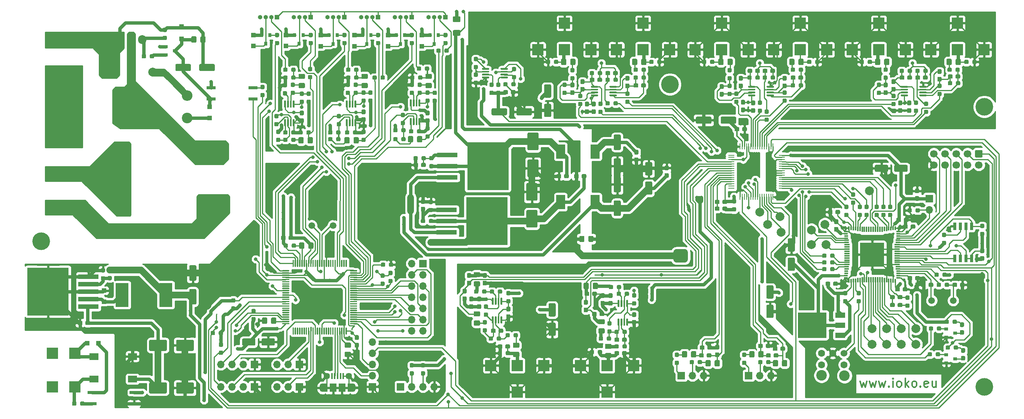
<source format=gtl>
G04 #@! TF.GenerationSoftware,KiCad,Pcbnew,5.1.7-a382d34a8~88~ubuntu18.04.1*
G04 #@! TF.CreationDate,2021-06-16T01:22:40+03:00*
G04 #@! TF.ProjectId,controller,636f6e74-726f-46c6-9c65-722e6b696361,rev?*
G04 #@! TF.SameCoordinates,Original*
G04 #@! TF.FileFunction,Copper,L1,Top*
G04 #@! TF.FilePolarity,Positive*
%FSLAX46Y46*%
G04 Gerber Fmt 4.6, Leading zero omitted, Abs format (unit mm)*
G04 Created by KiCad (PCBNEW 5.1.7-a382d34a8~88~ubuntu18.04.1) date 2021-06-16 01:22:40*
%MOMM*%
%LPD*%
G01*
G04 APERTURE LIST*
G04 #@! TA.AperFunction,NonConductor*
%ADD10C,0.300000*%
G04 #@! TD*
G04 #@! TA.AperFunction,SMDPad,CuDef*
%ADD11R,2.200000X1.200000*%
G04 #@! TD*
G04 #@! TA.AperFunction,SMDPad,CuDef*
%ADD12R,6.400000X5.800000*%
G04 #@! TD*
G04 #@! TA.AperFunction,SMDPad,CuDef*
%ADD13R,1.000000X1.000000*%
G04 #@! TD*
G04 #@! TA.AperFunction,SMDPad,CuDef*
%ADD14R,2.000000X1.500000*%
G04 #@! TD*
G04 #@! TA.AperFunction,ComponentPad*
%ADD15C,2.000000*%
G04 #@! TD*
G04 #@! TA.AperFunction,ComponentPad*
%ADD16R,1.700000X1.700000*%
G04 #@! TD*
G04 #@! TA.AperFunction,ComponentPad*
%ADD17O,1.700000X1.700000*%
G04 #@! TD*
G04 #@! TA.AperFunction,ComponentPad*
%ADD18C,1.700000*%
G04 #@! TD*
G04 #@! TA.AperFunction,SMDPad,CuDef*
%ADD19R,0.900000X0.800000*%
G04 #@! TD*
G04 #@! TA.AperFunction,SMDPad,CuDef*
%ADD20R,0.650000X1.700000*%
G04 #@! TD*
G04 #@! TA.AperFunction,SMDPad,CuDef*
%ADD21R,2.000000X0.640000*%
G04 #@! TD*
G04 #@! TA.AperFunction,SMDPad,CuDef*
%ADD22R,0.279400X1.473200*%
G04 #@! TD*
G04 #@! TA.AperFunction,SMDPad,CuDef*
%ADD23R,1.473200X0.279400*%
G04 #@! TD*
G04 #@! TA.AperFunction,ComponentPad*
%ADD24C,3.000000*%
G04 #@! TD*
G04 #@! TA.AperFunction,ComponentPad*
%ADD25R,2.500000X2.500000*%
G04 #@! TD*
G04 #@! TA.AperFunction,ComponentPad*
%ADD26C,1.500000*%
G04 #@! TD*
G04 #@! TA.AperFunction,SMDPad,CuDef*
%ADD27R,1.100000X1.100000*%
G04 #@! TD*
G04 #@! TA.AperFunction,ComponentPad*
%ADD28R,1.905000X2.000000*%
G04 #@! TD*
G04 #@! TA.AperFunction,ComponentPad*
%ADD29O,1.905000X2.000000*%
G04 #@! TD*
G04 #@! TA.AperFunction,ComponentPad*
%ADD30O,2.400000X2.400000*%
G04 #@! TD*
G04 #@! TA.AperFunction,ComponentPad*
%ADD31C,2.400000*%
G04 #@! TD*
G04 #@! TA.AperFunction,SMDPad,CuDef*
%ADD32R,2.500000X2.500000*%
G04 #@! TD*
G04 #@! TA.AperFunction,ComponentPad*
%ADD33O,1.000000X1.000000*%
G04 #@! TD*
G04 #@! TA.AperFunction,ComponentPad*
%ADD34R,1.000000X1.000000*%
G04 #@! TD*
G04 #@! TA.AperFunction,SMDPad,CuDef*
%ADD35R,0.800000X0.900000*%
G04 #@! TD*
G04 #@! TA.AperFunction,SMDPad,CuDef*
%ADD36R,1.500000X1.900000*%
G04 #@! TD*
G04 #@! TA.AperFunction,ComponentPad*
%ADD37C,1.450000*%
G04 #@! TD*
G04 #@! TA.AperFunction,SMDPad,CuDef*
%ADD38R,0.400000X1.350000*%
G04 #@! TD*
G04 #@! TA.AperFunction,ComponentPad*
%ADD39O,1.200000X1.900000*%
G04 #@! TD*
G04 #@! TA.AperFunction,SMDPad,CuDef*
%ADD40R,1.200000X1.900000*%
G04 #@! TD*
G04 #@! TA.AperFunction,SMDPad,CuDef*
%ADD41R,0.300000X0.804800*%
G04 #@! TD*
G04 #@! TA.AperFunction,SMDPad,CuDef*
%ADD42R,0.299974X0.954786*%
G04 #@! TD*
G04 #@! TA.AperFunction,SMDPad,CuDef*
%ADD43R,0.299974X1.104900*%
G04 #@! TD*
G04 #@! TA.AperFunction,SMDPad,CuDef*
%ADD44R,0.300000X1.304800*%
G04 #@! TD*
G04 #@! TA.AperFunction,SMDPad,CuDef*
%ADD45R,0.804800X0.300000*%
G04 #@! TD*
G04 #@! TA.AperFunction,SMDPad,CuDef*
%ADD46R,0.954786X0.299974*%
G04 #@! TD*
G04 #@! TA.AperFunction,SMDPad,CuDef*
%ADD47R,1.104900X0.299974*%
G04 #@! TD*
G04 #@! TA.AperFunction,SMDPad,CuDef*
%ADD48R,1.304800X0.300000*%
G04 #@! TD*
G04 #@! TA.AperFunction,SMDPad,CuDef*
%ADD49R,5.399999X5.399999*%
G04 #@! TD*
G04 #@! TA.AperFunction,ComponentPad*
%ADD50C,1.524000*%
G04 #@! TD*
G04 #@! TA.AperFunction,ComponentPad*
%ADD51C,1.600000*%
G04 #@! TD*
G04 #@! TA.AperFunction,SMDPad,CuDef*
%ADD52R,2.900000X5.400000*%
G04 #@! TD*
G04 #@! TA.AperFunction,SMDPad,CuDef*
%ADD53R,2.000000X3.200000*%
G04 #@! TD*
G04 #@! TA.AperFunction,SMDPad,CuDef*
%ADD54R,4.600000X1.100000*%
G04 #@! TD*
G04 #@! TA.AperFunction,SMDPad,CuDef*
%ADD55R,9.400000X10.800000*%
G04 #@! TD*
G04 #@! TA.AperFunction,ViaPad*
%ADD56C,4.000000*%
G04 #@! TD*
G04 #@! TA.AperFunction,ViaPad*
%ADD57C,0.800000*%
G04 #@! TD*
G04 #@! TA.AperFunction,Conductor*
%ADD58C,0.250000*%
G04 #@! TD*
G04 #@! TA.AperFunction,Conductor*
%ADD59C,0.254000*%
G04 #@! TD*
G04 #@! TA.AperFunction,Conductor*
%ADD60C,0.762000*%
G04 #@! TD*
G04 #@! TA.AperFunction,Conductor*
%ADD61C,1.524000*%
G04 #@! TD*
G04 #@! TA.AperFunction,Conductor*
%ADD62C,0.100000*%
G04 #@! TD*
G04 APERTURE END LIST*
D10*
X208122333Y-128273228D02*
X208503285Y-129606561D01*
X208884238Y-128654180D01*
X209265190Y-129606561D01*
X209646142Y-128273228D01*
X210217571Y-128273228D02*
X210598523Y-129606561D01*
X210979476Y-128654180D01*
X211360428Y-129606561D01*
X211741380Y-128273228D01*
X212312809Y-128273228D02*
X212693761Y-129606561D01*
X213074714Y-128654180D01*
X213455666Y-129606561D01*
X213836619Y-128273228D01*
X214598523Y-129416085D02*
X214693761Y-129511323D01*
X214598523Y-129606561D01*
X214503285Y-129511323D01*
X214598523Y-129416085D01*
X214598523Y-129606561D01*
X215550904Y-129606561D02*
X215550904Y-128273228D01*
X215550904Y-127606561D02*
X215455666Y-127701800D01*
X215550904Y-127797038D01*
X215646142Y-127701800D01*
X215550904Y-127606561D01*
X215550904Y-127797038D01*
X216789000Y-129606561D02*
X216598523Y-129511323D01*
X216503285Y-129416085D01*
X216408047Y-129225609D01*
X216408047Y-128654180D01*
X216503285Y-128463704D01*
X216598523Y-128368466D01*
X216789000Y-128273228D01*
X217074714Y-128273228D01*
X217265190Y-128368466D01*
X217360428Y-128463704D01*
X217455666Y-128654180D01*
X217455666Y-129225609D01*
X217360428Y-129416085D01*
X217265190Y-129511323D01*
X217074714Y-129606561D01*
X216789000Y-129606561D01*
X218312809Y-129606561D02*
X218312809Y-127606561D01*
X218503285Y-128844657D02*
X219074714Y-129606561D01*
X219074714Y-128273228D02*
X218312809Y-129035133D01*
X220217571Y-129606561D02*
X220027095Y-129511323D01*
X219931857Y-129416085D01*
X219836619Y-129225609D01*
X219836619Y-128654180D01*
X219931857Y-128463704D01*
X220027095Y-128368466D01*
X220217571Y-128273228D01*
X220503285Y-128273228D01*
X220693761Y-128368466D01*
X220789000Y-128463704D01*
X220884238Y-128654180D01*
X220884238Y-129225609D01*
X220789000Y-129416085D01*
X220693761Y-129511323D01*
X220503285Y-129606561D01*
X220217571Y-129606561D01*
X221741380Y-129416085D02*
X221836619Y-129511323D01*
X221741380Y-129606561D01*
X221646142Y-129511323D01*
X221741380Y-129416085D01*
X221741380Y-129606561D01*
X223455666Y-129511323D02*
X223265190Y-129606561D01*
X222884238Y-129606561D01*
X222693761Y-129511323D01*
X222598523Y-129320847D01*
X222598523Y-128558942D01*
X222693761Y-128368466D01*
X222884238Y-128273228D01*
X223265190Y-128273228D01*
X223455666Y-128368466D01*
X223550904Y-128558942D01*
X223550904Y-128749419D01*
X222598523Y-128939895D01*
X225265190Y-128273228D02*
X225265190Y-129606561D01*
X224408047Y-128273228D02*
X224408047Y-129320847D01*
X224503285Y-129511323D01*
X224693761Y-129606561D01*
X224979476Y-129606561D01*
X225169952Y-129511323D01*
X225265190Y-129416085D01*
G04 #@! TA.AperFunction,SMDPad,CuDef*
G36*
G01*
X93514500Y-74135000D02*
X93514500Y-73185000D01*
G75*
G02*
X93764500Y-72935000I250000J0D01*
G01*
X94439500Y-72935000D01*
G75*
G02*
X94689500Y-73185000I0J-250000D01*
G01*
X94689500Y-74135000D01*
G75*
G02*
X94439500Y-74385000I-250000J0D01*
G01*
X93764500Y-74385000D01*
G75*
G02*
X93514500Y-74135000I0J250000D01*
G01*
G37*
G04 #@! TD.AperFunction*
G04 #@! TA.AperFunction,SMDPad,CuDef*
G36*
G01*
X91439500Y-74135000D02*
X91439500Y-73185000D01*
G75*
G02*
X91689500Y-72935000I250000J0D01*
G01*
X92364500Y-72935000D01*
G75*
G02*
X92614500Y-73185000I0J-250000D01*
G01*
X92614500Y-74135000D01*
G75*
G02*
X92364500Y-74385000I-250000J0D01*
G01*
X91689500Y-74385000D01*
G75*
G02*
X91439500Y-74135000I0J250000D01*
G01*
G37*
G04 #@! TD.AperFunction*
G04 #@! TA.AperFunction,SMDPad,CuDef*
G36*
G01*
X95520500Y-71244000D02*
X95995500Y-71244000D01*
G75*
G02*
X96233000Y-71481500I0J-237500D01*
G01*
X96233000Y-71981500D01*
G75*
G02*
X95995500Y-72219000I-237500J0D01*
G01*
X95520500Y-72219000D01*
G75*
G02*
X95283000Y-71981500I0J237500D01*
G01*
X95283000Y-71481500D01*
G75*
G02*
X95520500Y-71244000I237500J0D01*
G01*
G37*
G04 #@! TD.AperFunction*
G04 #@! TA.AperFunction,SMDPad,CuDef*
G36*
G01*
X95520500Y-73069000D02*
X95995500Y-73069000D01*
G75*
G02*
X96233000Y-73306500I0J-237500D01*
G01*
X96233000Y-73806500D01*
G75*
G02*
X95995500Y-74044000I-237500J0D01*
G01*
X95520500Y-74044000D01*
G75*
G02*
X95283000Y-73806500I0J237500D01*
G01*
X95283000Y-73306500D01*
G75*
G02*
X95520500Y-73069000I237500J0D01*
G01*
G37*
G04 #@! TD.AperFunction*
G04 #@! TA.AperFunction,SMDPad,CuDef*
G36*
G01*
X172749500Y-122190500D02*
X172749500Y-122665500D01*
G75*
G02*
X172512000Y-122903000I-237500J0D01*
G01*
X171912000Y-122903000D01*
G75*
G02*
X171674500Y-122665500I0J237500D01*
G01*
X171674500Y-122190500D01*
G75*
G02*
X171912000Y-121953000I237500J0D01*
G01*
X172512000Y-121953000D01*
G75*
G02*
X172749500Y-122190500I0J-237500D01*
G01*
G37*
G04 #@! TD.AperFunction*
G04 #@! TA.AperFunction,SMDPad,CuDef*
G36*
G01*
X174474500Y-122190500D02*
X174474500Y-122665500D01*
G75*
G02*
X174237000Y-122903000I-237500J0D01*
G01*
X173637000Y-122903000D01*
G75*
G02*
X173399500Y-122665500I0J237500D01*
G01*
X173399500Y-122190500D01*
G75*
G02*
X173637000Y-121953000I237500J0D01*
G01*
X174237000Y-121953000D01*
G75*
G02*
X174474500Y-122190500I0J-237500D01*
G01*
G37*
G04 #@! TD.AperFunction*
G04 #@! TA.AperFunction,SMDPad,CuDef*
G36*
G01*
X169542000Y-124189500D02*
X169542000Y-123714500D01*
G75*
G02*
X169779500Y-123477000I237500J0D01*
G01*
X170279500Y-123477000D01*
G75*
G02*
X170517000Y-123714500I0J-237500D01*
G01*
X170517000Y-124189500D01*
G75*
G02*
X170279500Y-124427000I-237500J0D01*
G01*
X169779500Y-124427000D01*
G75*
G02*
X169542000Y-124189500I0J237500D01*
G01*
G37*
G04 #@! TD.AperFunction*
G04 #@! TA.AperFunction,SMDPad,CuDef*
G36*
G01*
X171367000Y-124189500D02*
X171367000Y-123714500D01*
G75*
G02*
X171604500Y-123477000I237500J0D01*
G01*
X172104500Y-123477000D01*
G75*
G02*
X172342000Y-123714500I0J-237500D01*
G01*
X172342000Y-124189500D01*
G75*
G02*
X172104500Y-124427000I-237500J0D01*
G01*
X171604500Y-124427000D01*
G75*
G02*
X171367000Y-124189500I0J237500D01*
G01*
G37*
G04 #@! TD.AperFunction*
G04 #@! TA.AperFunction,SMDPad,CuDef*
G36*
G01*
X176005500Y-122812000D02*
X175530500Y-122812000D01*
G75*
G02*
X175293000Y-122574500I0J237500D01*
G01*
X175293000Y-121974500D01*
G75*
G02*
X175530500Y-121737000I237500J0D01*
G01*
X176005500Y-121737000D01*
G75*
G02*
X176243000Y-121974500I0J-237500D01*
G01*
X176243000Y-122574500D01*
G75*
G02*
X176005500Y-122812000I-237500J0D01*
G01*
G37*
G04 #@! TD.AperFunction*
G04 #@! TA.AperFunction,SMDPad,CuDef*
G36*
G01*
X176005500Y-121087000D02*
X175530500Y-121087000D01*
G75*
G02*
X175293000Y-120849500I0J237500D01*
G01*
X175293000Y-120249500D01*
G75*
G02*
X175530500Y-120012000I237500J0D01*
G01*
X176005500Y-120012000D01*
G75*
G02*
X176243000Y-120249500I0J-237500D01*
G01*
X176243000Y-120849500D01*
G75*
G02*
X176005500Y-121087000I-237500J0D01*
G01*
G37*
G04 #@! TD.AperFunction*
G04 #@! TA.AperFunction,SMDPad,CuDef*
G36*
G01*
X166861500Y-122765000D02*
X166386500Y-122765000D01*
G75*
G02*
X166149000Y-122527500I0J237500D01*
G01*
X166149000Y-122027500D01*
G75*
G02*
X166386500Y-121790000I237500J0D01*
G01*
X166861500Y-121790000D01*
G75*
G02*
X167099000Y-122027500I0J-237500D01*
G01*
X167099000Y-122527500D01*
G75*
G02*
X166861500Y-122765000I-237500J0D01*
G01*
G37*
G04 #@! TD.AperFunction*
G04 #@! TA.AperFunction,SMDPad,CuDef*
G36*
G01*
X166861500Y-124590000D02*
X166386500Y-124590000D01*
G75*
G02*
X166149000Y-124352500I0J237500D01*
G01*
X166149000Y-123852500D01*
G75*
G02*
X166386500Y-123615000I237500J0D01*
G01*
X166861500Y-123615000D01*
G75*
G02*
X167099000Y-123852500I0J-237500D01*
G01*
X167099000Y-124352500D01*
G75*
G02*
X166861500Y-124590000I-237500J0D01*
G01*
G37*
G04 #@! TD.AperFunction*
G04 #@! TA.AperFunction,SMDPad,CuDef*
G36*
G01*
X173553000Y-120887500D02*
X173553000Y-120412500D01*
G75*
G02*
X173790500Y-120175000I237500J0D01*
G01*
X174390500Y-120175000D01*
G75*
G02*
X174628000Y-120412500I0J-237500D01*
G01*
X174628000Y-120887500D01*
G75*
G02*
X174390500Y-121125000I-237500J0D01*
G01*
X173790500Y-121125000D01*
G75*
G02*
X173553000Y-120887500I0J237500D01*
G01*
G37*
G04 #@! TD.AperFunction*
G04 #@! TA.AperFunction,SMDPad,CuDef*
G36*
G01*
X171828000Y-120887500D02*
X171828000Y-120412500D01*
G75*
G02*
X172065500Y-120175000I237500J0D01*
G01*
X172665500Y-120175000D01*
G75*
G02*
X172903000Y-120412500I0J-237500D01*
G01*
X172903000Y-120887500D01*
G75*
G02*
X172665500Y-121125000I-237500J0D01*
G01*
X172065500Y-121125000D01*
G75*
G02*
X171828000Y-120887500I0J237500D01*
G01*
G37*
G04 #@! TD.AperFunction*
G04 #@! TA.AperFunction,SMDPad,CuDef*
G36*
G01*
X168968000Y-121699000D02*
X168968000Y-122649000D01*
G75*
G02*
X168718000Y-122899000I-250000J0D01*
G01*
X168043000Y-122899000D01*
G75*
G02*
X167793000Y-122649000I0J250000D01*
G01*
X167793000Y-121699000D01*
G75*
G02*
X168043000Y-121449000I250000J0D01*
G01*
X168718000Y-121449000D01*
G75*
G02*
X168968000Y-121699000I0J-250000D01*
G01*
G37*
G04 #@! TD.AperFunction*
G04 #@! TA.AperFunction,SMDPad,CuDef*
G36*
G01*
X171043000Y-121699000D02*
X171043000Y-122649000D01*
G75*
G02*
X170793000Y-122899000I-250000J0D01*
G01*
X170118000Y-122899000D01*
G75*
G02*
X169868000Y-122649000I0J250000D01*
G01*
X169868000Y-121699000D01*
G75*
G02*
X170118000Y-121449000I250000J0D01*
G01*
X170793000Y-121449000D01*
G75*
G02*
X171043000Y-121699000I0J-250000D01*
G01*
G37*
G04 #@! TD.AperFunction*
G04 #@! TA.AperFunction,SMDPad,CuDef*
G36*
G01*
X176377000Y-123731000D02*
X176377000Y-124681000D01*
G75*
G02*
X176127000Y-124931000I-250000J0D01*
G01*
X175452000Y-124931000D01*
G75*
G02*
X175202000Y-124681000I0J250000D01*
G01*
X175202000Y-123731000D01*
G75*
G02*
X175452000Y-123481000I250000J0D01*
G01*
X176127000Y-123481000D01*
G75*
G02*
X176377000Y-123731000I0J-250000D01*
G01*
G37*
G04 #@! TD.AperFunction*
G04 #@! TA.AperFunction,SMDPad,CuDef*
G36*
G01*
X174302000Y-123731000D02*
X174302000Y-124681000D01*
G75*
G02*
X174052000Y-124931000I-250000J0D01*
G01*
X173377000Y-124931000D01*
G75*
G02*
X173127000Y-124681000I0J250000D01*
G01*
X173127000Y-123731000D01*
G75*
G02*
X173377000Y-123481000I250000J0D01*
G01*
X174052000Y-123481000D01*
G75*
G02*
X174302000Y-123731000I0J-250000D01*
G01*
G37*
G04 #@! TD.AperFunction*
G04 #@! TA.AperFunction,SMDPad,CuDef*
G36*
G01*
X150655000Y-119787000D02*
X151605000Y-119787000D01*
G75*
G02*
X151855000Y-120037000I0J-250000D01*
G01*
X151855000Y-120712000D01*
G75*
G02*
X151605000Y-120962000I-250000J0D01*
G01*
X150655000Y-120962000D01*
G75*
G02*
X150405000Y-120712000I0J250000D01*
G01*
X150405000Y-120037000D01*
G75*
G02*
X150655000Y-119787000I250000J0D01*
G01*
G37*
G04 #@! TD.AperFunction*
G04 #@! TA.AperFunction,SMDPad,CuDef*
G36*
G01*
X150655000Y-121862000D02*
X151605000Y-121862000D01*
G75*
G02*
X151855000Y-122112000I0J-250000D01*
G01*
X151855000Y-122787000D01*
G75*
G02*
X151605000Y-123037000I-250000J0D01*
G01*
X150655000Y-123037000D01*
G75*
G02*
X150405000Y-122787000I0J250000D01*
G01*
X150405000Y-122112000D01*
G75*
G02*
X150655000Y-121862000I250000J0D01*
G01*
G37*
G04 #@! TD.AperFunction*
G04 #@! TA.AperFunction,SMDPad,CuDef*
G36*
G01*
X174464000Y-68538000D02*
X174464000Y-69638000D01*
G75*
G02*
X174214000Y-69888000I-250000J0D01*
G01*
X171214000Y-69888000D01*
G75*
G02*
X170964000Y-69638000I0J250000D01*
G01*
X170964000Y-68538000D01*
G75*
G02*
X171214000Y-68288000I250000J0D01*
G01*
X174214000Y-68288000D01*
G75*
G02*
X174464000Y-68538000I0J-250000D01*
G01*
G37*
G04 #@! TD.AperFunction*
G04 #@! TA.AperFunction,SMDPad,CuDef*
G36*
G01*
X180064000Y-68538000D02*
X180064000Y-69638000D01*
G75*
G02*
X179814000Y-69888000I-250000J0D01*
G01*
X176814000Y-69888000D01*
G75*
G02*
X176564000Y-69638000I0J250000D01*
G01*
X176564000Y-68538000D01*
G75*
G02*
X176814000Y-68288000I250000J0D01*
G01*
X179814000Y-68288000D01*
G75*
G02*
X180064000Y-68538000I0J-250000D01*
G01*
G37*
G04 #@! TD.AperFunction*
G04 #@! TA.AperFunction,SMDPad,CuDef*
G36*
G01*
X208009500Y-110620000D02*
X207534500Y-110620000D01*
G75*
G02*
X207297000Y-110382500I0J237500D01*
G01*
X207297000Y-109882500D01*
G75*
G02*
X207534500Y-109645000I237500J0D01*
G01*
X208009500Y-109645000D01*
G75*
G02*
X208247000Y-109882500I0J-237500D01*
G01*
X208247000Y-110382500D01*
G75*
G02*
X208009500Y-110620000I-237500J0D01*
G01*
G37*
G04 #@! TD.AperFunction*
G04 #@! TA.AperFunction,SMDPad,CuDef*
G36*
G01*
X208009500Y-108795000D02*
X207534500Y-108795000D01*
G75*
G02*
X207297000Y-108557500I0J237500D01*
G01*
X207297000Y-108057500D01*
G75*
G02*
X207534500Y-107820000I237500J0D01*
G01*
X208009500Y-107820000D01*
G75*
G02*
X208247000Y-108057500I0J-237500D01*
G01*
X208247000Y-108557500D01*
G75*
G02*
X208009500Y-108795000I-237500J0D01*
G01*
G37*
G04 #@! TD.AperFunction*
G04 #@! TA.AperFunction,SMDPad,CuDef*
G36*
G01*
X117465001Y-46852000D02*
X116214999Y-46852000D01*
G75*
G02*
X115965000Y-46602001I0J249999D01*
G01*
X115965000Y-45801999D01*
G75*
G02*
X116214999Y-45552000I249999J0D01*
G01*
X117465001Y-45552000D01*
G75*
G02*
X117715000Y-45801999I0J-249999D01*
G01*
X117715000Y-46602001D01*
G75*
G02*
X117465001Y-46852000I-249999J0D01*
G01*
G37*
G04 #@! TD.AperFunction*
G04 #@! TA.AperFunction,SMDPad,CuDef*
G36*
G01*
X117465001Y-49952000D02*
X116214999Y-49952000D01*
G75*
G02*
X115965000Y-49702001I0J249999D01*
G01*
X115965000Y-48901999D01*
G75*
G02*
X116214999Y-48652000I249999J0D01*
G01*
X117465001Y-48652000D01*
G75*
G02*
X117715000Y-48901999I0J-249999D01*
G01*
X117715000Y-49702001D01*
G75*
G02*
X117465001Y-49952000I-249999J0D01*
G01*
G37*
G04 #@! TD.AperFunction*
G04 #@! TA.AperFunction,SMDPad,CuDef*
G36*
G01*
X107058000Y-77961500D02*
X107058000Y-77486500D01*
G75*
G02*
X107295500Y-77249000I237500J0D01*
G01*
X107795500Y-77249000D01*
G75*
G02*
X108033000Y-77486500I0J-237500D01*
G01*
X108033000Y-77961500D01*
G75*
G02*
X107795500Y-78199000I-237500J0D01*
G01*
X107295500Y-78199000D01*
G75*
G02*
X107058000Y-77961500I0J237500D01*
G01*
G37*
G04 #@! TD.AperFunction*
G04 #@! TA.AperFunction,SMDPad,CuDef*
G36*
G01*
X108883000Y-77961500D02*
X108883000Y-77486500D01*
G75*
G02*
X109120500Y-77249000I237500J0D01*
G01*
X109620500Y-77249000D01*
G75*
G02*
X109858000Y-77486500I0J-237500D01*
G01*
X109858000Y-77961500D01*
G75*
G02*
X109620500Y-78199000I-237500J0D01*
G01*
X109120500Y-78199000D01*
G75*
G02*
X108883000Y-77961500I0J237500D01*
G01*
G37*
G04 #@! TD.AperFunction*
G04 #@! TA.AperFunction,SMDPad,CuDef*
G36*
G01*
X153712000Y-85410000D02*
X152612000Y-85410000D01*
G75*
G02*
X152362000Y-85160000I0J250000D01*
G01*
X152362000Y-82160000D01*
G75*
G02*
X152612000Y-81910000I250000J0D01*
G01*
X153712000Y-81910000D01*
G75*
G02*
X153962000Y-82160000I0J-250000D01*
G01*
X153962000Y-85160000D01*
G75*
G02*
X153712000Y-85410000I-250000J0D01*
G01*
G37*
G04 #@! TD.AperFunction*
G04 #@! TA.AperFunction,SMDPad,CuDef*
G36*
G01*
X153712000Y-90810000D02*
X152612000Y-90810000D01*
G75*
G02*
X152362000Y-90560000I0J250000D01*
G01*
X152362000Y-87560000D01*
G75*
G02*
X152612000Y-87310000I250000J0D01*
G01*
X153712000Y-87310000D01*
G75*
G02*
X153962000Y-87560000I0J-250000D01*
G01*
X153962000Y-90560000D01*
G75*
G02*
X153712000Y-90810000I-250000J0D01*
G01*
G37*
G04 #@! TD.AperFunction*
G04 #@! TA.AperFunction,SMDPad,CuDef*
G36*
G01*
X152612000Y-77752000D02*
X153712000Y-77752000D01*
G75*
G02*
X153962000Y-78002000I0J-250000D01*
G01*
X153962000Y-81002000D01*
G75*
G02*
X153712000Y-81252000I-250000J0D01*
G01*
X152612000Y-81252000D01*
G75*
G02*
X152362000Y-81002000I0J250000D01*
G01*
X152362000Y-78002000D01*
G75*
G02*
X152612000Y-77752000I250000J0D01*
G01*
G37*
G04 #@! TD.AperFunction*
G04 #@! TA.AperFunction,SMDPad,CuDef*
G36*
G01*
X152612000Y-72352000D02*
X153712000Y-72352000D01*
G75*
G02*
X153962000Y-72602000I0J-250000D01*
G01*
X153962000Y-75602000D01*
G75*
G02*
X153712000Y-75852000I-250000J0D01*
G01*
X152612000Y-75852000D01*
G75*
G02*
X152362000Y-75602000I0J250000D01*
G01*
X152362000Y-72602000D01*
G75*
G02*
X152612000Y-72352000I250000J0D01*
G01*
G37*
G04 #@! TD.AperFunction*
G04 #@! TA.AperFunction,SMDPad,CuDef*
G36*
G01*
X157242500Y-77541000D02*
X157717500Y-77541000D01*
G75*
G02*
X157955000Y-77778500I0J-237500D01*
G01*
X157955000Y-78378500D01*
G75*
G02*
X157717500Y-78616000I-237500J0D01*
G01*
X157242500Y-78616000D01*
G75*
G02*
X157005000Y-78378500I0J237500D01*
G01*
X157005000Y-77778500D01*
G75*
G02*
X157242500Y-77541000I237500J0D01*
G01*
G37*
G04 #@! TD.AperFunction*
G04 #@! TA.AperFunction,SMDPad,CuDef*
G36*
G01*
X157242500Y-75816000D02*
X157717500Y-75816000D01*
G75*
G02*
X157955000Y-76053500I0J-237500D01*
G01*
X157955000Y-76653500D01*
G75*
G02*
X157717500Y-76891000I-237500J0D01*
G01*
X157242500Y-76891000D01*
G75*
G02*
X157005000Y-76653500I0J237500D01*
G01*
X157005000Y-76053500D01*
G75*
G02*
X157242500Y-75816000I237500J0D01*
G01*
G37*
G04 #@! TD.AperFunction*
D11*
X203590000Y-117850000D03*
X203590000Y-115570000D03*
X203590000Y-113290000D03*
D12*
X197290000Y-115570000D03*
G04 #@! TA.AperFunction,SMDPad,CuDef*
G36*
G01*
X187156000Y-110936000D02*
X188256000Y-110936000D01*
G75*
G02*
X188506000Y-111186000I0J-250000D01*
G01*
X188506000Y-113686000D01*
G75*
G02*
X188256000Y-113936000I-250000J0D01*
G01*
X187156000Y-113936000D01*
G75*
G02*
X186906000Y-113686000I0J250000D01*
G01*
X186906000Y-111186000D01*
G75*
G02*
X187156000Y-110936000I250000J0D01*
G01*
G37*
G04 #@! TD.AperFunction*
G04 #@! TA.AperFunction,SMDPad,CuDef*
G36*
G01*
X187156000Y-106536000D02*
X188256000Y-106536000D01*
G75*
G02*
X188506000Y-106786000I0J-250000D01*
G01*
X188506000Y-109286000D01*
G75*
G02*
X188256000Y-109536000I-250000J0D01*
G01*
X187156000Y-109536000D01*
G75*
G02*
X186906000Y-109286000I0J250000D01*
G01*
X186906000Y-106786000D01*
G75*
G02*
X187156000Y-106536000I250000J0D01*
G01*
G37*
G04 #@! TD.AperFunction*
D13*
X33294000Y-119634000D03*
X35794000Y-119634000D03*
D14*
X43486000Y-127772000D03*
X43486000Y-122672000D03*
X34746000Y-122672000D03*
X34746000Y-127772000D03*
G04 #@! TA.AperFunction,SMDPad,CuDef*
G36*
G01*
X100587000Y-59198500D02*
X100587000Y-59673500D01*
G75*
G02*
X100349500Y-59911000I-237500J0D01*
G01*
X99849500Y-59911000D01*
G75*
G02*
X99612000Y-59673500I0J237500D01*
G01*
X99612000Y-59198500D01*
G75*
G02*
X99849500Y-58961000I237500J0D01*
G01*
X100349500Y-58961000D01*
G75*
G02*
X100587000Y-59198500I0J-237500D01*
G01*
G37*
G04 #@! TD.AperFunction*
G04 #@! TA.AperFunction,SMDPad,CuDef*
G36*
G01*
X98762000Y-59198500D02*
X98762000Y-59673500D01*
G75*
G02*
X98524500Y-59911000I-237500J0D01*
G01*
X98024500Y-59911000D01*
G75*
G02*
X97787000Y-59673500I0J237500D01*
G01*
X97787000Y-59198500D01*
G75*
G02*
X98024500Y-58961000I237500J0D01*
G01*
X98524500Y-58961000D01*
G75*
G02*
X98762000Y-59198500I0J-237500D01*
G01*
G37*
G04 #@! TD.AperFunction*
G04 #@! TA.AperFunction,SMDPad,CuDef*
G36*
G01*
X109998500Y-70482000D02*
X110473500Y-70482000D01*
G75*
G02*
X110711000Y-70719500I0J-237500D01*
G01*
X110711000Y-71219500D01*
G75*
G02*
X110473500Y-71457000I-237500J0D01*
G01*
X109998500Y-71457000D01*
G75*
G02*
X109761000Y-71219500I0J237500D01*
G01*
X109761000Y-70719500D01*
G75*
G02*
X109998500Y-70482000I237500J0D01*
G01*
G37*
G04 #@! TD.AperFunction*
G04 #@! TA.AperFunction,SMDPad,CuDef*
G36*
G01*
X109998500Y-72307000D02*
X110473500Y-72307000D01*
G75*
G02*
X110711000Y-72544500I0J-237500D01*
G01*
X110711000Y-73044500D01*
G75*
G02*
X110473500Y-73282000I-237500J0D01*
G01*
X109998500Y-73282000D01*
G75*
G02*
X109761000Y-73044500I0J237500D01*
G01*
X109761000Y-72544500D01*
G75*
G02*
X109998500Y-72307000I237500J0D01*
G01*
G37*
G04 #@! TD.AperFunction*
G04 #@! TA.AperFunction,SMDPad,CuDef*
G36*
G01*
X53208000Y-57700000D02*
X53208000Y-56600000D01*
G75*
G02*
X53458000Y-56350000I250000J0D01*
G01*
X56458000Y-56350000D01*
G75*
G02*
X56708000Y-56600000I0J-250000D01*
G01*
X56708000Y-57700000D01*
G75*
G02*
X56458000Y-57950000I-250000J0D01*
G01*
X53458000Y-57950000D01*
G75*
G02*
X53208000Y-57700000I0J250000D01*
G01*
G37*
G04 #@! TD.AperFunction*
G04 #@! TA.AperFunction,SMDPad,CuDef*
G36*
G01*
X58608000Y-57700000D02*
X58608000Y-56600000D01*
G75*
G02*
X58858000Y-56350000I250000J0D01*
G01*
X61858000Y-56350000D01*
G75*
G02*
X62108000Y-56600000I0J-250000D01*
G01*
X62108000Y-57700000D01*
G75*
G02*
X61858000Y-57950000I-250000J0D01*
G01*
X58858000Y-57950000D01*
G75*
G02*
X58608000Y-57700000I0J250000D01*
G01*
G37*
G04 #@! TD.AperFunction*
G04 #@! TA.AperFunction,SMDPad,CuDef*
G36*
G01*
X182101500Y-122765000D02*
X181626500Y-122765000D01*
G75*
G02*
X181389000Y-122527500I0J237500D01*
G01*
X181389000Y-122027500D01*
G75*
G02*
X181626500Y-121790000I237500J0D01*
G01*
X182101500Y-121790000D01*
G75*
G02*
X182339000Y-122027500I0J-237500D01*
G01*
X182339000Y-122527500D01*
G75*
G02*
X182101500Y-122765000I-237500J0D01*
G01*
G37*
G04 #@! TD.AperFunction*
G04 #@! TA.AperFunction,SMDPad,CuDef*
G36*
G01*
X182101500Y-124590000D02*
X181626500Y-124590000D01*
G75*
G02*
X181389000Y-124352500I0J237500D01*
G01*
X181389000Y-123852500D01*
G75*
G02*
X181626500Y-123615000I237500J0D01*
G01*
X182101500Y-123615000D01*
G75*
G02*
X182339000Y-123852500I0J-237500D01*
G01*
X182339000Y-124352500D01*
G75*
G02*
X182101500Y-124590000I-237500J0D01*
G01*
G37*
G04 #@! TD.AperFunction*
D15*
X200406000Y-97282000D03*
G04 #@! TA.AperFunction,SMDPad,CuDef*
G36*
G01*
X145017500Y-64091000D02*
X144542500Y-64091000D01*
G75*
G02*
X144305000Y-63853500I0J237500D01*
G01*
X144305000Y-63353500D01*
G75*
G02*
X144542500Y-63116000I237500J0D01*
G01*
X145017500Y-63116000D01*
G75*
G02*
X145255000Y-63353500I0J-237500D01*
G01*
X145255000Y-63853500D01*
G75*
G02*
X145017500Y-64091000I-237500J0D01*
G01*
G37*
G04 #@! TD.AperFunction*
G04 #@! TA.AperFunction,SMDPad,CuDef*
G36*
G01*
X145017500Y-65916000D02*
X144542500Y-65916000D01*
G75*
G02*
X144305000Y-65678500I0J237500D01*
G01*
X144305000Y-65178500D01*
G75*
G02*
X144542500Y-64941000I237500J0D01*
G01*
X145017500Y-64941000D01*
G75*
G02*
X145255000Y-65178500I0J-237500D01*
G01*
X145255000Y-65678500D01*
G75*
G02*
X145017500Y-65916000I-237500J0D01*
G01*
G37*
G04 #@! TD.AperFunction*
G04 #@! TA.AperFunction,SMDPad,CuDef*
G36*
G01*
X145812500Y-111577000D02*
X146287500Y-111577000D01*
G75*
G02*
X146525000Y-111814500I0J-237500D01*
G01*
X146525000Y-112414500D01*
G75*
G02*
X146287500Y-112652000I-237500J0D01*
G01*
X145812500Y-112652000D01*
G75*
G02*
X145575000Y-112414500I0J237500D01*
G01*
X145575000Y-111814500D01*
G75*
G02*
X145812500Y-111577000I237500J0D01*
G01*
G37*
G04 #@! TD.AperFunction*
G04 #@! TA.AperFunction,SMDPad,CuDef*
G36*
G01*
X145812500Y-109852000D02*
X146287500Y-109852000D01*
G75*
G02*
X146525000Y-110089500I0J-237500D01*
G01*
X146525000Y-110689500D01*
G75*
G02*
X146287500Y-110927000I-237500J0D01*
G01*
X145812500Y-110927000D01*
G75*
G02*
X145575000Y-110689500I0J237500D01*
G01*
X145575000Y-110089500D01*
G75*
G02*
X145812500Y-109852000I237500J0D01*
G01*
G37*
G04 #@! TD.AperFunction*
D16*
X223774000Y-86868000D03*
D17*
X223774000Y-89408000D03*
G04 #@! TA.AperFunction,SMDPad,CuDef*
G36*
G01*
X228429000Y-120412500D02*
X228429000Y-120887500D01*
G75*
G02*
X228191500Y-121125000I-237500J0D01*
G01*
X227691500Y-121125000D01*
G75*
G02*
X227454000Y-120887500I0J237500D01*
G01*
X227454000Y-120412500D01*
G75*
G02*
X227691500Y-120175000I237500J0D01*
G01*
X228191500Y-120175000D01*
G75*
G02*
X228429000Y-120412500I0J-237500D01*
G01*
G37*
G04 #@! TD.AperFunction*
G04 #@! TA.AperFunction,SMDPad,CuDef*
G36*
G01*
X230254000Y-120412500D02*
X230254000Y-120887500D01*
G75*
G02*
X230016500Y-121125000I-237500J0D01*
G01*
X229516500Y-121125000D01*
G75*
G02*
X229279000Y-120887500I0J237500D01*
G01*
X229279000Y-120412500D01*
G75*
G02*
X229516500Y-120175000I237500J0D01*
G01*
X230016500Y-120175000D01*
G75*
G02*
X230254000Y-120412500I0J-237500D01*
G01*
G37*
G04 #@! TD.AperFunction*
G04 #@! TA.AperFunction,ComponentPad*
G36*
G01*
X234350000Y-75858000D02*
X235550000Y-75858000D01*
G75*
G02*
X235800000Y-76108000I0J-250000D01*
G01*
X235800000Y-77308000D01*
G75*
G02*
X235550000Y-77558000I-250000J0D01*
G01*
X234350000Y-77558000D01*
G75*
G02*
X234100000Y-77308000I0J250000D01*
G01*
X234100000Y-76108000D01*
G75*
G02*
X234350000Y-75858000I250000J0D01*
G01*
G37*
G04 #@! TD.AperFunction*
D18*
X232410000Y-76708000D03*
X229870000Y-76708000D03*
X227330000Y-76708000D03*
X224790000Y-76708000D03*
X234950000Y-79248000D03*
X232410000Y-79248000D03*
X229870000Y-79248000D03*
X227330000Y-79248000D03*
X224790000Y-79248000D03*
G04 #@! TA.AperFunction,SMDPad,CuDef*
G36*
G01*
X225889000Y-103902500D02*
X225889000Y-104377500D01*
G75*
G02*
X225651500Y-104615000I-237500J0D01*
G01*
X225151500Y-104615000D01*
G75*
G02*
X224914000Y-104377500I0J237500D01*
G01*
X224914000Y-103902500D01*
G75*
G02*
X225151500Y-103665000I237500J0D01*
G01*
X225651500Y-103665000D01*
G75*
G02*
X225889000Y-103902500I0J-237500D01*
G01*
G37*
G04 #@! TD.AperFunction*
G04 #@! TA.AperFunction,SMDPad,CuDef*
G36*
G01*
X227714000Y-103902500D02*
X227714000Y-104377500D01*
G75*
G02*
X227476500Y-104615000I-237500J0D01*
G01*
X226976500Y-104615000D01*
G75*
G02*
X226739000Y-104377500I0J237500D01*
G01*
X226739000Y-103902500D01*
G75*
G02*
X226976500Y-103665000I237500J0D01*
G01*
X227476500Y-103665000D01*
G75*
G02*
X227714000Y-103902500I0J-237500D01*
G01*
G37*
G04 #@! TD.AperFunction*
D17*
X76200000Y-129540000D03*
X78740000Y-129540000D03*
D16*
X81280000Y-129540000D03*
G04 #@! TA.AperFunction,SMDPad,CuDef*
G36*
G01*
X102492000Y-101616500D02*
X102492000Y-102091500D01*
G75*
G02*
X102254500Y-102329000I-237500J0D01*
G01*
X101754500Y-102329000D01*
G75*
G02*
X101517000Y-102091500I0J237500D01*
G01*
X101517000Y-101616500D01*
G75*
G02*
X101754500Y-101379000I237500J0D01*
G01*
X102254500Y-101379000D01*
G75*
G02*
X102492000Y-101616500I0J-237500D01*
G01*
G37*
G04 #@! TD.AperFunction*
G04 #@! TA.AperFunction,SMDPad,CuDef*
G36*
G01*
X100667000Y-101616500D02*
X100667000Y-102091500D01*
G75*
G02*
X100429500Y-102329000I-237500J0D01*
G01*
X99929500Y-102329000D01*
G75*
G02*
X99692000Y-102091500I0J237500D01*
G01*
X99692000Y-101616500D01*
G75*
G02*
X99929500Y-101379000I237500J0D01*
G01*
X100429500Y-101379000D01*
G75*
G02*
X100667000Y-101616500I0J-237500D01*
G01*
G37*
G04 #@! TD.AperFunction*
G04 #@! TA.AperFunction,SMDPad,CuDef*
G36*
G01*
X231631500Y-123574000D02*
X231156500Y-123574000D01*
G75*
G02*
X230919000Y-123336500I0J237500D01*
G01*
X230919000Y-122761500D01*
G75*
G02*
X231156500Y-122524000I237500J0D01*
G01*
X231631500Y-122524000D01*
G75*
G02*
X231869000Y-122761500I0J-237500D01*
G01*
X231869000Y-123336500D01*
G75*
G02*
X231631500Y-123574000I-237500J0D01*
G01*
G37*
G04 #@! TD.AperFunction*
G04 #@! TA.AperFunction,SMDPad,CuDef*
G36*
G01*
X231631500Y-121824000D02*
X231156500Y-121824000D01*
G75*
G02*
X230919000Y-121586500I0J237500D01*
G01*
X230919000Y-121011500D01*
G75*
G02*
X231156500Y-120774000I237500J0D01*
G01*
X231631500Y-120774000D01*
G75*
G02*
X231869000Y-121011500I0J-237500D01*
G01*
X231869000Y-121586500D01*
G75*
G02*
X231631500Y-121824000I-237500J0D01*
G01*
G37*
G04 #@! TD.AperFunction*
G04 #@! TA.AperFunction,SMDPad,CuDef*
G36*
G01*
X230000000Y-114570500D02*
X230000000Y-115045500D01*
G75*
G02*
X229762500Y-115283000I-237500J0D01*
G01*
X229262500Y-115283000D01*
G75*
G02*
X229025000Y-115045500I0J237500D01*
G01*
X229025000Y-114570500D01*
G75*
G02*
X229262500Y-114333000I237500J0D01*
G01*
X229762500Y-114333000D01*
G75*
G02*
X230000000Y-114570500I0J-237500D01*
G01*
G37*
G04 #@! TD.AperFunction*
G04 #@! TA.AperFunction,SMDPad,CuDef*
G36*
G01*
X228175000Y-114570500D02*
X228175000Y-115045500D01*
G75*
G02*
X227937500Y-115283000I-237500J0D01*
G01*
X227437500Y-115283000D01*
G75*
G02*
X227200000Y-115045500I0J237500D01*
G01*
X227200000Y-114570500D01*
G75*
G02*
X227437500Y-114333000I237500J0D01*
G01*
X227937500Y-114333000D01*
G75*
G02*
X228175000Y-114570500I0J-237500D01*
G01*
G37*
G04 #@! TD.AperFunction*
G04 #@! TA.AperFunction,SMDPad,CuDef*
G36*
G01*
X231377500Y-115982000D02*
X230902500Y-115982000D01*
G75*
G02*
X230665000Y-115744500I0J237500D01*
G01*
X230665000Y-115169500D01*
G75*
G02*
X230902500Y-114932000I237500J0D01*
G01*
X231377500Y-114932000D01*
G75*
G02*
X231615000Y-115169500I0J-237500D01*
G01*
X231615000Y-115744500D01*
G75*
G02*
X231377500Y-115982000I-237500J0D01*
G01*
G37*
G04 #@! TD.AperFunction*
G04 #@! TA.AperFunction,SMDPad,CuDef*
G36*
G01*
X231377500Y-117732000D02*
X230902500Y-117732000D01*
G75*
G02*
X230665000Y-117494500I0J237500D01*
G01*
X230665000Y-116919500D01*
G75*
G02*
X230902500Y-116682000I237500J0D01*
G01*
X231377500Y-116682000D01*
G75*
G02*
X231615000Y-116919500I0J-237500D01*
G01*
X231615000Y-117494500D01*
G75*
G02*
X231377500Y-117732000I-237500J0D01*
G01*
G37*
G04 #@! TD.AperFunction*
G04 #@! TA.AperFunction,SMDPad,CuDef*
G36*
G01*
X223644000Y-116569500D02*
X223644000Y-116094500D01*
G75*
G02*
X223881500Y-115857000I237500J0D01*
G01*
X224381500Y-115857000D01*
G75*
G02*
X224619000Y-116094500I0J-237500D01*
G01*
X224619000Y-116569500D01*
G75*
G02*
X224381500Y-116807000I-237500J0D01*
G01*
X223881500Y-116807000D01*
G75*
G02*
X223644000Y-116569500I0J237500D01*
G01*
G37*
G04 #@! TD.AperFunction*
G04 #@! TA.AperFunction,SMDPad,CuDef*
G36*
G01*
X225469000Y-116569500D02*
X225469000Y-116094500D01*
G75*
G02*
X225706500Y-115857000I237500J0D01*
G01*
X226206500Y-115857000D01*
G75*
G02*
X226444000Y-116094500I0J-237500D01*
G01*
X226444000Y-116569500D01*
G75*
G02*
X226206500Y-116807000I-237500J0D01*
G01*
X225706500Y-116807000D01*
G75*
G02*
X225469000Y-116569500I0J237500D01*
G01*
G37*
G04 #@! TD.AperFunction*
D19*
X229600000Y-117348000D03*
X227600000Y-118298000D03*
X227600000Y-116398000D03*
G04 #@! TA.AperFunction,SMDPad,CuDef*
G36*
G01*
X225215000Y-122411500D02*
X225215000Y-121936500D01*
G75*
G02*
X225452500Y-121699000I237500J0D01*
G01*
X225952500Y-121699000D01*
G75*
G02*
X226190000Y-121936500I0J-237500D01*
G01*
X226190000Y-122411500D01*
G75*
G02*
X225952500Y-122649000I-237500J0D01*
G01*
X225452500Y-122649000D01*
G75*
G02*
X225215000Y-122411500I0J237500D01*
G01*
G37*
G04 #@! TD.AperFunction*
G04 #@! TA.AperFunction,SMDPad,CuDef*
G36*
G01*
X223390000Y-122411500D02*
X223390000Y-121936500D01*
G75*
G02*
X223627500Y-121699000I237500J0D01*
G01*
X224127500Y-121699000D01*
G75*
G02*
X224365000Y-121936500I0J-237500D01*
G01*
X224365000Y-122411500D01*
G75*
G02*
X224127500Y-122649000I-237500J0D01*
G01*
X223627500Y-122649000D01*
G75*
G02*
X223390000Y-122411500I0J237500D01*
G01*
G37*
G04 #@! TD.AperFunction*
X227600000Y-122240000D03*
X227600000Y-124140000D03*
X229600000Y-123190000D03*
G04 #@! TA.AperFunction,SMDPad,CuDef*
G36*
G01*
X119396500Y-103756000D02*
X119871500Y-103756000D01*
G75*
G02*
X120109000Y-103993500I0J-237500D01*
G01*
X120109000Y-104593500D01*
G75*
G02*
X119871500Y-104831000I-237500J0D01*
G01*
X119396500Y-104831000D01*
G75*
G02*
X119159000Y-104593500I0J237500D01*
G01*
X119159000Y-103993500D01*
G75*
G02*
X119396500Y-103756000I237500J0D01*
G01*
G37*
G04 #@! TD.AperFunction*
G04 #@! TA.AperFunction,SMDPad,CuDef*
G36*
G01*
X119396500Y-105481000D02*
X119871500Y-105481000D01*
G75*
G02*
X120109000Y-105718500I0J-237500D01*
G01*
X120109000Y-106318500D01*
G75*
G02*
X119871500Y-106556000I-237500J0D01*
G01*
X119396500Y-106556000D01*
G75*
G02*
X119159000Y-106318500I0J237500D01*
G01*
X119159000Y-105718500D01*
G75*
G02*
X119396500Y-105481000I237500J0D01*
G01*
G37*
G04 #@! TD.AperFunction*
G04 #@! TA.AperFunction,SMDPad,CuDef*
G36*
G01*
X118855500Y-108387000D02*
X118380500Y-108387000D01*
G75*
G02*
X118143000Y-108149500I0J237500D01*
G01*
X118143000Y-107549500D01*
G75*
G02*
X118380500Y-107312000I237500J0D01*
G01*
X118855500Y-107312000D01*
G75*
G02*
X119093000Y-107549500I0J-237500D01*
G01*
X119093000Y-108149500D01*
G75*
G02*
X118855500Y-108387000I-237500J0D01*
G01*
G37*
G04 #@! TD.AperFunction*
G04 #@! TA.AperFunction,SMDPad,CuDef*
G36*
G01*
X118855500Y-110112000D02*
X118380500Y-110112000D01*
G75*
G02*
X118143000Y-109874500I0J237500D01*
G01*
X118143000Y-109274500D01*
G75*
G02*
X118380500Y-109037000I237500J0D01*
G01*
X118855500Y-109037000D01*
G75*
G02*
X119093000Y-109274500I0J-237500D01*
G01*
X119093000Y-109874500D01*
G75*
G02*
X118855500Y-110112000I-237500J0D01*
G01*
G37*
G04 #@! TD.AperFunction*
G04 #@! TA.AperFunction,SMDPad,CuDef*
G36*
G01*
X119904500Y-109090000D02*
X120379500Y-109090000D01*
G75*
G02*
X120617000Y-109327500I0J-237500D01*
G01*
X120617000Y-109927500D01*
G75*
G02*
X120379500Y-110165000I-237500J0D01*
G01*
X119904500Y-110165000D01*
G75*
G02*
X119667000Y-109927500I0J237500D01*
G01*
X119667000Y-109327500D01*
G75*
G02*
X119904500Y-109090000I237500J0D01*
G01*
G37*
G04 #@! TD.AperFunction*
G04 #@! TA.AperFunction,SMDPad,CuDef*
G36*
G01*
X119904500Y-110815000D02*
X120379500Y-110815000D01*
G75*
G02*
X120617000Y-111052500I0J-237500D01*
G01*
X120617000Y-111652500D01*
G75*
G02*
X120379500Y-111890000I-237500J0D01*
G01*
X119904500Y-111890000D01*
G75*
G02*
X119667000Y-111652500I0J237500D01*
G01*
X119667000Y-111052500D01*
G75*
G02*
X119904500Y-110815000I237500J0D01*
G01*
G37*
G04 #@! TD.AperFunction*
G04 #@! TA.AperFunction,SMDPad,CuDef*
G36*
G01*
X124951500Y-63376000D02*
X124476500Y-63376000D01*
G75*
G02*
X124239000Y-63138500I0J237500D01*
G01*
X124239000Y-62638500D01*
G75*
G02*
X124476500Y-62401000I237500J0D01*
G01*
X124951500Y-62401000D01*
G75*
G02*
X125189000Y-62638500I0J-237500D01*
G01*
X125189000Y-63138500D01*
G75*
G02*
X124951500Y-63376000I-237500J0D01*
G01*
G37*
G04 #@! TD.AperFunction*
G04 #@! TA.AperFunction,SMDPad,CuDef*
G36*
G01*
X124951500Y-61551000D02*
X124476500Y-61551000D01*
G75*
G02*
X124239000Y-61313500I0J237500D01*
G01*
X124239000Y-60813500D01*
G75*
G02*
X124476500Y-60576000I237500J0D01*
G01*
X124951500Y-60576000D01*
G75*
G02*
X125189000Y-60813500I0J-237500D01*
G01*
X125189000Y-61313500D01*
G75*
G02*
X124951500Y-61551000I-237500J0D01*
G01*
G37*
G04 #@! TD.AperFunction*
G04 #@! TA.AperFunction,SMDPad,CuDef*
G36*
G01*
X126475500Y-61551000D02*
X126000500Y-61551000D01*
G75*
G02*
X125763000Y-61313500I0J237500D01*
G01*
X125763000Y-60813500D01*
G75*
G02*
X126000500Y-60576000I237500J0D01*
G01*
X126475500Y-60576000D01*
G75*
G02*
X126713000Y-60813500I0J-237500D01*
G01*
X126713000Y-61313500D01*
G75*
G02*
X126475500Y-61551000I-237500J0D01*
G01*
G37*
G04 #@! TD.AperFunction*
G04 #@! TA.AperFunction,SMDPad,CuDef*
G36*
G01*
X126475500Y-63376000D02*
X126000500Y-63376000D01*
G75*
G02*
X125763000Y-63138500I0J237500D01*
G01*
X125763000Y-62638500D01*
G75*
G02*
X126000500Y-62401000I237500J0D01*
G01*
X126475500Y-62401000D01*
G75*
G02*
X126713000Y-62638500I0J-237500D01*
G01*
X126713000Y-63138500D01*
G75*
G02*
X126475500Y-63376000I-237500J0D01*
G01*
G37*
G04 #@! TD.AperFunction*
G04 #@! TA.AperFunction,SMDPad,CuDef*
G36*
G01*
X130178000Y-60722500D02*
X130178000Y-61197500D01*
G75*
G02*
X129940500Y-61435000I-237500J0D01*
G01*
X129440500Y-61435000D01*
G75*
G02*
X129203000Y-61197500I0J237500D01*
G01*
X129203000Y-60722500D01*
G75*
G02*
X129440500Y-60485000I237500J0D01*
G01*
X129940500Y-60485000D01*
G75*
G02*
X130178000Y-60722500I0J-237500D01*
G01*
G37*
G04 #@! TD.AperFunction*
G04 #@! TA.AperFunction,SMDPad,CuDef*
G36*
G01*
X128353000Y-60722500D02*
X128353000Y-61197500D01*
G75*
G02*
X128115500Y-61435000I-237500J0D01*
G01*
X127615500Y-61435000D01*
G75*
G02*
X127378000Y-61197500I0J237500D01*
G01*
X127378000Y-60722500D01*
G75*
G02*
X127615500Y-60485000I237500J0D01*
G01*
X128115500Y-60485000D01*
G75*
G02*
X128353000Y-60722500I0J-237500D01*
G01*
G37*
G04 #@! TD.AperFunction*
G04 #@! TA.AperFunction,SMDPad,CuDef*
G36*
G01*
X120920500Y-60115000D02*
X121395500Y-60115000D01*
G75*
G02*
X121633000Y-60352500I0J-237500D01*
G01*
X121633000Y-60852500D01*
G75*
G02*
X121395500Y-61090000I-237500J0D01*
G01*
X120920500Y-61090000D01*
G75*
G02*
X120683000Y-60852500I0J237500D01*
G01*
X120683000Y-60352500D01*
G75*
G02*
X120920500Y-60115000I237500J0D01*
G01*
G37*
G04 #@! TD.AperFunction*
G04 #@! TA.AperFunction,SMDPad,CuDef*
G36*
G01*
X120920500Y-58290000D02*
X121395500Y-58290000D01*
G75*
G02*
X121633000Y-58527500I0J-237500D01*
G01*
X121633000Y-59027500D01*
G75*
G02*
X121395500Y-59265000I-237500J0D01*
G01*
X120920500Y-59265000D01*
G75*
G02*
X120683000Y-59027500I0J237500D01*
G01*
X120683000Y-58527500D01*
G75*
G02*
X120920500Y-58290000I237500J0D01*
G01*
G37*
G04 #@! TD.AperFunction*
G04 #@! TA.AperFunction,SMDPad,CuDef*
G36*
G01*
X121395500Y-55709000D02*
X120920500Y-55709000D01*
G75*
G02*
X120683000Y-55471500I0J237500D01*
G01*
X120683000Y-54971500D01*
G75*
G02*
X120920500Y-54734000I237500J0D01*
G01*
X121395500Y-54734000D01*
G75*
G02*
X121633000Y-54971500I0J-237500D01*
G01*
X121633000Y-55471500D01*
G75*
G02*
X121395500Y-55709000I-237500J0D01*
G01*
G37*
G04 #@! TD.AperFunction*
G04 #@! TA.AperFunction,SMDPad,CuDef*
G36*
G01*
X121395500Y-57534000D02*
X120920500Y-57534000D01*
G75*
G02*
X120683000Y-57296500I0J237500D01*
G01*
X120683000Y-56796500D01*
G75*
G02*
X120920500Y-56559000I237500J0D01*
G01*
X121395500Y-56559000D01*
G75*
G02*
X121633000Y-56796500I0J-237500D01*
G01*
X121633000Y-57296500D01*
G75*
G02*
X121395500Y-57534000I-237500J0D01*
G01*
G37*
G04 #@! TD.AperFunction*
G04 #@! TA.AperFunction,SMDPad,CuDef*
G36*
G01*
X130031500Y-59820000D02*
X129556500Y-59820000D01*
G75*
G02*
X129319000Y-59582500I0J237500D01*
G01*
X129319000Y-59082500D01*
G75*
G02*
X129556500Y-58845000I237500J0D01*
G01*
X130031500Y-58845000D01*
G75*
G02*
X130269000Y-59082500I0J-237500D01*
G01*
X130269000Y-59582500D01*
G75*
G02*
X130031500Y-59820000I-237500J0D01*
G01*
G37*
G04 #@! TD.AperFunction*
G04 #@! TA.AperFunction,SMDPad,CuDef*
G36*
G01*
X130031500Y-57995000D02*
X129556500Y-57995000D01*
G75*
G02*
X129319000Y-57757500I0J237500D01*
G01*
X129319000Y-57257500D01*
G75*
G02*
X129556500Y-57020000I237500J0D01*
G01*
X130031500Y-57020000D01*
G75*
G02*
X130269000Y-57257500I0J-237500D01*
G01*
X130269000Y-57757500D01*
G75*
G02*
X130031500Y-57995000I-237500J0D01*
G01*
G37*
G04 #@! TD.AperFunction*
G04 #@! TA.AperFunction,SMDPad,CuDef*
G36*
G01*
X164575500Y-82172000D02*
X164100500Y-82172000D01*
G75*
G02*
X163863000Y-81934500I0J237500D01*
G01*
X163863000Y-81334500D01*
G75*
G02*
X164100500Y-81097000I237500J0D01*
G01*
X164575500Y-81097000D01*
G75*
G02*
X164813000Y-81334500I0J-237500D01*
G01*
X164813000Y-81934500D01*
G75*
G02*
X164575500Y-82172000I-237500J0D01*
G01*
G37*
G04 #@! TD.AperFunction*
G04 #@! TA.AperFunction,SMDPad,CuDef*
G36*
G01*
X164575500Y-80447000D02*
X164100500Y-80447000D01*
G75*
G02*
X163863000Y-80209500I0J237500D01*
G01*
X163863000Y-79609500D01*
G75*
G02*
X164100500Y-79372000I237500J0D01*
G01*
X164575500Y-79372000D01*
G75*
G02*
X164813000Y-79609500I0J-237500D01*
G01*
X164813000Y-80209500D01*
G75*
G02*
X164575500Y-80447000I-237500J0D01*
G01*
G37*
G04 #@! TD.AperFunction*
G04 #@! TA.AperFunction,SMDPad,CuDef*
G36*
G01*
X160824000Y-81596000D02*
X159724000Y-81596000D01*
G75*
G02*
X159474000Y-81346000I0J250000D01*
G01*
X159474000Y-78846000D01*
G75*
G02*
X159724000Y-78596000I250000J0D01*
G01*
X160824000Y-78596000D01*
G75*
G02*
X161074000Y-78846000I0J-250000D01*
G01*
X161074000Y-81346000D01*
G75*
G02*
X160824000Y-81596000I-250000J0D01*
G01*
G37*
G04 #@! TD.AperFunction*
G04 #@! TA.AperFunction,SMDPad,CuDef*
G36*
G01*
X160824000Y-85996000D02*
X159724000Y-85996000D01*
G75*
G02*
X159474000Y-85746000I0J250000D01*
G01*
X159474000Y-83246000D01*
G75*
G02*
X159724000Y-82996000I250000J0D01*
G01*
X160824000Y-82996000D01*
G75*
G02*
X161074000Y-83246000I0J-250000D01*
G01*
X161074000Y-85746000D01*
G75*
G02*
X160824000Y-85996000I-250000J0D01*
G01*
G37*
G04 #@! TD.AperFunction*
G04 #@! TA.AperFunction,SMDPad,CuDef*
G36*
G01*
X126776000Y-57545000D02*
X126776000Y-57345000D01*
G75*
G02*
X126876000Y-57245000I100000J0D01*
G01*
X128301000Y-57245000D01*
G75*
G02*
X128401000Y-57345000I0J-100000D01*
G01*
X128401000Y-57545000D01*
G75*
G02*
X128301000Y-57645000I-100000J0D01*
G01*
X126876000Y-57645000D01*
G75*
G02*
X126776000Y-57545000I0J100000D01*
G01*
G37*
G04 #@! TD.AperFunction*
G04 #@! TA.AperFunction,SMDPad,CuDef*
G36*
G01*
X126776000Y-58195000D02*
X126776000Y-57995000D01*
G75*
G02*
X126876000Y-57895000I100000J0D01*
G01*
X128301000Y-57895000D01*
G75*
G02*
X128401000Y-57995000I0J-100000D01*
G01*
X128401000Y-58195000D01*
G75*
G02*
X128301000Y-58295000I-100000J0D01*
G01*
X126876000Y-58295000D01*
G75*
G02*
X126776000Y-58195000I0J100000D01*
G01*
G37*
G04 #@! TD.AperFunction*
G04 #@! TA.AperFunction,SMDPad,CuDef*
G36*
G01*
X126776000Y-58845000D02*
X126776000Y-58645000D01*
G75*
G02*
X126876000Y-58545000I100000J0D01*
G01*
X128301000Y-58545000D01*
G75*
G02*
X128401000Y-58645000I0J-100000D01*
G01*
X128401000Y-58845000D01*
G75*
G02*
X128301000Y-58945000I-100000J0D01*
G01*
X126876000Y-58945000D01*
G75*
G02*
X126776000Y-58845000I0J100000D01*
G01*
G37*
G04 #@! TD.AperFunction*
G04 #@! TA.AperFunction,SMDPad,CuDef*
G36*
G01*
X126776000Y-59495000D02*
X126776000Y-59295000D01*
G75*
G02*
X126876000Y-59195000I100000J0D01*
G01*
X128301000Y-59195000D01*
G75*
G02*
X128401000Y-59295000I0J-100000D01*
G01*
X128401000Y-59495000D01*
G75*
G02*
X128301000Y-59595000I-100000J0D01*
G01*
X126876000Y-59595000D01*
G75*
G02*
X126776000Y-59495000I0J100000D01*
G01*
G37*
G04 #@! TD.AperFunction*
G04 #@! TA.AperFunction,SMDPad,CuDef*
G36*
G01*
X122551000Y-59495000D02*
X122551000Y-59295000D01*
G75*
G02*
X122651000Y-59195000I100000J0D01*
G01*
X124076000Y-59195000D01*
G75*
G02*
X124176000Y-59295000I0J-100000D01*
G01*
X124176000Y-59495000D01*
G75*
G02*
X124076000Y-59595000I-100000J0D01*
G01*
X122651000Y-59595000D01*
G75*
G02*
X122551000Y-59495000I0J100000D01*
G01*
G37*
G04 #@! TD.AperFunction*
G04 #@! TA.AperFunction,SMDPad,CuDef*
G36*
G01*
X122551000Y-58845000D02*
X122551000Y-58645000D01*
G75*
G02*
X122651000Y-58545000I100000J0D01*
G01*
X124076000Y-58545000D01*
G75*
G02*
X124176000Y-58645000I0J-100000D01*
G01*
X124176000Y-58845000D01*
G75*
G02*
X124076000Y-58945000I-100000J0D01*
G01*
X122651000Y-58945000D01*
G75*
G02*
X122551000Y-58845000I0J100000D01*
G01*
G37*
G04 #@! TD.AperFunction*
G04 #@! TA.AperFunction,SMDPad,CuDef*
G36*
G01*
X122551000Y-58195000D02*
X122551000Y-57995000D01*
G75*
G02*
X122651000Y-57895000I100000J0D01*
G01*
X124076000Y-57895000D01*
G75*
G02*
X124176000Y-57995000I0J-100000D01*
G01*
X124176000Y-58195000D01*
G75*
G02*
X124076000Y-58295000I-100000J0D01*
G01*
X122651000Y-58295000D01*
G75*
G02*
X122551000Y-58195000I0J100000D01*
G01*
G37*
G04 #@! TD.AperFunction*
G04 #@! TA.AperFunction,SMDPad,CuDef*
G36*
G01*
X122551000Y-57545000D02*
X122551000Y-57345000D01*
G75*
G02*
X122651000Y-57245000I100000J0D01*
G01*
X124076000Y-57245000D01*
G75*
G02*
X124176000Y-57345000I0J-100000D01*
G01*
X124176000Y-57545000D01*
G75*
G02*
X124076000Y-57645000I-100000J0D01*
G01*
X122651000Y-57645000D01*
G75*
G02*
X122551000Y-57545000I0J100000D01*
G01*
G37*
G04 #@! TD.AperFunction*
G04 #@! TA.AperFunction,SMDPad,CuDef*
G36*
G01*
X129103000Y-62975500D02*
X129103000Y-62500500D01*
G75*
G02*
X129340500Y-62263000I237500J0D01*
G01*
X129940500Y-62263000D01*
G75*
G02*
X130178000Y-62500500I0J-237500D01*
G01*
X130178000Y-62975500D01*
G75*
G02*
X129940500Y-63213000I-237500J0D01*
G01*
X129340500Y-63213000D01*
G75*
G02*
X129103000Y-62975500I0J237500D01*
G01*
G37*
G04 #@! TD.AperFunction*
G04 #@! TA.AperFunction,SMDPad,CuDef*
G36*
G01*
X127378000Y-62975500D02*
X127378000Y-62500500D01*
G75*
G02*
X127615500Y-62263000I237500J0D01*
G01*
X128215500Y-62263000D01*
G75*
G02*
X128453000Y-62500500I0J-237500D01*
G01*
X128453000Y-62975500D01*
G75*
G02*
X128215500Y-63213000I-237500J0D01*
G01*
X127615500Y-63213000D01*
G75*
G02*
X127378000Y-62975500I0J237500D01*
G01*
G37*
G04 #@! TD.AperFunction*
G04 #@! TA.AperFunction,SMDPad,CuDef*
G36*
G01*
X226838500Y-94612000D02*
X227313500Y-94612000D01*
G75*
G02*
X227551000Y-94849500I0J-237500D01*
G01*
X227551000Y-95349500D01*
G75*
G02*
X227313500Y-95587000I-237500J0D01*
G01*
X226838500Y-95587000D01*
G75*
G02*
X226601000Y-95349500I0J237500D01*
G01*
X226601000Y-94849500D01*
G75*
G02*
X226838500Y-94612000I237500J0D01*
G01*
G37*
G04 #@! TD.AperFunction*
G04 #@! TA.AperFunction,SMDPad,CuDef*
G36*
G01*
X226838500Y-96437000D02*
X227313500Y-96437000D01*
G75*
G02*
X227551000Y-96674500I0J-237500D01*
G01*
X227551000Y-97174500D01*
G75*
G02*
X227313500Y-97412000I-237500J0D01*
G01*
X226838500Y-97412000D01*
G75*
G02*
X226601000Y-97174500I0J237500D01*
G01*
X226601000Y-96674500D01*
G75*
G02*
X226838500Y-96437000I237500J0D01*
G01*
G37*
G04 #@! TD.AperFunction*
D20*
X233299000Y-93124000D03*
X232029000Y-93124000D03*
X230759000Y-93124000D03*
X229489000Y-93124000D03*
X229489000Y-100424000D03*
X230759000Y-100424000D03*
X232029000Y-100424000D03*
X233299000Y-100424000D03*
G04 #@! TA.AperFunction,SMDPad,CuDef*
G36*
G01*
X235474500Y-98168000D02*
X235949500Y-98168000D01*
G75*
G02*
X236187000Y-98405500I0J-237500D01*
G01*
X236187000Y-99005500D01*
G75*
G02*
X235949500Y-99243000I-237500J0D01*
G01*
X235474500Y-99243000D01*
G75*
G02*
X235237000Y-99005500I0J237500D01*
G01*
X235237000Y-98405500D01*
G75*
G02*
X235474500Y-98168000I237500J0D01*
G01*
G37*
G04 #@! TD.AperFunction*
G04 #@! TA.AperFunction,SMDPad,CuDef*
G36*
G01*
X235474500Y-99893000D02*
X235949500Y-99893000D01*
G75*
G02*
X236187000Y-100130500I0J-237500D01*
G01*
X236187000Y-100730500D01*
G75*
G02*
X235949500Y-100968000I-237500J0D01*
G01*
X235474500Y-100968000D01*
G75*
G02*
X235237000Y-100730500I0J237500D01*
G01*
X235237000Y-100130500D01*
G75*
G02*
X235474500Y-99893000I237500J0D01*
G01*
G37*
G04 #@! TD.AperFunction*
G04 #@! TA.AperFunction,SMDPad,CuDef*
G36*
G01*
X235949500Y-93555000D02*
X235474500Y-93555000D01*
G75*
G02*
X235237000Y-93317500I0J237500D01*
G01*
X235237000Y-92817500D01*
G75*
G02*
X235474500Y-92580000I237500J0D01*
G01*
X235949500Y-92580000D01*
G75*
G02*
X236187000Y-92817500I0J-237500D01*
G01*
X236187000Y-93317500D01*
G75*
G02*
X235949500Y-93555000I-237500J0D01*
G01*
G37*
G04 #@! TD.AperFunction*
G04 #@! TA.AperFunction,SMDPad,CuDef*
G36*
G01*
X235949500Y-95380000D02*
X235474500Y-95380000D01*
G75*
G02*
X235237000Y-95142500I0J237500D01*
G01*
X235237000Y-94642500D01*
G75*
G02*
X235474500Y-94405000I237500J0D01*
G01*
X235949500Y-94405000D01*
G75*
G02*
X236187000Y-94642500I0J-237500D01*
G01*
X236187000Y-95142500D01*
G75*
G02*
X235949500Y-95380000I-237500J0D01*
G01*
G37*
G04 #@! TD.AperFunction*
G04 #@! TA.AperFunction,SMDPad,CuDef*
G36*
G01*
X223249500Y-65869000D02*
X222774500Y-65869000D01*
G75*
G02*
X222537000Y-65631500I0J237500D01*
G01*
X222537000Y-65131500D01*
G75*
G02*
X222774500Y-64894000I237500J0D01*
G01*
X223249500Y-64894000D01*
G75*
G02*
X223487000Y-65131500I0J-237500D01*
G01*
X223487000Y-65631500D01*
G75*
G02*
X223249500Y-65869000I-237500J0D01*
G01*
G37*
G04 #@! TD.AperFunction*
G04 #@! TA.AperFunction,SMDPad,CuDef*
G36*
G01*
X223249500Y-67694000D02*
X222774500Y-67694000D01*
G75*
G02*
X222537000Y-67456500I0J237500D01*
G01*
X222537000Y-66956500D01*
G75*
G02*
X222774500Y-66719000I237500J0D01*
G01*
X223249500Y-66719000D01*
G75*
G02*
X223487000Y-66956500I0J-237500D01*
G01*
X223487000Y-67456500D01*
G75*
G02*
X223249500Y-67694000I-237500J0D01*
G01*
G37*
G04 #@! TD.AperFunction*
G04 #@! TA.AperFunction,SMDPad,CuDef*
G36*
G01*
X212581500Y-61551000D02*
X212106500Y-61551000D01*
G75*
G02*
X211869000Y-61313500I0J237500D01*
G01*
X211869000Y-60813500D01*
G75*
G02*
X212106500Y-60576000I237500J0D01*
G01*
X212581500Y-60576000D01*
G75*
G02*
X212819000Y-60813500I0J-237500D01*
G01*
X212819000Y-61313500D01*
G75*
G02*
X212581500Y-61551000I-237500J0D01*
G01*
G37*
G04 #@! TD.AperFunction*
G04 #@! TA.AperFunction,SMDPad,CuDef*
G36*
G01*
X212581500Y-63376000D02*
X212106500Y-63376000D01*
G75*
G02*
X211869000Y-63138500I0J237500D01*
G01*
X211869000Y-62638500D01*
G75*
G02*
X212106500Y-62401000I237500J0D01*
G01*
X212581500Y-62401000D01*
G75*
G02*
X212819000Y-62638500I0J-237500D01*
G01*
X212819000Y-63138500D01*
G75*
G02*
X212581500Y-63376000I-237500J0D01*
G01*
G37*
G04 #@! TD.AperFunction*
G04 #@! TA.AperFunction,SMDPad,CuDef*
G36*
G01*
X220963500Y-65615000D02*
X220488500Y-65615000D01*
G75*
G02*
X220251000Y-65377500I0J237500D01*
G01*
X220251000Y-64877500D01*
G75*
G02*
X220488500Y-64640000I237500J0D01*
G01*
X220963500Y-64640000D01*
G75*
G02*
X221201000Y-64877500I0J-237500D01*
G01*
X221201000Y-65377500D01*
G75*
G02*
X220963500Y-65615000I-237500J0D01*
G01*
G37*
G04 #@! TD.AperFunction*
G04 #@! TA.AperFunction,SMDPad,CuDef*
G36*
G01*
X220963500Y-67440000D02*
X220488500Y-67440000D01*
G75*
G02*
X220251000Y-67202500I0J237500D01*
G01*
X220251000Y-66702500D01*
G75*
G02*
X220488500Y-66465000I237500J0D01*
G01*
X220963500Y-66465000D01*
G75*
G02*
X221201000Y-66702500I0J-237500D01*
G01*
X221201000Y-67202500D01*
G75*
G02*
X220963500Y-67440000I-237500J0D01*
G01*
G37*
G04 #@! TD.AperFunction*
D21*
X34366000Y-130810000D03*
X34366000Y-133350000D03*
X43866000Y-133350000D03*
X43866000Y-130810000D03*
G04 #@! TA.AperFunction,SMDPad,CuDef*
G36*
G01*
X217681000Y-110760500D02*
X217681000Y-111235500D01*
G75*
G02*
X217443500Y-111473000I-237500J0D01*
G01*
X216843500Y-111473000D01*
G75*
G02*
X216606000Y-111235500I0J237500D01*
G01*
X216606000Y-110760500D01*
G75*
G02*
X216843500Y-110523000I237500J0D01*
G01*
X217443500Y-110523000D01*
G75*
G02*
X217681000Y-110760500I0J-237500D01*
G01*
G37*
G04 #@! TD.AperFunction*
G04 #@! TA.AperFunction,SMDPad,CuDef*
G36*
G01*
X215956000Y-110760500D02*
X215956000Y-111235500D01*
G75*
G02*
X215718500Y-111473000I-237500J0D01*
G01*
X215118500Y-111473000D01*
G75*
G02*
X214881000Y-111235500I0J237500D01*
G01*
X214881000Y-110760500D01*
G75*
G02*
X215118500Y-110523000I237500J0D01*
G01*
X215718500Y-110523000D01*
G75*
G02*
X215956000Y-110760500I0J-237500D01*
G01*
G37*
G04 #@! TD.AperFunction*
G04 #@! TA.AperFunction,SMDPad,CuDef*
G36*
G01*
X217681000Y-108982500D02*
X217681000Y-109457500D01*
G75*
G02*
X217443500Y-109695000I-237500J0D01*
G01*
X216843500Y-109695000D01*
G75*
G02*
X216606000Y-109457500I0J237500D01*
G01*
X216606000Y-108982500D01*
G75*
G02*
X216843500Y-108745000I237500J0D01*
G01*
X217443500Y-108745000D01*
G75*
G02*
X217681000Y-108982500I0J-237500D01*
G01*
G37*
G04 #@! TD.AperFunction*
G04 #@! TA.AperFunction,SMDPad,CuDef*
G36*
G01*
X215956000Y-108982500D02*
X215956000Y-109457500D01*
G75*
G02*
X215718500Y-109695000I-237500J0D01*
G01*
X215118500Y-109695000D01*
G75*
G02*
X214881000Y-109457500I0J237500D01*
G01*
X214881000Y-108982500D01*
G75*
G02*
X215118500Y-108745000I237500J0D01*
G01*
X215718500Y-108745000D01*
G75*
G02*
X215956000Y-108982500I0J-237500D01*
G01*
G37*
G04 #@! TD.AperFunction*
G04 #@! TA.AperFunction,SMDPad,CuDef*
G36*
G01*
X224666000Y-106188500D02*
X224666000Y-106663500D01*
G75*
G02*
X224428500Y-106901000I-237500J0D01*
G01*
X223828500Y-106901000D01*
G75*
G02*
X223591000Y-106663500I0J237500D01*
G01*
X223591000Y-106188500D01*
G75*
G02*
X223828500Y-105951000I237500J0D01*
G01*
X224428500Y-105951000D01*
G75*
G02*
X224666000Y-106188500I0J-237500D01*
G01*
G37*
G04 #@! TD.AperFunction*
G04 #@! TA.AperFunction,SMDPad,CuDef*
G36*
G01*
X222941000Y-106188500D02*
X222941000Y-106663500D01*
G75*
G02*
X222703500Y-106901000I-237500J0D01*
G01*
X222103500Y-106901000D01*
G75*
G02*
X221866000Y-106663500I0J237500D01*
G01*
X221866000Y-106188500D01*
G75*
G02*
X222103500Y-105951000I237500J0D01*
G01*
X222703500Y-105951000D01*
G75*
G02*
X222941000Y-106188500I0J-237500D01*
G01*
G37*
G04 #@! TD.AperFunction*
G04 #@! TA.AperFunction,SMDPad,CuDef*
G36*
G01*
X230703000Y-106663500D02*
X230703000Y-106188500D01*
G75*
G02*
X230940500Y-105951000I237500J0D01*
G01*
X231540500Y-105951000D01*
G75*
G02*
X231778000Y-106188500I0J-237500D01*
G01*
X231778000Y-106663500D01*
G75*
G02*
X231540500Y-106901000I-237500J0D01*
G01*
X230940500Y-106901000D01*
G75*
G02*
X230703000Y-106663500I0J237500D01*
G01*
G37*
G04 #@! TD.AperFunction*
G04 #@! TA.AperFunction,SMDPad,CuDef*
G36*
G01*
X228978000Y-106663500D02*
X228978000Y-106188500D01*
G75*
G02*
X229215500Y-105951000I237500J0D01*
G01*
X229815500Y-105951000D01*
G75*
G02*
X230053000Y-106188500I0J-237500D01*
G01*
X230053000Y-106663500D01*
G75*
G02*
X229815500Y-106901000I-237500J0D01*
G01*
X229215500Y-106901000D01*
G75*
G02*
X228978000Y-106663500I0J237500D01*
G01*
G37*
G04 #@! TD.AperFunction*
G04 #@! TA.AperFunction,SMDPad,CuDef*
G36*
G01*
X176305500Y-87392500D02*
X176305500Y-87867500D01*
G75*
G02*
X176068000Y-88105000I-237500J0D01*
G01*
X175468000Y-88105000D01*
G75*
G02*
X175230500Y-87867500I0J237500D01*
G01*
X175230500Y-87392500D01*
G75*
G02*
X175468000Y-87155000I237500J0D01*
G01*
X176068000Y-87155000D01*
G75*
G02*
X176305500Y-87392500I0J-237500D01*
G01*
G37*
G04 #@! TD.AperFunction*
G04 #@! TA.AperFunction,SMDPad,CuDef*
G36*
G01*
X178030500Y-87392500D02*
X178030500Y-87867500D01*
G75*
G02*
X177793000Y-88105000I-237500J0D01*
G01*
X177193000Y-88105000D01*
G75*
G02*
X176955500Y-87867500I0J237500D01*
G01*
X176955500Y-87392500D01*
G75*
G02*
X177193000Y-87155000I237500J0D01*
G01*
X177793000Y-87155000D01*
G75*
G02*
X178030500Y-87392500I0J-237500D01*
G01*
G37*
G04 #@! TD.AperFunction*
G04 #@! TA.AperFunction,SMDPad,CuDef*
G36*
G01*
X176305500Y-88916500D02*
X176305500Y-89391500D01*
G75*
G02*
X176068000Y-89629000I-237500J0D01*
G01*
X175468000Y-89629000D01*
G75*
G02*
X175230500Y-89391500I0J237500D01*
G01*
X175230500Y-88916500D01*
G75*
G02*
X175468000Y-88679000I237500J0D01*
G01*
X176068000Y-88679000D01*
G75*
G02*
X176305500Y-88916500I0J-237500D01*
G01*
G37*
G04 #@! TD.AperFunction*
G04 #@! TA.AperFunction,SMDPad,CuDef*
G36*
G01*
X178030500Y-88916500D02*
X178030500Y-89391500D01*
G75*
G02*
X177793000Y-89629000I-237500J0D01*
G01*
X177193000Y-89629000D01*
G75*
G02*
X176955500Y-89391500I0J237500D01*
G01*
X176955500Y-88916500D01*
G75*
G02*
X177193000Y-88679000I237500J0D01*
G01*
X177793000Y-88679000D01*
G75*
G02*
X178030500Y-88916500I0J-237500D01*
G01*
G37*
G04 #@! TD.AperFunction*
G04 #@! TA.AperFunction,SMDPad,CuDef*
G36*
G01*
X181427000Y-71357500D02*
X181427000Y-70882500D01*
G75*
G02*
X181664500Y-70645000I237500J0D01*
G01*
X182264500Y-70645000D01*
G75*
G02*
X182502000Y-70882500I0J-237500D01*
G01*
X182502000Y-71357500D01*
G75*
G02*
X182264500Y-71595000I-237500J0D01*
G01*
X181664500Y-71595000D01*
G75*
G02*
X181427000Y-71357500I0J237500D01*
G01*
G37*
G04 #@! TD.AperFunction*
G04 #@! TA.AperFunction,SMDPad,CuDef*
G36*
G01*
X179702000Y-71357500D02*
X179702000Y-70882500D01*
G75*
G02*
X179939500Y-70645000I237500J0D01*
G01*
X180539500Y-70645000D01*
G75*
G02*
X180777000Y-70882500I0J-237500D01*
G01*
X180777000Y-71357500D01*
G75*
G02*
X180539500Y-71595000I-237500J0D01*
G01*
X179939500Y-71595000D01*
G75*
G02*
X179702000Y-71357500I0J237500D01*
G01*
G37*
G04 #@! TD.AperFunction*
G04 #@! TA.AperFunction,SMDPad,CuDef*
G36*
G01*
X152524000Y-122157500D02*
X152524000Y-121682500D01*
G75*
G02*
X152761500Y-121445000I237500J0D01*
G01*
X153361500Y-121445000D01*
G75*
G02*
X153599000Y-121682500I0J-237500D01*
G01*
X153599000Y-122157500D01*
G75*
G02*
X153361500Y-122395000I-237500J0D01*
G01*
X152761500Y-122395000D01*
G75*
G02*
X152524000Y-122157500I0J237500D01*
G01*
G37*
G04 #@! TD.AperFunction*
G04 #@! TA.AperFunction,SMDPad,CuDef*
G36*
G01*
X154249000Y-122157500D02*
X154249000Y-121682500D01*
G75*
G02*
X154486500Y-121445000I237500J0D01*
G01*
X155086500Y-121445000D01*
G75*
G02*
X155324000Y-121682500I0J-237500D01*
G01*
X155324000Y-122157500D01*
G75*
G02*
X155086500Y-122395000I-237500J0D01*
G01*
X154486500Y-122395000D01*
G75*
G02*
X154249000Y-122157500I0J237500D01*
G01*
G37*
G04 #@! TD.AperFunction*
G04 #@! TA.AperFunction,SMDPad,CuDef*
G36*
G01*
X127183000Y-120158500D02*
X127183000Y-120633500D01*
G75*
G02*
X126945500Y-120871000I-237500J0D01*
G01*
X126345500Y-120871000D01*
G75*
G02*
X126108000Y-120633500I0J237500D01*
G01*
X126108000Y-120158500D01*
G75*
G02*
X126345500Y-119921000I237500J0D01*
G01*
X126945500Y-119921000D01*
G75*
G02*
X127183000Y-120158500I0J-237500D01*
G01*
G37*
G04 #@! TD.AperFunction*
G04 #@! TA.AperFunction,SMDPad,CuDef*
G36*
G01*
X128908000Y-120158500D02*
X128908000Y-120633500D01*
G75*
G02*
X128670500Y-120871000I-237500J0D01*
G01*
X128070500Y-120871000D01*
G75*
G02*
X127833000Y-120633500I0J237500D01*
G01*
X127833000Y-120158500D01*
G75*
G02*
X128070500Y-119921000I237500J0D01*
G01*
X128670500Y-119921000D01*
G75*
G02*
X128908000Y-120158500I0J-237500D01*
G01*
G37*
G04 #@! TD.AperFunction*
G04 #@! TA.AperFunction,SMDPad,CuDef*
G36*
G01*
X156734500Y-112646000D02*
X157209500Y-112646000D01*
G75*
G02*
X157447000Y-112883500I0J-237500D01*
G01*
X157447000Y-113483500D01*
G75*
G02*
X157209500Y-113721000I-237500J0D01*
G01*
X156734500Y-113721000D01*
G75*
G02*
X156497000Y-113483500I0J237500D01*
G01*
X156497000Y-112883500D01*
G75*
G02*
X156734500Y-112646000I237500J0D01*
G01*
G37*
G04 #@! TD.AperFunction*
G04 #@! TA.AperFunction,SMDPad,CuDef*
G36*
G01*
X156734500Y-114371000D02*
X157209500Y-114371000D01*
G75*
G02*
X157447000Y-114608500I0J-237500D01*
G01*
X157447000Y-115208500D01*
G75*
G02*
X157209500Y-115446000I-237500J0D01*
G01*
X156734500Y-115446000D01*
G75*
G02*
X156497000Y-115208500I0J237500D01*
G01*
X156497000Y-114608500D01*
G75*
G02*
X156734500Y-114371000I237500J0D01*
G01*
G37*
G04 #@! TD.AperFunction*
G04 #@! TA.AperFunction,SMDPad,CuDef*
G36*
G01*
X128286500Y-113101000D02*
X128761500Y-113101000D01*
G75*
G02*
X128999000Y-113338500I0J-237500D01*
G01*
X128999000Y-113938500D01*
G75*
G02*
X128761500Y-114176000I-237500J0D01*
G01*
X128286500Y-114176000D01*
G75*
G02*
X128049000Y-113938500I0J237500D01*
G01*
X128049000Y-113338500D01*
G75*
G02*
X128286500Y-113101000I237500J0D01*
G01*
G37*
G04 #@! TD.AperFunction*
G04 #@! TA.AperFunction,SMDPad,CuDef*
G36*
G01*
X128286500Y-111376000D02*
X128761500Y-111376000D01*
G75*
G02*
X128999000Y-111613500I0J-237500D01*
G01*
X128999000Y-112213500D01*
G75*
G02*
X128761500Y-112451000I-237500J0D01*
G01*
X128286500Y-112451000D01*
G75*
G02*
X128049000Y-112213500I0J237500D01*
G01*
X128049000Y-111613500D01*
G75*
G02*
X128286500Y-111376000I237500J0D01*
G01*
G37*
G04 #@! TD.AperFunction*
G04 #@! TA.AperFunction,SMDPad,CuDef*
G36*
G01*
X152524000Y-119109500D02*
X152524000Y-118634500D01*
G75*
G02*
X152761500Y-118397000I237500J0D01*
G01*
X153361500Y-118397000D01*
G75*
G02*
X153599000Y-118634500I0J-237500D01*
G01*
X153599000Y-119109500D01*
G75*
G02*
X153361500Y-119347000I-237500J0D01*
G01*
X152761500Y-119347000D01*
G75*
G02*
X152524000Y-119109500I0J237500D01*
G01*
G37*
G04 #@! TD.AperFunction*
G04 #@! TA.AperFunction,SMDPad,CuDef*
G36*
G01*
X154249000Y-119109500D02*
X154249000Y-118634500D01*
G75*
G02*
X154486500Y-118397000I237500J0D01*
G01*
X155086500Y-118397000D01*
G75*
G02*
X155324000Y-118634500I0J-237500D01*
G01*
X155324000Y-119109500D01*
G75*
G02*
X155086500Y-119347000I-237500J0D01*
G01*
X154486500Y-119347000D01*
G75*
G02*
X154249000Y-119109500I0J237500D01*
G01*
G37*
G04 #@! TD.AperFunction*
G04 #@! TA.AperFunction,SMDPad,CuDef*
G36*
G01*
X124584000Y-117077500D02*
X124584000Y-116602500D01*
G75*
G02*
X124821500Y-116365000I237500J0D01*
G01*
X125421500Y-116365000D01*
G75*
G02*
X125659000Y-116602500I0J-237500D01*
G01*
X125659000Y-117077500D01*
G75*
G02*
X125421500Y-117315000I-237500J0D01*
G01*
X124821500Y-117315000D01*
G75*
G02*
X124584000Y-117077500I0J237500D01*
G01*
G37*
G04 #@! TD.AperFunction*
G04 #@! TA.AperFunction,SMDPad,CuDef*
G36*
G01*
X126309000Y-117077500D02*
X126309000Y-116602500D01*
G75*
G02*
X126546500Y-116365000I237500J0D01*
G01*
X127146500Y-116365000D01*
G75*
G02*
X127384000Y-116602500I0J-237500D01*
G01*
X127384000Y-117077500D01*
G75*
G02*
X127146500Y-117315000I-237500J0D01*
G01*
X126546500Y-117315000D01*
G75*
G02*
X126309000Y-117077500I0J237500D01*
G01*
G37*
G04 #@! TD.AperFunction*
G04 #@! TA.AperFunction,SMDPad,CuDef*
G36*
G01*
X186761000Y-120506500D02*
X186761000Y-120031500D01*
G75*
G02*
X186998500Y-119794000I237500J0D01*
G01*
X187598500Y-119794000D01*
G75*
G02*
X187836000Y-120031500I0J-237500D01*
G01*
X187836000Y-120506500D01*
G75*
G02*
X187598500Y-120744000I-237500J0D01*
G01*
X186998500Y-120744000D01*
G75*
G02*
X186761000Y-120506500I0J237500D01*
G01*
G37*
G04 #@! TD.AperFunction*
G04 #@! TA.AperFunction,SMDPad,CuDef*
G36*
G01*
X185036000Y-120506500D02*
X185036000Y-120031500D01*
G75*
G02*
X185273500Y-119794000I237500J0D01*
G01*
X185873500Y-119794000D01*
G75*
G02*
X186111000Y-120031500I0J-237500D01*
G01*
X186111000Y-120506500D01*
G75*
G02*
X185873500Y-120744000I-237500J0D01*
G01*
X185273500Y-120744000D01*
G75*
G02*
X185036000Y-120506500I0J237500D01*
G01*
G37*
G04 #@! TD.AperFunction*
G04 #@! TA.AperFunction,SMDPad,CuDef*
G36*
G01*
X189614000Y-122190500D02*
X189614000Y-122665500D01*
G75*
G02*
X189376500Y-122903000I-237500J0D01*
G01*
X188776500Y-122903000D01*
G75*
G02*
X188539000Y-122665500I0J237500D01*
G01*
X188539000Y-122190500D01*
G75*
G02*
X188776500Y-121953000I237500J0D01*
G01*
X189376500Y-121953000D01*
G75*
G02*
X189614000Y-122190500I0J-237500D01*
G01*
G37*
G04 #@! TD.AperFunction*
G04 #@! TA.AperFunction,SMDPad,CuDef*
G36*
G01*
X187889000Y-122190500D02*
X187889000Y-122665500D01*
G75*
G02*
X187651500Y-122903000I-237500J0D01*
G01*
X187051500Y-122903000D01*
G75*
G02*
X186814000Y-122665500I0J237500D01*
G01*
X186814000Y-122190500D01*
G75*
G02*
X187051500Y-121953000I237500J0D01*
G01*
X187651500Y-121953000D01*
G75*
G02*
X187889000Y-122190500I0J-237500D01*
G01*
G37*
G04 #@! TD.AperFunction*
G04 #@! TA.AperFunction,SMDPad,CuDef*
G36*
G01*
X189413000Y-120666500D02*
X189413000Y-121141500D01*
G75*
G02*
X189175500Y-121379000I-237500J0D01*
G01*
X188575500Y-121379000D01*
G75*
G02*
X188338000Y-121141500I0J237500D01*
G01*
X188338000Y-120666500D01*
G75*
G02*
X188575500Y-120429000I237500J0D01*
G01*
X189175500Y-120429000D01*
G75*
G02*
X189413000Y-120666500I0J-237500D01*
G01*
G37*
G04 #@! TD.AperFunction*
G04 #@! TA.AperFunction,SMDPad,CuDef*
G36*
G01*
X191138000Y-120666500D02*
X191138000Y-121141500D01*
G75*
G02*
X190900500Y-121379000I-237500J0D01*
G01*
X190300500Y-121379000D01*
G75*
G02*
X190063000Y-121141500I0J237500D01*
G01*
X190063000Y-120666500D01*
G75*
G02*
X190300500Y-120429000I237500J0D01*
G01*
X190900500Y-120429000D01*
G75*
G02*
X191138000Y-120666500I0J-237500D01*
G01*
G37*
G04 #@! TD.AperFunction*
G04 #@! TA.AperFunction,SMDPad,CuDef*
G36*
G01*
X148519000Y-112792500D02*
X148519000Y-113267500D01*
G75*
G02*
X148281500Y-113505000I-237500J0D01*
G01*
X147681500Y-113505000D01*
G75*
G02*
X147444000Y-113267500I0J237500D01*
G01*
X147444000Y-112792500D01*
G75*
G02*
X147681500Y-112555000I237500J0D01*
G01*
X148281500Y-112555000D01*
G75*
G02*
X148519000Y-112792500I0J-237500D01*
G01*
G37*
G04 #@! TD.AperFunction*
G04 #@! TA.AperFunction,SMDPad,CuDef*
G36*
G01*
X150244000Y-112792500D02*
X150244000Y-113267500D01*
G75*
G02*
X150006500Y-113505000I-237500J0D01*
G01*
X149406500Y-113505000D01*
G75*
G02*
X149169000Y-113267500I0J237500D01*
G01*
X149169000Y-112792500D01*
G75*
G02*
X149406500Y-112555000I237500J0D01*
G01*
X150006500Y-112555000D01*
G75*
G02*
X150244000Y-112792500I0J-237500D01*
G01*
G37*
G04 #@! TD.AperFunction*
G04 #@! TA.AperFunction,SMDPad,CuDef*
G36*
G01*
X148566500Y-108220500D02*
X148566500Y-108695500D01*
G75*
G02*
X148329000Y-108933000I-237500J0D01*
G01*
X147729000Y-108933000D01*
G75*
G02*
X147491500Y-108695500I0J237500D01*
G01*
X147491500Y-108220500D01*
G75*
G02*
X147729000Y-107983000I237500J0D01*
G01*
X148329000Y-107983000D01*
G75*
G02*
X148566500Y-108220500I0J-237500D01*
G01*
G37*
G04 #@! TD.AperFunction*
G04 #@! TA.AperFunction,SMDPad,CuDef*
G36*
G01*
X146841500Y-108220500D02*
X146841500Y-108695500D01*
G75*
G02*
X146604000Y-108933000I-237500J0D01*
G01*
X146004000Y-108933000D01*
G75*
G02*
X145766500Y-108695500I0J237500D01*
G01*
X145766500Y-108220500D01*
G75*
G02*
X146004000Y-107983000I237500J0D01*
G01*
X146604000Y-107983000D01*
G75*
G02*
X146841500Y-108220500I0J-237500D01*
G01*
G37*
G04 #@! TD.AperFunction*
G04 #@! TA.AperFunction,SMDPad,CuDef*
G36*
G01*
X123427500Y-106556000D02*
X122952500Y-106556000D01*
G75*
G02*
X122715000Y-106318500I0J237500D01*
G01*
X122715000Y-105718500D01*
G75*
G02*
X122952500Y-105481000I237500J0D01*
G01*
X123427500Y-105481000D01*
G75*
G02*
X123665000Y-105718500I0J-237500D01*
G01*
X123665000Y-106318500D01*
G75*
G02*
X123427500Y-106556000I-237500J0D01*
G01*
G37*
G04 #@! TD.AperFunction*
G04 #@! TA.AperFunction,SMDPad,CuDef*
G36*
G01*
X123427500Y-104831000D02*
X122952500Y-104831000D01*
G75*
G02*
X122715000Y-104593500I0J237500D01*
G01*
X122715000Y-103993500D01*
G75*
G02*
X122952500Y-103756000I237500J0D01*
G01*
X123427500Y-103756000D01*
G75*
G02*
X123665000Y-103993500I0J-237500D01*
G01*
X123665000Y-104593500D01*
G75*
G02*
X123427500Y-104831000I-237500J0D01*
G01*
G37*
G04 #@! TD.AperFunction*
G04 #@! TA.AperFunction,SMDPad,CuDef*
G36*
G01*
X150492000Y-58657500D02*
X150492000Y-58182500D01*
G75*
G02*
X150729500Y-57945000I237500J0D01*
G01*
X151329500Y-57945000D01*
G75*
G02*
X151567000Y-58182500I0J-237500D01*
G01*
X151567000Y-58657500D01*
G75*
G02*
X151329500Y-58895000I-237500J0D01*
G01*
X150729500Y-58895000D01*
G75*
G02*
X150492000Y-58657500I0J237500D01*
G01*
G37*
G04 #@! TD.AperFunction*
G04 #@! TA.AperFunction,SMDPad,CuDef*
G36*
G01*
X152217000Y-58657500D02*
X152217000Y-58182500D01*
G75*
G02*
X152454500Y-57945000I237500J0D01*
G01*
X153054500Y-57945000D01*
G75*
G02*
X153292000Y-58182500I0J-237500D01*
G01*
X153292000Y-58657500D01*
G75*
G02*
X153054500Y-58895000I-237500J0D01*
G01*
X152454500Y-58895000D01*
G75*
G02*
X152217000Y-58657500I0J237500D01*
G01*
G37*
G04 #@! TD.AperFunction*
G04 #@! TA.AperFunction,SMDPad,CuDef*
G36*
G01*
X222321000Y-59673500D02*
X222321000Y-59198500D01*
G75*
G02*
X222558500Y-58961000I237500J0D01*
G01*
X223158500Y-58961000D01*
G75*
G02*
X223396000Y-59198500I0J-237500D01*
G01*
X223396000Y-59673500D01*
G75*
G02*
X223158500Y-59911000I-237500J0D01*
G01*
X222558500Y-59911000D01*
G75*
G02*
X222321000Y-59673500I0J237500D01*
G01*
G37*
G04 #@! TD.AperFunction*
G04 #@! TA.AperFunction,SMDPad,CuDef*
G36*
G01*
X220596000Y-59673500D02*
X220596000Y-59198500D01*
G75*
G02*
X220833500Y-58961000I237500J0D01*
G01*
X221433500Y-58961000D01*
G75*
G02*
X221671000Y-59198500I0J-237500D01*
G01*
X221671000Y-59673500D01*
G75*
G02*
X221433500Y-59911000I-237500J0D01*
G01*
X220833500Y-59911000D01*
G75*
G02*
X220596000Y-59673500I0J237500D01*
G01*
G37*
G04 #@! TD.AperFunction*
G04 #@! TA.AperFunction,SMDPad,CuDef*
G36*
G01*
X186052000Y-58149500D02*
X186052000Y-57674500D01*
G75*
G02*
X186289500Y-57437000I237500J0D01*
G01*
X186889500Y-57437000D01*
G75*
G02*
X187127000Y-57674500I0J-237500D01*
G01*
X187127000Y-58149500D01*
G75*
G02*
X186889500Y-58387000I-237500J0D01*
G01*
X186289500Y-58387000D01*
G75*
G02*
X186052000Y-58149500I0J237500D01*
G01*
G37*
G04 #@! TD.AperFunction*
G04 #@! TA.AperFunction,SMDPad,CuDef*
G36*
G01*
X187777000Y-58149500D02*
X187777000Y-57674500D01*
G75*
G02*
X188014500Y-57437000I237500J0D01*
G01*
X188614500Y-57437000D01*
G75*
G02*
X188852000Y-57674500I0J-237500D01*
G01*
X188852000Y-58149500D01*
G75*
G02*
X188614500Y-58387000I-237500J0D01*
G01*
X188014500Y-58387000D01*
G75*
G02*
X187777000Y-58149500I0J237500D01*
G01*
G37*
G04 #@! TD.AperFunction*
G04 #@! TA.AperFunction,SMDPad,CuDef*
G36*
G01*
X155685500Y-60127000D02*
X155210500Y-60127000D01*
G75*
G02*
X154973000Y-59889500I0J237500D01*
G01*
X154973000Y-59289500D01*
G75*
G02*
X155210500Y-59052000I237500J0D01*
G01*
X155685500Y-59052000D01*
G75*
G02*
X155923000Y-59289500I0J-237500D01*
G01*
X155923000Y-59889500D01*
G75*
G02*
X155685500Y-60127000I-237500J0D01*
G01*
G37*
G04 #@! TD.AperFunction*
G04 #@! TA.AperFunction,SMDPad,CuDef*
G36*
G01*
X155685500Y-61852000D02*
X155210500Y-61852000D01*
G75*
G02*
X154973000Y-61614500I0J237500D01*
G01*
X154973000Y-61014500D01*
G75*
G02*
X155210500Y-60777000I237500J0D01*
G01*
X155685500Y-60777000D01*
G75*
G02*
X155923000Y-61014500I0J-237500D01*
G01*
X155923000Y-61614500D01*
G75*
G02*
X155685500Y-61852000I-237500J0D01*
G01*
G37*
G04 #@! TD.AperFunction*
G04 #@! TA.AperFunction,SMDPad,CuDef*
G36*
G01*
X145050500Y-59814000D02*
X145525500Y-59814000D01*
G75*
G02*
X145763000Y-60051500I0J-237500D01*
G01*
X145763000Y-60651500D01*
G75*
G02*
X145525500Y-60889000I-237500J0D01*
G01*
X145050500Y-60889000D01*
G75*
G02*
X144813000Y-60651500I0J237500D01*
G01*
X144813000Y-60051500D01*
G75*
G02*
X145050500Y-59814000I237500J0D01*
G01*
G37*
G04 #@! TD.AperFunction*
G04 #@! TA.AperFunction,SMDPad,CuDef*
G36*
G01*
X145050500Y-61539000D02*
X145525500Y-61539000D01*
G75*
G02*
X145763000Y-61776500I0J-237500D01*
G01*
X145763000Y-62376500D01*
G75*
G02*
X145525500Y-62614000I-237500J0D01*
G01*
X145050500Y-62614000D01*
G75*
G02*
X144813000Y-62376500I0J237500D01*
G01*
X144813000Y-61776500D01*
G75*
G02*
X145050500Y-61539000I237500J0D01*
G01*
G37*
G04 #@! TD.AperFunction*
G04 #@! TA.AperFunction,SMDPad,CuDef*
G36*
G01*
X148661000Y-60181500D02*
X148661000Y-59706500D01*
G75*
G02*
X148898500Y-59469000I237500J0D01*
G01*
X149498500Y-59469000D01*
G75*
G02*
X149736000Y-59706500I0J-237500D01*
G01*
X149736000Y-60181500D01*
G75*
G02*
X149498500Y-60419000I-237500J0D01*
G01*
X148898500Y-60419000D01*
G75*
G02*
X148661000Y-60181500I0J237500D01*
G01*
G37*
G04 #@! TD.AperFunction*
G04 #@! TA.AperFunction,SMDPad,CuDef*
G36*
G01*
X146936000Y-60181500D02*
X146936000Y-59706500D01*
G75*
G02*
X147173500Y-59469000I237500J0D01*
G01*
X147773500Y-59469000D01*
G75*
G02*
X148011000Y-59706500I0J-237500D01*
G01*
X148011000Y-60181500D01*
G75*
G02*
X147773500Y-60419000I-237500J0D01*
G01*
X147173500Y-60419000D01*
G75*
G02*
X146936000Y-60181500I0J237500D01*
G01*
G37*
G04 #@! TD.AperFunction*
G04 #@! TA.AperFunction,SMDPad,CuDef*
G36*
G01*
X226297500Y-60328000D02*
X225822500Y-60328000D01*
G75*
G02*
X225585000Y-60090500I0J237500D01*
G01*
X225585000Y-59490500D01*
G75*
G02*
X225822500Y-59253000I237500J0D01*
G01*
X226297500Y-59253000D01*
G75*
G02*
X226535000Y-59490500I0J-237500D01*
G01*
X226535000Y-60090500D01*
G75*
G02*
X226297500Y-60328000I-237500J0D01*
G01*
G37*
G04 #@! TD.AperFunction*
G04 #@! TA.AperFunction,SMDPad,CuDef*
G36*
G01*
X226297500Y-58603000D02*
X225822500Y-58603000D01*
G75*
G02*
X225585000Y-58365500I0J237500D01*
G01*
X225585000Y-57765500D01*
G75*
G02*
X225822500Y-57528000I237500J0D01*
G01*
X226297500Y-57528000D01*
G75*
G02*
X226535000Y-57765500I0J-237500D01*
G01*
X226535000Y-58365500D01*
G75*
G02*
X226297500Y-58603000I-237500J0D01*
G01*
G37*
G04 #@! TD.AperFunction*
G04 #@! TA.AperFunction,SMDPad,CuDef*
G36*
G01*
X215408500Y-61539000D02*
X215883500Y-61539000D01*
G75*
G02*
X216121000Y-61776500I0J-237500D01*
G01*
X216121000Y-62376500D01*
G75*
G02*
X215883500Y-62614000I-237500J0D01*
G01*
X215408500Y-62614000D01*
G75*
G02*
X215171000Y-62376500I0J237500D01*
G01*
X215171000Y-61776500D01*
G75*
G02*
X215408500Y-61539000I237500J0D01*
G01*
G37*
G04 #@! TD.AperFunction*
G04 #@! TA.AperFunction,SMDPad,CuDef*
G36*
G01*
X215408500Y-59814000D02*
X215883500Y-59814000D01*
G75*
G02*
X216121000Y-60051500I0J-237500D01*
G01*
X216121000Y-60651500D01*
G75*
G02*
X215883500Y-60889000I-237500J0D01*
G01*
X215408500Y-60889000D01*
G75*
G02*
X215171000Y-60651500I0J237500D01*
G01*
X215171000Y-60051500D01*
G75*
G02*
X215408500Y-59814000I237500J0D01*
G01*
G37*
G04 #@! TD.AperFunction*
G04 #@! TA.AperFunction,SMDPad,CuDef*
G36*
G01*
X217040000Y-59673500D02*
X217040000Y-59198500D01*
G75*
G02*
X217277500Y-58961000I237500J0D01*
G01*
X217877500Y-58961000D01*
G75*
G02*
X218115000Y-59198500I0J-237500D01*
G01*
X218115000Y-59673500D01*
G75*
G02*
X217877500Y-59911000I-237500J0D01*
G01*
X217277500Y-59911000D01*
G75*
G02*
X217040000Y-59673500I0J237500D01*
G01*
G37*
G04 #@! TD.AperFunction*
G04 #@! TA.AperFunction,SMDPad,CuDef*
G36*
G01*
X218765000Y-59673500D02*
X218765000Y-59198500D01*
G75*
G02*
X219002500Y-58961000I237500J0D01*
G01*
X219602500Y-58961000D01*
G75*
G02*
X219840000Y-59198500I0J-237500D01*
G01*
X219840000Y-59673500D01*
G75*
G02*
X219602500Y-59911000I-237500J0D01*
G01*
X219002500Y-59911000D01*
G75*
G02*
X218765000Y-59673500I0J237500D01*
G01*
G37*
G04 #@! TD.AperFunction*
G04 #@! TA.AperFunction,SMDPad,CuDef*
G36*
G01*
X191245500Y-60127000D02*
X190770500Y-60127000D01*
G75*
G02*
X190533000Y-59889500I0J237500D01*
G01*
X190533000Y-59289500D01*
G75*
G02*
X190770500Y-59052000I237500J0D01*
G01*
X191245500Y-59052000D01*
G75*
G02*
X191483000Y-59289500I0J-237500D01*
G01*
X191483000Y-59889500D01*
G75*
G02*
X191245500Y-60127000I-237500J0D01*
G01*
G37*
G04 #@! TD.AperFunction*
G04 #@! TA.AperFunction,SMDPad,CuDef*
G36*
G01*
X191245500Y-61852000D02*
X190770500Y-61852000D01*
G75*
G02*
X190533000Y-61614500I0J237500D01*
G01*
X190533000Y-61014500D01*
G75*
G02*
X190770500Y-60777000I237500J0D01*
G01*
X191245500Y-60777000D01*
G75*
G02*
X191483000Y-61014500I0J-237500D01*
G01*
X191483000Y-61614500D01*
G75*
G02*
X191245500Y-61852000I-237500J0D01*
G01*
G37*
G04 #@! TD.AperFunction*
G04 #@! TA.AperFunction,SMDPad,CuDef*
G36*
G01*
X180864500Y-59052000D02*
X181339500Y-59052000D01*
G75*
G02*
X181577000Y-59289500I0J-237500D01*
G01*
X181577000Y-59889500D01*
G75*
G02*
X181339500Y-60127000I-237500J0D01*
G01*
X180864500Y-60127000D01*
G75*
G02*
X180627000Y-59889500I0J237500D01*
G01*
X180627000Y-59289500D01*
G75*
G02*
X180864500Y-59052000I237500J0D01*
G01*
G37*
G04 #@! TD.AperFunction*
G04 #@! TA.AperFunction,SMDPad,CuDef*
G36*
G01*
X180864500Y-60777000D02*
X181339500Y-60777000D01*
G75*
G02*
X181577000Y-61014500I0J-237500D01*
G01*
X181577000Y-61614500D01*
G75*
G02*
X181339500Y-61852000I-237500J0D01*
G01*
X180864500Y-61852000D01*
G75*
G02*
X180627000Y-61614500I0J237500D01*
G01*
X180627000Y-61014500D01*
G75*
G02*
X180864500Y-60777000I237500J0D01*
G01*
G37*
G04 #@! TD.AperFunction*
G04 #@! TA.AperFunction,SMDPad,CuDef*
G36*
G01*
X184374500Y-58149500D02*
X184374500Y-57674500D01*
G75*
G02*
X184612000Y-57437000I237500J0D01*
G01*
X185212000Y-57437000D01*
G75*
G02*
X185449500Y-57674500I0J-237500D01*
G01*
X185449500Y-58149500D01*
G75*
G02*
X185212000Y-58387000I-237500J0D01*
G01*
X184612000Y-58387000D01*
G75*
G02*
X184374500Y-58149500I0J237500D01*
G01*
G37*
G04 #@! TD.AperFunction*
G04 #@! TA.AperFunction,SMDPad,CuDef*
G36*
G01*
X182649500Y-58149500D02*
X182649500Y-57674500D01*
G75*
G02*
X182887000Y-57437000I237500J0D01*
G01*
X183487000Y-57437000D01*
G75*
G02*
X183724500Y-57674500I0J-237500D01*
G01*
X183724500Y-58149500D01*
G75*
G02*
X183487000Y-58387000I-237500J0D01*
G01*
X182887000Y-58387000D01*
G75*
G02*
X182649500Y-58149500I0J237500D01*
G01*
G37*
G04 #@! TD.AperFunction*
G04 #@! TA.AperFunction,SMDPad,CuDef*
G36*
G01*
X142764500Y-62301000D02*
X143239500Y-62301000D01*
G75*
G02*
X143477000Y-62538500I0J-237500D01*
G01*
X143477000Y-63138500D01*
G75*
G02*
X143239500Y-63376000I-237500J0D01*
G01*
X142764500Y-63376000D01*
G75*
G02*
X142527000Y-63138500I0J237500D01*
G01*
X142527000Y-62538500D01*
G75*
G02*
X142764500Y-62301000I237500J0D01*
G01*
G37*
G04 #@! TD.AperFunction*
G04 #@! TA.AperFunction,SMDPad,CuDef*
G36*
G01*
X142764500Y-60576000D02*
X143239500Y-60576000D01*
G75*
G02*
X143477000Y-60813500I0J-237500D01*
G01*
X143477000Y-61413500D01*
G75*
G02*
X143239500Y-61651000I-237500J0D01*
G01*
X142764500Y-61651000D01*
G75*
G02*
X142527000Y-61413500I0J237500D01*
G01*
X142527000Y-60813500D01*
G75*
G02*
X142764500Y-60576000I237500J0D01*
G01*
G37*
G04 #@! TD.AperFunction*
G04 #@! TA.AperFunction,SMDPad,CuDef*
G36*
G01*
X159642000Y-60976500D02*
X159642000Y-61451500D01*
G75*
G02*
X159404500Y-61689000I-237500J0D01*
G01*
X158804500Y-61689000D01*
G75*
G02*
X158567000Y-61451500I0J237500D01*
G01*
X158567000Y-60976500D01*
G75*
G02*
X158804500Y-60739000I237500J0D01*
G01*
X159404500Y-60739000D01*
G75*
G02*
X159642000Y-60976500I0J-237500D01*
G01*
G37*
G04 #@! TD.AperFunction*
G04 #@! TA.AperFunction,SMDPad,CuDef*
G36*
G01*
X157917000Y-60976500D02*
X157917000Y-61451500D01*
G75*
G02*
X157679500Y-61689000I-237500J0D01*
G01*
X157079500Y-61689000D01*
G75*
G02*
X156842000Y-61451500I0J237500D01*
G01*
X156842000Y-60976500D01*
G75*
G02*
X157079500Y-60739000I237500J0D01*
G01*
X157679500Y-60739000D01*
G75*
G02*
X157917000Y-60976500I0J-237500D01*
G01*
G37*
G04 #@! TD.AperFunction*
G04 #@! TA.AperFunction,SMDPad,CuDef*
G36*
G01*
X213630500Y-60576000D02*
X214105500Y-60576000D01*
G75*
G02*
X214343000Y-60813500I0J-237500D01*
G01*
X214343000Y-61413500D01*
G75*
G02*
X214105500Y-61651000I-237500J0D01*
G01*
X213630500Y-61651000D01*
G75*
G02*
X213393000Y-61413500I0J237500D01*
G01*
X213393000Y-60813500D01*
G75*
G02*
X213630500Y-60576000I237500J0D01*
G01*
G37*
G04 #@! TD.AperFunction*
G04 #@! TA.AperFunction,SMDPad,CuDef*
G36*
G01*
X213630500Y-62301000D02*
X214105500Y-62301000D01*
G75*
G02*
X214343000Y-62538500I0J-237500D01*
G01*
X214343000Y-63138500D01*
G75*
G02*
X214105500Y-63376000I-237500J0D01*
G01*
X213630500Y-63376000D01*
G75*
G02*
X213393000Y-63138500I0J237500D01*
G01*
X213393000Y-62538500D01*
G75*
G02*
X213630500Y-62301000I237500J0D01*
G01*
G37*
G04 #@! TD.AperFunction*
G04 #@! TA.AperFunction,SMDPad,CuDef*
G36*
G01*
X229037000Y-58944500D02*
X229037000Y-59419500D01*
G75*
G02*
X228799500Y-59657000I-237500J0D01*
G01*
X228199500Y-59657000D01*
G75*
G02*
X227962000Y-59419500I0J237500D01*
G01*
X227962000Y-58944500D01*
G75*
G02*
X228199500Y-58707000I237500J0D01*
G01*
X228799500Y-58707000D01*
G75*
G02*
X229037000Y-58944500I0J-237500D01*
G01*
G37*
G04 #@! TD.AperFunction*
G04 #@! TA.AperFunction,SMDPad,CuDef*
G36*
G01*
X230762000Y-58944500D02*
X230762000Y-59419500D01*
G75*
G02*
X230524500Y-59657000I-237500J0D01*
G01*
X229924500Y-59657000D01*
G75*
G02*
X229687000Y-59419500I0J237500D01*
G01*
X229687000Y-58944500D01*
G75*
G02*
X229924500Y-58707000I237500J0D01*
G01*
X230524500Y-58707000D01*
G75*
G02*
X230762000Y-58944500I0J-237500D01*
G01*
G37*
G04 #@! TD.AperFunction*
G04 #@! TA.AperFunction,SMDPad,CuDef*
G36*
G01*
X176546500Y-60930500D02*
X177021500Y-60930500D01*
G75*
G02*
X177259000Y-61168000I0J-237500D01*
G01*
X177259000Y-61768000D01*
G75*
G02*
X177021500Y-62005500I-237500J0D01*
G01*
X176546500Y-62005500D01*
G75*
G02*
X176309000Y-61768000I0J237500D01*
G01*
X176309000Y-61168000D01*
G75*
G02*
X176546500Y-60930500I237500J0D01*
G01*
G37*
G04 #@! TD.AperFunction*
G04 #@! TA.AperFunction,SMDPad,CuDef*
G36*
G01*
X176546500Y-62655500D02*
X177021500Y-62655500D01*
G75*
G02*
X177259000Y-62893000I0J-237500D01*
G01*
X177259000Y-63493000D01*
G75*
G02*
X177021500Y-63730500I-237500J0D01*
G01*
X176546500Y-63730500D01*
G75*
G02*
X176309000Y-63493000I0J237500D01*
G01*
X176309000Y-62893000D01*
G75*
G02*
X176546500Y-62655500I237500J0D01*
G01*
G37*
G04 #@! TD.AperFunction*
G04 #@! TA.AperFunction,SMDPad,CuDef*
G36*
G01*
X193477000Y-59198500D02*
X193477000Y-59673500D01*
G75*
G02*
X193239500Y-59911000I-237500J0D01*
G01*
X192639500Y-59911000D01*
G75*
G02*
X192402000Y-59673500I0J237500D01*
G01*
X192402000Y-59198500D01*
G75*
G02*
X192639500Y-58961000I237500J0D01*
G01*
X193239500Y-58961000D01*
G75*
G02*
X193477000Y-59198500I0J-237500D01*
G01*
G37*
G04 #@! TD.AperFunction*
G04 #@! TA.AperFunction,SMDPad,CuDef*
G36*
G01*
X195202000Y-59198500D02*
X195202000Y-59673500D01*
G75*
G02*
X194964500Y-59911000I-237500J0D01*
G01*
X194364500Y-59911000D01*
G75*
G02*
X194127000Y-59673500I0J237500D01*
G01*
X194127000Y-59198500D01*
G75*
G02*
X194364500Y-58961000I237500J0D01*
G01*
X194964500Y-58961000D01*
G75*
G02*
X195202000Y-59198500I0J-237500D01*
G01*
G37*
G04 #@! TD.AperFunction*
G04 #@! TA.AperFunction,SMDPad,CuDef*
G36*
G01*
X218003000Y-91931500D02*
X218003000Y-91456500D01*
G75*
G02*
X218240500Y-91219000I237500J0D01*
G01*
X218840500Y-91219000D01*
G75*
G02*
X219078000Y-91456500I0J-237500D01*
G01*
X219078000Y-91931500D01*
G75*
G02*
X218840500Y-92169000I-237500J0D01*
G01*
X218240500Y-92169000D01*
G75*
G02*
X218003000Y-91931500I0J237500D01*
G01*
G37*
G04 #@! TD.AperFunction*
G04 #@! TA.AperFunction,SMDPad,CuDef*
G36*
G01*
X216278000Y-91931500D02*
X216278000Y-91456500D01*
G75*
G02*
X216515500Y-91219000I237500J0D01*
G01*
X217115500Y-91219000D01*
G75*
G02*
X217353000Y-91456500I0J-237500D01*
G01*
X217353000Y-91931500D01*
G75*
G02*
X217115500Y-92169000I-237500J0D01*
G01*
X216515500Y-92169000D01*
G75*
G02*
X216278000Y-91931500I0J237500D01*
G01*
G37*
G04 #@! TD.AperFunction*
G04 #@! TA.AperFunction,SMDPad,CuDef*
G36*
G01*
X181372500Y-66211500D02*
X181847500Y-66211500D01*
G75*
G02*
X182085000Y-66449000I0J-237500D01*
G01*
X182085000Y-67049000D01*
G75*
G02*
X181847500Y-67286500I-237500J0D01*
G01*
X181372500Y-67286500D01*
G75*
G02*
X181135000Y-67049000I0J237500D01*
G01*
X181135000Y-66449000D01*
G75*
G02*
X181372500Y-66211500I237500J0D01*
G01*
G37*
G04 #@! TD.AperFunction*
G04 #@! TA.AperFunction,SMDPad,CuDef*
G36*
G01*
X181372500Y-64486500D02*
X181847500Y-64486500D01*
G75*
G02*
X182085000Y-64724000I0J-237500D01*
G01*
X182085000Y-65324000D01*
G75*
G02*
X181847500Y-65561500I-237500J0D01*
G01*
X181372500Y-65561500D01*
G75*
G02*
X181135000Y-65324000I0J237500D01*
G01*
X181135000Y-64724000D01*
G75*
G02*
X181372500Y-64486500I237500J0D01*
G01*
G37*
G04 #@! TD.AperFunction*
G04 #@! TA.AperFunction,SMDPad,CuDef*
G36*
G01*
X216932500Y-64640000D02*
X217407500Y-64640000D01*
G75*
G02*
X217645000Y-64877500I0J-237500D01*
G01*
X217645000Y-65477500D01*
G75*
G02*
X217407500Y-65715000I-237500J0D01*
G01*
X216932500Y-65715000D01*
G75*
G02*
X216695000Y-65477500I0J237500D01*
G01*
X216695000Y-64877500D01*
G75*
G02*
X216932500Y-64640000I237500J0D01*
G01*
G37*
G04 #@! TD.AperFunction*
G04 #@! TA.AperFunction,SMDPad,CuDef*
G36*
G01*
X216932500Y-66365000D02*
X217407500Y-66365000D01*
G75*
G02*
X217645000Y-66602500I0J-237500D01*
G01*
X217645000Y-67202500D01*
G75*
G02*
X217407500Y-67440000I-237500J0D01*
G01*
X216932500Y-67440000D01*
G75*
G02*
X216695000Y-67202500I0J237500D01*
G01*
X216695000Y-66602500D01*
G75*
G02*
X216932500Y-66365000I237500J0D01*
G01*
G37*
G04 #@! TD.AperFunction*
G04 #@! TA.AperFunction,SMDPad,CuDef*
G36*
G01*
X183658500Y-66365000D02*
X184133500Y-66365000D01*
G75*
G02*
X184371000Y-66602500I0J-237500D01*
G01*
X184371000Y-67202500D01*
G75*
G02*
X184133500Y-67440000I-237500J0D01*
G01*
X183658500Y-67440000D01*
G75*
G02*
X183421000Y-67202500I0J237500D01*
G01*
X183421000Y-66602500D01*
G75*
G02*
X183658500Y-66365000I237500J0D01*
G01*
G37*
G04 #@! TD.AperFunction*
G04 #@! TA.AperFunction,SMDPad,CuDef*
G36*
G01*
X183658500Y-64640000D02*
X184133500Y-64640000D01*
G75*
G02*
X184371000Y-64877500I0J-237500D01*
G01*
X184371000Y-65477500D01*
G75*
G02*
X184133500Y-65715000I-237500J0D01*
G01*
X183658500Y-65715000D01*
G75*
G02*
X183421000Y-65477500I0J237500D01*
G01*
X183421000Y-64877500D01*
G75*
G02*
X183658500Y-64640000I237500J0D01*
G01*
G37*
G04 #@! TD.AperFunction*
G04 #@! TA.AperFunction,SMDPad,CuDef*
G36*
G01*
X218964500Y-66365000D02*
X219439500Y-66365000D01*
G75*
G02*
X219677000Y-66602500I0J-237500D01*
G01*
X219677000Y-67202500D01*
G75*
G02*
X219439500Y-67440000I-237500J0D01*
G01*
X218964500Y-67440000D01*
G75*
G02*
X218727000Y-67202500I0J237500D01*
G01*
X218727000Y-66602500D01*
G75*
G02*
X218964500Y-66365000I237500J0D01*
G01*
G37*
G04 #@! TD.AperFunction*
G04 #@! TA.AperFunction,SMDPad,CuDef*
G36*
G01*
X218964500Y-64640000D02*
X219439500Y-64640000D01*
G75*
G02*
X219677000Y-64877500I0J-237500D01*
G01*
X219677000Y-65477500D01*
G75*
G02*
X219439500Y-65715000I-237500J0D01*
G01*
X218964500Y-65715000D01*
G75*
G02*
X218727000Y-65477500I0J237500D01*
G01*
X218727000Y-64877500D01*
G75*
G02*
X218964500Y-64640000I237500J0D01*
G01*
G37*
G04 #@! TD.AperFunction*
G04 #@! TA.AperFunction,SMDPad,CuDef*
G36*
G01*
X146066500Y-66619000D02*
X146541500Y-66619000D01*
G75*
G02*
X146779000Y-66856500I0J-237500D01*
G01*
X146779000Y-67456500D01*
G75*
G02*
X146541500Y-67694000I-237500J0D01*
G01*
X146066500Y-67694000D01*
G75*
G02*
X145829000Y-67456500I0J237500D01*
G01*
X145829000Y-66856500D01*
G75*
G02*
X146066500Y-66619000I237500J0D01*
G01*
G37*
G04 #@! TD.AperFunction*
G04 #@! TA.AperFunction,SMDPad,CuDef*
G36*
G01*
X146066500Y-64894000D02*
X146541500Y-64894000D01*
G75*
G02*
X146779000Y-65131500I0J-237500D01*
G01*
X146779000Y-65731500D01*
G75*
G02*
X146541500Y-65969000I-237500J0D01*
G01*
X146066500Y-65969000D01*
G75*
G02*
X145829000Y-65731500I0J237500D01*
G01*
X145829000Y-65131500D01*
G75*
G02*
X146066500Y-64894000I237500J0D01*
G01*
G37*
G04 #@! TD.AperFunction*
G04 #@! TA.AperFunction,SMDPad,CuDef*
G36*
G01*
X147590500Y-64894000D02*
X148065500Y-64894000D01*
G75*
G02*
X148303000Y-65131500I0J-237500D01*
G01*
X148303000Y-65731500D01*
G75*
G02*
X148065500Y-65969000I-237500J0D01*
G01*
X147590500Y-65969000D01*
G75*
G02*
X147353000Y-65731500I0J237500D01*
G01*
X147353000Y-65131500D01*
G75*
G02*
X147590500Y-64894000I237500J0D01*
G01*
G37*
G04 #@! TD.AperFunction*
G04 #@! TA.AperFunction,SMDPad,CuDef*
G36*
G01*
X147590500Y-66619000D02*
X148065500Y-66619000D01*
G75*
G02*
X148303000Y-66856500I0J-237500D01*
G01*
X148303000Y-67456500D01*
G75*
G02*
X148065500Y-67694000I-237500J0D01*
G01*
X147590500Y-67694000D01*
G75*
G02*
X147353000Y-67456500I0J237500D01*
G01*
X147353000Y-66856500D01*
G75*
G02*
X147590500Y-66619000I237500J0D01*
G01*
G37*
G04 #@! TD.AperFunction*
G04 #@! TA.AperFunction,SMDPad,CuDef*
G36*
G01*
X121682500Y-110815000D02*
X122157500Y-110815000D01*
G75*
G02*
X122395000Y-111052500I0J-237500D01*
G01*
X122395000Y-111652500D01*
G75*
G02*
X122157500Y-111890000I-237500J0D01*
G01*
X121682500Y-111890000D01*
G75*
G02*
X121445000Y-111652500I0J237500D01*
G01*
X121445000Y-111052500D01*
G75*
G02*
X121682500Y-110815000I237500J0D01*
G01*
G37*
G04 #@! TD.AperFunction*
G04 #@! TA.AperFunction,SMDPad,CuDef*
G36*
G01*
X121682500Y-109090000D02*
X122157500Y-109090000D01*
G75*
G02*
X122395000Y-109327500I0J-237500D01*
G01*
X122395000Y-109927500D01*
G75*
G02*
X122157500Y-110165000I-237500J0D01*
G01*
X121682500Y-110165000D01*
G75*
G02*
X121445000Y-109927500I0J237500D01*
G01*
X121445000Y-109327500D01*
G75*
G02*
X121682500Y-109090000I237500J0D01*
G01*
G37*
G04 #@! TD.AperFunction*
G04 #@! TA.AperFunction,SMDPad,CuDef*
G36*
G01*
X151875500Y-111128000D02*
X151400500Y-111128000D01*
G75*
G02*
X151163000Y-110890500I0J237500D01*
G01*
X151163000Y-110290500D01*
G75*
G02*
X151400500Y-110053000I237500J0D01*
G01*
X151875500Y-110053000D01*
G75*
G02*
X152113000Y-110290500I0J-237500D01*
G01*
X152113000Y-110890500D01*
G75*
G02*
X151875500Y-111128000I-237500J0D01*
G01*
G37*
G04 #@! TD.AperFunction*
G04 #@! TA.AperFunction,SMDPad,CuDef*
G36*
G01*
X151875500Y-109403000D02*
X151400500Y-109403000D01*
G75*
G02*
X151163000Y-109165500I0J237500D01*
G01*
X151163000Y-108565500D01*
G75*
G02*
X151400500Y-108328000I237500J0D01*
G01*
X151875500Y-108328000D01*
G75*
G02*
X152113000Y-108565500I0J-237500D01*
G01*
X152113000Y-109165500D01*
G75*
G02*
X151875500Y-109403000I-237500J0D01*
G01*
G37*
G04 #@! TD.AperFunction*
G04 #@! TA.AperFunction,SMDPad,CuDef*
G36*
G01*
X219058500Y-109811000D02*
X218583500Y-109811000D01*
G75*
G02*
X218346000Y-109573500I0J237500D01*
G01*
X218346000Y-109073500D01*
G75*
G02*
X218583500Y-108836000I237500J0D01*
G01*
X219058500Y-108836000D01*
G75*
G02*
X219296000Y-109073500I0J-237500D01*
G01*
X219296000Y-109573500D01*
G75*
G02*
X219058500Y-109811000I-237500J0D01*
G01*
G37*
G04 #@! TD.AperFunction*
G04 #@! TA.AperFunction,SMDPad,CuDef*
G36*
G01*
X219058500Y-111636000D02*
X218583500Y-111636000D01*
G75*
G02*
X218346000Y-111398500I0J237500D01*
G01*
X218346000Y-110898500D01*
G75*
G02*
X218583500Y-110661000I237500J0D01*
G01*
X219058500Y-110661000D01*
G75*
G02*
X219296000Y-110898500I0J-237500D01*
G01*
X219296000Y-111398500D01*
G75*
G02*
X219058500Y-111636000I-237500J0D01*
G01*
G37*
G04 #@! TD.AperFunction*
G04 #@! TA.AperFunction,SMDPad,CuDef*
G36*
G01*
X221618000Y-89297500D02*
X221618000Y-89772500D01*
G75*
G02*
X221380500Y-90010000I-237500J0D01*
G01*
X220880500Y-90010000D01*
G75*
G02*
X220643000Y-89772500I0J237500D01*
G01*
X220643000Y-89297500D01*
G75*
G02*
X220880500Y-89060000I237500J0D01*
G01*
X221380500Y-89060000D01*
G75*
G02*
X221618000Y-89297500I0J-237500D01*
G01*
G37*
G04 #@! TD.AperFunction*
G04 #@! TA.AperFunction,SMDPad,CuDef*
G36*
G01*
X219793000Y-89297500D02*
X219793000Y-89772500D01*
G75*
G02*
X219555500Y-90010000I-237500J0D01*
G01*
X219055500Y-90010000D01*
G75*
G02*
X218818000Y-89772500I0J237500D01*
G01*
X218818000Y-89297500D01*
G75*
G02*
X219055500Y-89060000I237500J0D01*
G01*
X219555500Y-89060000D01*
G75*
G02*
X219793000Y-89297500I0J-237500D01*
G01*
G37*
G04 #@! TD.AperFunction*
G04 #@! TA.AperFunction,SMDPad,CuDef*
G36*
G01*
X199514000Y-100059500D02*
X199514000Y-99584500D01*
G75*
G02*
X199751500Y-99347000I237500J0D01*
G01*
X200251500Y-99347000D01*
G75*
G02*
X200489000Y-99584500I0J-237500D01*
G01*
X200489000Y-100059500D01*
G75*
G02*
X200251500Y-100297000I-237500J0D01*
G01*
X199751500Y-100297000D01*
G75*
G02*
X199514000Y-100059500I0J237500D01*
G01*
G37*
G04 #@! TD.AperFunction*
G04 #@! TA.AperFunction,SMDPad,CuDef*
G36*
G01*
X201339000Y-100059500D02*
X201339000Y-99584500D01*
G75*
G02*
X201576500Y-99347000I237500J0D01*
G01*
X202076500Y-99347000D01*
G75*
G02*
X202314000Y-99584500I0J-237500D01*
G01*
X202314000Y-100059500D01*
G75*
G02*
X202076500Y-100297000I-237500J0D01*
G01*
X201576500Y-100297000D01*
G75*
G02*
X201339000Y-100059500I0J237500D01*
G01*
G37*
G04 #@! TD.AperFunction*
G04 #@! TA.AperFunction,SMDPad,CuDef*
G36*
G01*
X201339000Y-101583500D02*
X201339000Y-101108500D01*
G75*
G02*
X201576500Y-100871000I237500J0D01*
G01*
X202076500Y-100871000D01*
G75*
G02*
X202314000Y-101108500I0J-237500D01*
G01*
X202314000Y-101583500D01*
G75*
G02*
X202076500Y-101821000I-237500J0D01*
G01*
X201576500Y-101821000D01*
G75*
G02*
X201339000Y-101583500I0J237500D01*
G01*
G37*
G04 #@! TD.AperFunction*
G04 #@! TA.AperFunction,SMDPad,CuDef*
G36*
G01*
X199514000Y-101583500D02*
X199514000Y-101108500D01*
G75*
G02*
X199751500Y-100871000I237500J0D01*
G01*
X200251500Y-100871000D01*
G75*
G02*
X200489000Y-101108500I0J-237500D01*
G01*
X200489000Y-101583500D01*
G75*
G02*
X200251500Y-101821000I-237500J0D01*
G01*
X199751500Y-101821000D01*
G75*
G02*
X199514000Y-101583500I0J237500D01*
G01*
G37*
G04 #@! TD.AperFunction*
G04 #@! TA.AperFunction,SMDPad,CuDef*
G36*
G01*
X199514000Y-103107500D02*
X199514000Y-102632500D01*
G75*
G02*
X199751500Y-102395000I237500J0D01*
G01*
X200251500Y-102395000D01*
G75*
G02*
X200489000Y-102632500I0J-237500D01*
G01*
X200489000Y-103107500D01*
G75*
G02*
X200251500Y-103345000I-237500J0D01*
G01*
X199751500Y-103345000D01*
G75*
G02*
X199514000Y-103107500I0J237500D01*
G01*
G37*
G04 #@! TD.AperFunction*
G04 #@! TA.AperFunction,SMDPad,CuDef*
G36*
G01*
X201339000Y-103107500D02*
X201339000Y-102632500D01*
G75*
G02*
X201576500Y-102395000I237500J0D01*
G01*
X202076500Y-102395000D01*
G75*
G02*
X202314000Y-102632500I0J-237500D01*
G01*
X202314000Y-103107500D01*
G75*
G02*
X202076500Y-103345000I-237500J0D01*
G01*
X201576500Y-103345000D01*
G75*
G02*
X201339000Y-103107500I0J237500D01*
G01*
G37*
G04 #@! TD.AperFunction*
G04 #@! TA.AperFunction,SMDPad,CuDef*
G36*
G01*
X204961500Y-110620000D02*
X204486500Y-110620000D01*
G75*
G02*
X204249000Y-110382500I0J237500D01*
G01*
X204249000Y-109882500D01*
G75*
G02*
X204486500Y-109645000I237500J0D01*
G01*
X204961500Y-109645000D01*
G75*
G02*
X205199000Y-109882500I0J-237500D01*
G01*
X205199000Y-110382500D01*
G75*
G02*
X204961500Y-110620000I-237500J0D01*
G01*
G37*
G04 #@! TD.AperFunction*
G04 #@! TA.AperFunction,SMDPad,CuDef*
G36*
G01*
X204961500Y-108795000D02*
X204486500Y-108795000D01*
G75*
G02*
X204249000Y-108557500I0J237500D01*
G01*
X204249000Y-108057500D01*
G75*
G02*
X204486500Y-107820000I237500J0D01*
G01*
X204961500Y-107820000D01*
G75*
G02*
X205199000Y-108057500I0J-237500D01*
G01*
X205199000Y-108557500D01*
G75*
G02*
X204961500Y-108795000I-237500J0D01*
G01*
G37*
G04 #@! TD.AperFunction*
G04 #@! TA.AperFunction,SMDPad,CuDef*
G36*
G01*
X227247000Y-106663500D02*
X227247000Y-106188500D01*
G75*
G02*
X227484500Y-105951000I237500J0D01*
G01*
X227984500Y-105951000D01*
G75*
G02*
X228222000Y-106188500I0J-237500D01*
G01*
X228222000Y-106663500D01*
G75*
G02*
X227984500Y-106901000I-237500J0D01*
G01*
X227484500Y-106901000D01*
G75*
G02*
X227247000Y-106663500I0J237500D01*
G01*
G37*
G04 #@! TD.AperFunction*
G04 #@! TA.AperFunction,SMDPad,CuDef*
G36*
G01*
X225422000Y-106663500D02*
X225422000Y-106188500D01*
G75*
G02*
X225659500Y-105951000I237500J0D01*
G01*
X226159500Y-105951000D01*
G75*
G02*
X226397000Y-106188500I0J-237500D01*
G01*
X226397000Y-106663500D01*
G75*
G02*
X226159500Y-106901000I-237500J0D01*
G01*
X225659500Y-106901000D01*
G75*
G02*
X225422000Y-106663500I0J237500D01*
G01*
G37*
G04 #@! TD.AperFunction*
G04 #@! TA.AperFunction,SMDPad,CuDef*
G36*
G01*
X213122500Y-90087000D02*
X213597500Y-90087000D01*
G75*
G02*
X213835000Y-90324500I0J-237500D01*
G01*
X213835000Y-90824500D01*
G75*
G02*
X213597500Y-91062000I-237500J0D01*
G01*
X213122500Y-91062000D01*
G75*
G02*
X212885000Y-90824500I0J237500D01*
G01*
X212885000Y-90324500D01*
G75*
G02*
X213122500Y-90087000I237500J0D01*
G01*
G37*
G04 #@! TD.AperFunction*
G04 #@! TA.AperFunction,SMDPad,CuDef*
G36*
G01*
X213122500Y-88262000D02*
X213597500Y-88262000D01*
G75*
G02*
X213835000Y-88499500I0J-237500D01*
G01*
X213835000Y-88999500D01*
G75*
G02*
X213597500Y-89237000I-237500J0D01*
G01*
X213122500Y-89237000D01*
G75*
G02*
X212885000Y-88999500I0J237500D01*
G01*
X212885000Y-88499500D01*
G75*
G02*
X213122500Y-88262000I237500J0D01*
G01*
G37*
G04 #@! TD.AperFunction*
G04 #@! TA.AperFunction,SMDPad,CuDef*
G36*
G01*
X214646500Y-90087000D02*
X215121500Y-90087000D01*
G75*
G02*
X215359000Y-90324500I0J-237500D01*
G01*
X215359000Y-90824500D01*
G75*
G02*
X215121500Y-91062000I-237500J0D01*
G01*
X214646500Y-91062000D01*
G75*
G02*
X214409000Y-90824500I0J237500D01*
G01*
X214409000Y-90324500D01*
G75*
G02*
X214646500Y-90087000I237500J0D01*
G01*
G37*
G04 #@! TD.AperFunction*
G04 #@! TA.AperFunction,SMDPad,CuDef*
G36*
G01*
X214646500Y-88262000D02*
X215121500Y-88262000D01*
G75*
G02*
X215359000Y-88499500I0J-237500D01*
G01*
X215359000Y-88999500D01*
G75*
G02*
X215121500Y-89237000I-237500J0D01*
G01*
X214646500Y-89237000D01*
G75*
G02*
X214409000Y-88999500I0J237500D01*
G01*
X214409000Y-88499500D01*
G75*
G02*
X214646500Y-88262000I237500J0D01*
G01*
G37*
G04 #@! TD.AperFunction*
G04 #@! TA.AperFunction,SMDPad,CuDef*
G36*
G01*
X211598500Y-88262000D02*
X212073500Y-88262000D01*
G75*
G02*
X212311000Y-88499500I0J-237500D01*
G01*
X212311000Y-88999500D01*
G75*
G02*
X212073500Y-89237000I-237500J0D01*
G01*
X211598500Y-89237000D01*
G75*
G02*
X211361000Y-88999500I0J237500D01*
G01*
X211361000Y-88499500D01*
G75*
G02*
X211598500Y-88262000I237500J0D01*
G01*
G37*
G04 #@! TD.AperFunction*
G04 #@! TA.AperFunction,SMDPad,CuDef*
G36*
G01*
X211598500Y-90087000D02*
X212073500Y-90087000D01*
G75*
G02*
X212311000Y-90324500I0J-237500D01*
G01*
X212311000Y-90824500D01*
G75*
G02*
X212073500Y-91062000I-237500J0D01*
G01*
X211598500Y-91062000D01*
G75*
G02*
X211361000Y-90824500I0J237500D01*
G01*
X211361000Y-90324500D01*
G75*
G02*
X211598500Y-90087000I237500J0D01*
G01*
G37*
G04 #@! TD.AperFunction*
G04 #@! TA.AperFunction,SMDPad,CuDef*
G36*
G01*
X209312500Y-88262000D02*
X209787500Y-88262000D01*
G75*
G02*
X210025000Y-88499500I0J-237500D01*
G01*
X210025000Y-88999500D01*
G75*
G02*
X209787500Y-89237000I-237500J0D01*
G01*
X209312500Y-89237000D01*
G75*
G02*
X209075000Y-88999500I0J237500D01*
G01*
X209075000Y-88499500D01*
G75*
G02*
X209312500Y-88262000I237500J0D01*
G01*
G37*
G04 #@! TD.AperFunction*
G04 #@! TA.AperFunction,SMDPad,CuDef*
G36*
G01*
X209312500Y-90087000D02*
X209787500Y-90087000D01*
G75*
G02*
X210025000Y-90324500I0J-237500D01*
G01*
X210025000Y-90824500D01*
G75*
G02*
X209787500Y-91062000I-237500J0D01*
G01*
X209312500Y-91062000D01*
G75*
G02*
X209075000Y-90824500I0J237500D01*
G01*
X209075000Y-90324500D01*
G75*
G02*
X209312500Y-90087000I237500J0D01*
G01*
G37*
G04 #@! TD.AperFunction*
G04 #@! TA.AperFunction,SMDPad,CuDef*
G36*
G01*
X207788500Y-90087000D02*
X208263500Y-90087000D01*
G75*
G02*
X208501000Y-90324500I0J-237500D01*
G01*
X208501000Y-90824500D01*
G75*
G02*
X208263500Y-91062000I-237500J0D01*
G01*
X207788500Y-91062000D01*
G75*
G02*
X207551000Y-90824500I0J237500D01*
G01*
X207551000Y-90324500D01*
G75*
G02*
X207788500Y-90087000I237500J0D01*
G01*
G37*
G04 #@! TD.AperFunction*
G04 #@! TA.AperFunction,SMDPad,CuDef*
G36*
G01*
X207788500Y-88262000D02*
X208263500Y-88262000D01*
G75*
G02*
X208501000Y-88499500I0J-237500D01*
G01*
X208501000Y-88999500D01*
G75*
G02*
X208263500Y-89237000I-237500J0D01*
G01*
X207788500Y-89237000D01*
G75*
G02*
X207551000Y-88999500I0J237500D01*
G01*
X207551000Y-88499500D01*
G75*
G02*
X207788500Y-88262000I237500J0D01*
G01*
G37*
G04 #@! TD.AperFunction*
G04 #@! TA.AperFunction,SMDPad,CuDef*
G36*
G01*
X206264500Y-85468000D02*
X206739500Y-85468000D01*
G75*
G02*
X206977000Y-85705500I0J-237500D01*
G01*
X206977000Y-86205500D01*
G75*
G02*
X206739500Y-86443000I-237500J0D01*
G01*
X206264500Y-86443000D01*
G75*
G02*
X206027000Y-86205500I0J237500D01*
G01*
X206027000Y-85705500D01*
G75*
G02*
X206264500Y-85468000I237500J0D01*
G01*
G37*
G04 #@! TD.AperFunction*
G04 #@! TA.AperFunction,SMDPad,CuDef*
G36*
G01*
X206264500Y-87293000D02*
X206739500Y-87293000D01*
G75*
G02*
X206977000Y-87530500I0J-237500D01*
G01*
X206977000Y-88030500D01*
G75*
G02*
X206739500Y-88268000I-237500J0D01*
G01*
X206264500Y-88268000D01*
G75*
G02*
X206027000Y-88030500I0J237500D01*
G01*
X206027000Y-87530500D01*
G75*
G02*
X206264500Y-87293000I237500J0D01*
G01*
G37*
G04 #@! TD.AperFunction*
G04 #@! TA.AperFunction,SMDPad,CuDef*
G36*
G01*
X204740500Y-88262000D02*
X205215500Y-88262000D01*
G75*
G02*
X205453000Y-88499500I0J-237500D01*
G01*
X205453000Y-88999500D01*
G75*
G02*
X205215500Y-89237000I-237500J0D01*
G01*
X204740500Y-89237000D01*
G75*
G02*
X204503000Y-88999500I0J237500D01*
G01*
X204503000Y-88499500D01*
G75*
G02*
X204740500Y-88262000I237500J0D01*
G01*
G37*
G04 #@! TD.AperFunction*
G04 #@! TA.AperFunction,SMDPad,CuDef*
G36*
G01*
X204740500Y-90087000D02*
X205215500Y-90087000D01*
G75*
G02*
X205453000Y-90324500I0J-237500D01*
G01*
X205453000Y-90824500D01*
G75*
G02*
X205215500Y-91062000I-237500J0D01*
G01*
X204740500Y-91062000D01*
G75*
G02*
X204503000Y-90824500I0J237500D01*
G01*
X204503000Y-90324500D01*
G75*
G02*
X204740500Y-90087000I237500J0D01*
G01*
G37*
G04 #@! TD.AperFunction*
G04 #@! TA.AperFunction,SMDPad,CuDef*
G36*
G01*
X179340500Y-88817000D02*
X179815500Y-88817000D01*
G75*
G02*
X180053000Y-89054500I0J-237500D01*
G01*
X180053000Y-89554500D01*
G75*
G02*
X179815500Y-89792000I-237500J0D01*
G01*
X179340500Y-89792000D01*
G75*
G02*
X179103000Y-89554500I0J237500D01*
G01*
X179103000Y-89054500D01*
G75*
G02*
X179340500Y-88817000I237500J0D01*
G01*
G37*
G04 #@! TD.AperFunction*
G04 #@! TA.AperFunction,SMDPad,CuDef*
G36*
G01*
X179340500Y-86992000D02*
X179815500Y-86992000D01*
G75*
G02*
X180053000Y-87229500I0J-237500D01*
G01*
X180053000Y-87729500D01*
G75*
G02*
X179815500Y-87967000I-237500J0D01*
G01*
X179340500Y-87967000D01*
G75*
G02*
X179103000Y-87729500I0J237500D01*
G01*
X179103000Y-87229500D01*
G75*
G02*
X179340500Y-86992000I237500J0D01*
G01*
G37*
G04 #@! TD.AperFunction*
G04 #@! TA.AperFunction,SMDPad,CuDef*
G36*
G01*
X148761000Y-121903500D02*
X148761000Y-121428500D01*
G75*
G02*
X148998500Y-121191000I237500J0D01*
G01*
X149498500Y-121191000D01*
G75*
G02*
X149736000Y-121428500I0J-237500D01*
G01*
X149736000Y-121903500D01*
G75*
G02*
X149498500Y-122141000I-237500J0D01*
G01*
X148998500Y-122141000D01*
G75*
G02*
X148761000Y-121903500I0J237500D01*
G01*
G37*
G04 #@! TD.AperFunction*
G04 #@! TA.AperFunction,SMDPad,CuDef*
G36*
G01*
X146936000Y-121903500D02*
X146936000Y-121428500D01*
G75*
G02*
X147173500Y-121191000I237500J0D01*
G01*
X147673500Y-121191000D01*
G75*
G02*
X147911000Y-121428500I0J-237500D01*
G01*
X147911000Y-121903500D01*
G75*
G02*
X147673500Y-122141000I-237500J0D01*
G01*
X147173500Y-122141000D01*
G75*
G02*
X146936000Y-121903500I0J237500D01*
G01*
G37*
G04 #@! TD.AperFunction*
G04 #@! TA.AperFunction,SMDPad,CuDef*
G36*
G01*
X127933000Y-122157500D02*
X127933000Y-121682500D01*
G75*
G02*
X128170500Y-121445000I237500J0D01*
G01*
X128670500Y-121445000D01*
G75*
G02*
X128908000Y-121682500I0J-237500D01*
G01*
X128908000Y-122157500D01*
G75*
G02*
X128670500Y-122395000I-237500J0D01*
G01*
X128170500Y-122395000D01*
G75*
G02*
X127933000Y-122157500I0J237500D01*
G01*
G37*
G04 #@! TD.AperFunction*
G04 #@! TA.AperFunction,SMDPad,CuDef*
G36*
G01*
X126108000Y-122157500D02*
X126108000Y-121682500D01*
G75*
G02*
X126345500Y-121445000I237500J0D01*
G01*
X126845500Y-121445000D01*
G75*
G02*
X127083000Y-121682500I0J-237500D01*
G01*
X127083000Y-122157500D01*
G75*
G02*
X126845500Y-122395000I-237500J0D01*
G01*
X126345500Y-122395000D01*
G75*
G02*
X126108000Y-122157500I0J237500D01*
G01*
G37*
G04 #@! TD.AperFunction*
G04 #@! TA.AperFunction,SMDPad,CuDef*
G36*
G01*
X156734500Y-110153000D02*
X157209500Y-110153000D01*
G75*
G02*
X157447000Y-110390500I0J-237500D01*
G01*
X157447000Y-110890500D01*
G75*
G02*
X157209500Y-111128000I-237500J0D01*
G01*
X156734500Y-111128000D01*
G75*
G02*
X156497000Y-110890500I0J237500D01*
G01*
X156497000Y-110390500D01*
G75*
G02*
X156734500Y-110153000I237500J0D01*
G01*
G37*
G04 #@! TD.AperFunction*
G04 #@! TA.AperFunction,SMDPad,CuDef*
G36*
G01*
X156734500Y-108328000D02*
X157209500Y-108328000D01*
G75*
G02*
X157447000Y-108565500I0J-237500D01*
G01*
X157447000Y-109065500D01*
G75*
G02*
X157209500Y-109303000I-237500J0D01*
G01*
X156734500Y-109303000D01*
G75*
G02*
X156497000Y-109065500I0J237500D01*
G01*
X156497000Y-108565500D01*
G75*
G02*
X156734500Y-108328000I237500J0D01*
G01*
G37*
G04 #@! TD.AperFunction*
G04 #@! TA.AperFunction,SMDPad,CuDef*
G36*
G01*
X128286500Y-109645000D02*
X128761500Y-109645000D01*
G75*
G02*
X128999000Y-109882500I0J-237500D01*
G01*
X128999000Y-110382500D01*
G75*
G02*
X128761500Y-110620000I-237500J0D01*
G01*
X128286500Y-110620000D01*
G75*
G02*
X128049000Y-110382500I0J237500D01*
G01*
X128049000Y-109882500D01*
G75*
G02*
X128286500Y-109645000I237500J0D01*
G01*
G37*
G04 #@! TD.AperFunction*
G04 #@! TA.AperFunction,SMDPad,CuDef*
G36*
G01*
X128286500Y-107820000D02*
X128761500Y-107820000D01*
G75*
G02*
X128999000Y-108057500I0J-237500D01*
G01*
X128999000Y-108557500D01*
G75*
G02*
X128761500Y-108795000I-237500J0D01*
G01*
X128286500Y-108795000D01*
G75*
G02*
X128049000Y-108557500I0J237500D01*
G01*
X128049000Y-108057500D01*
G75*
G02*
X128286500Y-107820000I237500J0D01*
G01*
G37*
G04 #@! TD.AperFunction*
G04 #@! TA.AperFunction,SMDPad,CuDef*
G36*
G01*
X152524000Y-120633500D02*
X152524000Y-120158500D01*
G75*
G02*
X152761500Y-119921000I237500J0D01*
G01*
X153261500Y-119921000D01*
G75*
G02*
X153499000Y-120158500I0J-237500D01*
G01*
X153499000Y-120633500D01*
G75*
G02*
X153261500Y-120871000I-237500J0D01*
G01*
X152761500Y-120871000D01*
G75*
G02*
X152524000Y-120633500I0J237500D01*
G01*
G37*
G04 #@! TD.AperFunction*
G04 #@! TA.AperFunction,SMDPad,CuDef*
G36*
G01*
X154349000Y-120633500D02*
X154349000Y-120158500D01*
G75*
G02*
X154586500Y-119921000I237500J0D01*
G01*
X155086500Y-119921000D01*
G75*
G02*
X155324000Y-120158500I0J-237500D01*
G01*
X155324000Y-120633500D01*
G75*
G02*
X155086500Y-120871000I-237500J0D01*
G01*
X154586500Y-120871000D01*
G75*
G02*
X154349000Y-120633500I0J237500D01*
G01*
G37*
G04 #@! TD.AperFunction*
G04 #@! TA.AperFunction,SMDPad,CuDef*
G36*
G01*
X130686000Y-117618500D02*
X130686000Y-118093500D01*
G75*
G02*
X130448500Y-118331000I-237500J0D01*
G01*
X129948500Y-118331000D01*
G75*
G02*
X129711000Y-118093500I0J237500D01*
G01*
X129711000Y-117618500D01*
G75*
G02*
X129948500Y-117381000I237500J0D01*
G01*
X130448500Y-117381000D01*
G75*
G02*
X130686000Y-117618500I0J-237500D01*
G01*
G37*
G04 #@! TD.AperFunction*
G04 #@! TA.AperFunction,SMDPad,CuDef*
G36*
G01*
X128861000Y-117618500D02*
X128861000Y-118093500D01*
G75*
G02*
X128623500Y-118331000I-237500J0D01*
G01*
X128123500Y-118331000D01*
G75*
G02*
X127886000Y-118093500I0J237500D01*
G01*
X127886000Y-117618500D01*
G75*
G02*
X128123500Y-117381000I237500J0D01*
G01*
X128623500Y-117381000D01*
G75*
G02*
X128861000Y-117618500I0J-237500D01*
G01*
G37*
G04 #@! TD.AperFunction*
G04 #@! TA.AperFunction,SMDPad,CuDef*
G36*
G01*
X153032000Y-108695500D02*
X153032000Y-108220500D01*
G75*
G02*
X153269500Y-107983000I237500J0D01*
G01*
X153769500Y-107983000D01*
G75*
G02*
X154007000Y-108220500I0J-237500D01*
G01*
X154007000Y-108695500D01*
G75*
G02*
X153769500Y-108933000I-237500J0D01*
G01*
X153269500Y-108933000D01*
G75*
G02*
X153032000Y-108695500I0J237500D01*
G01*
G37*
G04 #@! TD.AperFunction*
G04 #@! TA.AperFunction,SMDPad,CuDef*
G36*
G01*
X154857000Y-108695500D02*
X154857000Y-108220500D01*
G75*
G02*
X155094500Y-107983000I237500J0D01*
G01*
X155594500Y-107983000D01*
G75*
G02*
X155832000Y-108220500I0J-237500D01*
G01*
X155832000Y-108695500D01*
G75*
G02*
X155594500Y-108933000I-237500J0D01*
G01*
X155094500Y-108933000D01*
G75*
G02*
X154857000Y-108695500I0J237500D01*
G01*
G37*
G04 #@! TD.AperFunction*
G04 #@! TA.AperFunction,SMDPad,CuDef*
G36*
G01*
X151621500Y-117478000D02*
X151146500Y-117478000D01*
G75*
G02*
X150909000Y-117240500I0J237500D01*
G01*
X150909000Y-116740500D01*
G75*
G02*
X151146500Y-116503000I237500J0D01*
G01*
X151621500Y-116503000D01*
G75*
G02*
X151859000Y-116740500I0J-237500D01*
G01*
X151859000Y-117240500D01*
G75*
G02*
X151621500Y-117478000I-237500J0D01*
G01*
G37*
G04 #@! TD.AperFunction*
G04 #@! TA.AperFunction,SMDPad,CuDef*
G36*
G01*
X151621500Y-115653000D02*
X151146500Y-115653000D01*
G75*
G02*
X150909000Y-115415500I0J237500D01*
G01*
X150909000Y-114915500D01*
G75*
G02*
X151146500Y-114678000I237500J0D01*
G01*
X151621500Y-114678000D01*
G75*
G02*
X151859000Y-114915500I0J-237500D01*
G01*
X151859000Y-115415500D01*
G75*
G02*
X151621500Y-115653000I-237500J0D01*
G01*
G37*
G04 #@! TD.AperFunction*
G04 #@! TA.AperFunction,SMDPad,CuDef*
G36*
G01*
X155324000Y-116856500D02*
X155324000Y-117331500D01*
G75*
G02*
X155086500Y-117569000I-237500J0D01*
G01*
X154586500Y-117569000D01*
G75*
G02*
X154349000Y-117331500I0J237500D01*
G01*
X154349000Y-116856500D01*
G75*
G02*
X154586500Y-116619000I237500J0D01*
G01*
X155086500Y-116619000D01*
G75*
G02*
X155324000Y-116856500I0J-237500D01*
G01*
G37*
G04 #@! TD.AperFunction*
G04 #@! TA.AperFunction,SMDPad,CuDef*
G36*
G01*
X153499000Y-116856500D02*
X153499000Y-117331500D01*
G75*
G02*
X153261500Y-117569000I-237500J0D01*
G01*
X152761500Y-117569000D01*
G75*
G02*
X152524000Y-117331500I0J237500D01*
G01*
X152524000Y-116856500D01*
G75*
G02*
X152761500Y-116619000I237500J0D01*
G01*
X153261500Y-116619000D01*
G75*
G02*
X153499000Y-116856500I0J-237500D01*
G01*
G37*
G04 #@! TD.AperFunction*
G04 #@! TA.AperFunction,SMDPad,CuDef*
G36*
G01*
X126155000Y-108187500D02*
X126155000Y-107712500D01*
G75*
G02*
X126392500Y-107475000I237500J0D01*
G01*
X126892500Y-107475000D01*
G75*
G02*
X127130000Y-107712500I0J-237500D01*
G01*
X127130000Y-108187500D01*
G75*
G02*
X126892500Y-108425000I-237500J0D01*
G01*
X126392500Y-108425000D01*
G75*
G02*
X126155000Y-108187500I0J237500D01*
G01*
G37*
G04 #@! TD.AperFunction*
G04 #@! TA.AperFunction,SMDPad,CuDef*
G36*
G01*
X124330000Y-108187500D02*
X124330000Y-107712500D01*
G75*
G02*
X124567500Y-107475000I237500J0D01*
G01*
X125067500Y-107475000D01*
G75*
G02*
X125305000Y-107712500I0J-237500D01*
G01*
X125305000Y-108187500D01*
G75*
G02*
X125067500Y-108425000I-237500J0D01*
G01*
X124567500Y-108425000D01*
G75*
G02*
X124330000Y-108187500I0J237500D01*
G01*
G37*
G04 #@! TD.AperFunction*
G04 #@! TA.AperFunction,SMDPad,CuDef*
G36*
G01*
X123681500Y-113668000D02*
X123206500Y-113668000D01*
G75*
G02*
X122969000Y-113430500I0J237500D01*
G01*
X122969000Y-112930500D01*
G75*
G02*
X123206500Y-112693000I237500J0D01*
G01*
X123681500Y-112693000D01*
G75*
G02*
X123919000Y-112930500I0J-237500D01*
G01*
X123919000Y-113430500D01*
G75*
G02*
X123681500Y-113668000I-237500J0D01*
G01*
G37*
G04 #@! TD.AperFunction*
G04 #@! TA.AperFunction,SMDPad,CuDef*
G36*
G01*
X123681500Y-111843000D02*
X123206500Y-111843000D01*
G75*
G02*
X122969000Y-111605500I0J237500D01*
G01*
X122969000Y-111105500D01*
G75*
G02*
X123206500Y-110868000I237500J0D01*
G01*
X123681500Y-110868000D01*
G75*
G02*
X123919000Y-111105500I0J-237500D01*
G01*
X123919000Y-111605500D01*
G75*
G02*
X123681500Y-111843000I-237500J0D01*
G01*
G37*
G04 #@! TD.AperFunction*
G04 #@! TA.AperFunction,SMDPad,CuDef*
G36*
G01*
X125051000Y-118380500D02*
X125051000Y-118855500D01*
G75*
G02*
X124813500Y-119093000I-237500J0D01*
G01*
X124313500Y-119093000D01*
G75*
G02*
X124076000Y-118855500I0J237500D01*
G01*
X124076000Y-118380500D01*
G75*
G02*
X124313500Y-118143000I237500J0D01*
G01*
X124813500Y-118143000D01*
G75*
G02*
X125051000Y-118380500I0J-237500D01*
G01*
G37*
G04 #@! TD.AperFunction*
G04 #@! TA.AperFunction,SMDPad,CuDef*
G36*
G01*
X126876000Y-118380500D02*
X126876000Y-118855500D01*
G75*
G02*
X126638500Y-119093000I-237500J0D01*
G01*
X126138500Y-119093000D01*
G75*
G02*
X125901000Y-118855500I0J237500D01*
G01*
X125901000Y-118380500D01*
G75*
G02*
X126138500Y-118143000I237500J0D01*
G01*
X126638500Y-118143000D01*
G75*
G02*
X126876000Y-118380500I0J-237500D01*
G01*
G37*
G04 #@! TD.AperFunction*
G04 #@! TA.AperFunction,SMDPad,CuDef*
G36*
G01*
X185036000Y-124189500D02*
X185036000Y-123714500D01*
G75*
G02*
X185273500Y-123477000I237500J0D01*
G01*
X185773500Y-123477000D01*
G75*
G02*
X186011000Y-123714500I0J-237500D01*
G01*
X186011000Y-124189500D01*
G75*
G02*
X185773500Y-124427000I-237500J0D01*
G01*
X185273500Y-124427000D01*
G75*
G02*
X185036000Y-124189500I0J237500D01*
G01*
G37*
G04 #@! TD.AperFunction*
G04 #@! TA.AperFunction,SMDPad,CuDef*
G36*
G01*
X186861000Y-124189500D02*
X186861000Y-123714500D01*
G75*
G02*
X187098500Y-123477000I237500J0D01*
G01*
X187598500Y-123477000D01*
G75*
G02*
X187836000Y-123714500I0J-237500D01*
G01*
X187836000Y-124189500D01*
G75*
G02*
X187598500Y-124427000I-237500J0D01*
G01*
X187098500Y-124427000D01*
G75*
G02*
X186861000Y-124189500I0J237500D01*
G01*
G37*
G04 #@! TD.AperFunction*
G04 #@! TA.AperFunction,SMDPad,CuDef*
G36*
G01*
X148968000Y-118855500D02*
X148968000Y-118380500D01*
G75*
G02*
X149205500Y-118143000I237500J0D01*
G01*
X149705500Y-118143000D01*
G75*
G02*
X149943000Y-118380500I0J-237500D01*
G01*
X149943000Y-118855500D01*
G75*
G02*
X149705500Y-119093000I-237500J0D01*
G01*
X149205500Y-119093000D01*
G75*
G02*
X148968000Y-118855500I0J237500D01*
G01*
G37*
G04 #@! TD.AperFunction*
G04 #@! TA.AperFunction,SMDPad,CuDef*
G36*
G01*
X150793000Y-118855500D02*
X150793000Y-118380500D01*
G75*
G02*
X151030500Y-118143000I237500J0D01*
G01*
X151530500Y-118143000D01*
G75*
G02*
X151768000Y-118380500I0J-237500D01*
G01*
X151768000Y-118855500D01*
G75*
G02*
X151530500Y-119093000I-237500J0D01*
G01*
X151030500Y-119093000D01*
G75*
G02*
X150793000Y-118855500I0J237500D01*
G01*
G37*
G04 #@! TD.AperFunction*
G04 #@! TA.AperFunction,SMDPad,CuDef*
G36*
G01*
X153079000Y-107171500D02*
X153079000Y-106696500D01*
G75*
G02*
X153316500Y-106459000I237500J0D01*
G01*
X153816500Y-106459000D01*
G75*
G02*
X154054000Y-106696500I0J-237500D01*
G01*
X154054000Y-107171500D01*
G75*
G02*
X153816500Y-107409000I-237500J0D01*
G01*
X153316500Y-107409000D01*
G75*
G02*
X153079000Y-107171500I0J237500D01*
G01*
G37*
G04 #@! TD.AperFunction*
G04 #@! TA.AperFunction,SMDPad,CuDef*
G36*
G01*
X151254000Y-107171500D02*
X151254000Y-106696500D01*
G75*
G02*
X151491500Y-106459000I237500J0D01*
G01*
X151991500Y-106459000D01*
G75*
G02*
X152229000Y-106696500I0J-237500D01*
G01*
X152229000Y-107171500D01*
G75*
G02*
X151991500Y-107409000I-237500J0D01*
G01*
X151491500Y-107409000D01*
G75*
G02*
X151254000Y-107171500I0J237500D01*
G01*
G37*
G04 #@! TD.AperFunction*
G04 #@! TA.AperFunction,SMDPad,CuDef*
G36*
G01*
X122952500Y-116249000D02*
X123427500Y-116249000D01*
G75*
G02*
X123665000Y-116486500I0J-237500D01*
G01*
X123665000Y-116986500D01*
G75*
G02*
X123427500Y-117224000I-237500J0D01*
G01*
X122952500Y-117224000D01*
G75*
G02*
X122715000Y-116986500I0J237500D01*
G01*
X122715000Y-116486500D01*
G75*
G02*
X122952500Y-116249000I237500J0D01*
G01*
G37*
G04 #@! TD.AperFunction*
G04 #@! TA.AperFunction,SMDPad,CuDef*
G36*
G01*
X122952500Y-114424000D02*
X123427500Y-114424000D01*
G75*
G02*
X123665000Y-114661500I0J-237500D01*
G01*
X123665000Y-115161500D01*
G75*
G02*
X123427500Y-115399000I-237500J0D01*
G01*
X122952500Y-115399000D01*
G75*
G02*
X122715000Y-115161500I0J237500D01*
G01*
X122715000Y-114661500D01*
G75*
G02*
X122952500Y-114424000I237500J0D01*
G01*
G37*
G04 #@! TD.AperFunction*
G04 #@! TA.AperFunction,SMDPad,CuDef*
G36*
G01*
X120774000Y-108187500D02*
X120774000Y-107712500D01*
G75*
G02*
X121011500Y-107475000I237500J0D01*
G01*
X121511500Y-107475000D01*
G75*
G02*
X121749000Y-107712500I0J-237500D01*
G01*
X121749000Y-108187500D01*
G75*
G02*
X121511500Y-108425000I-237500J0D01*
G01*
X121011500Y-108425000D01*
G75*
G02*
X120774000Y-108187500I0J237500D01*
G01*
G37*
G04 #@! TD.AperFunction*
G04 #@! TA.AperFunction,SMDPad,CuDef*
G36*
G01*
X122599000Y-108187500D02*
X122599000Y-107712500D01*
G75*
G02*
X122836500Y-107475000I237500J0D01*
G01*
X123336500Y-107475000D01*
G75*
G02*
X123574000Y-107712500I0J-237500D01*
G01*
X123574000Y-108187500D01*
G75*
G02*
X123336500Y-108425000I-237500J0D01*
G01*
X122836500Y-108425000D01*
G75*
G02*
X122599000Y-108187500I0J237500D01*
G01*
G37*
G04 #@! TD.AperFunction*
G04 #@! TA.AperFunction,SMDPad,CuDef*
G36*
G01*
X155685500Y-63583000D02*
X155210500Y-63583000D01*
G75*
G02*
X154973000Y-63345500I0J237500D01*
G01*
X154973000Y-62845500D01*
G75*
G02*
X155210500Y-62608000I237500J0D01*
G01*
X155685500Y-62608000D01*
G75*
G02*
X155923000Y-62845500I0J-237500D01*
G01*
X155923000Y-63345500D01*
G75*
G02*
X155685500Y-63583000I-237500J0D01*
G01*
G37*
G04 #@! TD.AperFunction*
G04 #@! TA.AperFunction,SMDPad,CuDef*
G36*
G01*
X155685500Y-65408000D02*
X155210500Y-65408000D01*
G75*
G02*
X154973000Y-65170500I0J237500D01*
G01*
X154973000Y-64670500D01*
G75*
G02*
X155210500Y-64433000I237500J0D01*
G01*
X155685500Y-64433000D01*
G75*
G02*
X155923000Y-64670500I0J-237500D01*
G01*
X155923000Y-65170500D01*
G75*
G02*
X155685500Y-65408000I-237500J0D01*
G01*
G37*
G04 #@! TD.AperFunction*
G04 #@! TA.AperFunction,SMDPad,CuDef*
G36*
G01*
X153292000Y-65040500D02*
X153292000Y-65515500D01*
G75*
G02*
X153054500Y-65753000I-237500J0D01*
G01*
X152554500Y-65753000D01*
G75*
G02*
X152317000Y-65515500I0J237500D01*
G01*
X152317000Y-65040500D01*
G75*
G02*
X152554500Y-64803000I237500J0D01*
G01*
X153054500Y-64803000D01*
G75*
G02*
X153292000Y-65040500I0J-237500D01*
G01*
G37*
G04 #@! TD.AperFunction*
G04 #@! TA.AperFunction,SMDPad,CuDef*
G36*
G01*
X151467000Y-65040500D02*
X151467000Y-65515500D01*
G75*
G02*
X151229500Y-65753000I-237500J0D01*
G01*
X150729500Y-65753000D01*
G75*
G02*
X150492000Y-65515500I0J237500D01*
G01*
X150492000Y-65040500D01*
G75*
G02*
X150729500Y-64803000I237500J0D01*
G01*
X151229500Y-64803000D01*
G75*
G02*
X151467000Y-65040500I0J-237500D01*
G01*
G37*
G04 #@! TD.AperFunction*
G04 #@! TA.AperFunction,SMDPad,CuDef*
G36*
G01*
X149589500Y-67694000D02*
X149114500Y-67694000D01*
G75*
G02*
X148877000Y-67456500I0J237500D01*
G01*
X148877000Y-66956500D01*
G75*
G02*
X149114500Y-66719000I237500J0D01*
G01*
X149589500Y-66719000D01*
G75*
G02*
X149827000Y-66956500I0J-237500D01*
G01*
X149827000Y-67456500D01*
G75*
G02*
X149589500Y-67694000I-237500J0D01*
G01*
G37*
G04 #@! TD.AperFunction*
G04 #@! TA.AperFunction,SMDPad,CuDef*
G36*
G01*
X149589500Y-65869000D02*
X149114500Y-65869000D01*
G75*
G02*
X148877000Y-65631500I0J237500D01*
G01*
X148877000Y-65131500D01*
G75*
G02*
X149114500Y-64894000I237500J0D01*
G01*
X149589500Y-64894000D01*
G75*
G02*
X149827000Y-65131500I0J-237500D01*
G01*
X149827000Y-65631500D01*
G75*
G02*
X149589500Y-65869000I-237500J0D01*
G01*
G37*
G04 #@! TD.AperFunction*
G04 #@! TA.AperFunction,SMDPad,CuDef*
G36*
G01*
X226297500Y-63630000D02*
X225822500Y-63630000D01*
G75*
G02*
X225585000Y-63392500I0J237500D01*
G01*
X225585000Y-62892500D01*
G75*
G02*
X225822500Y-62655000I237500J0D01*
G01*
X226297500Y-62655000D01*
G75*
G02*
X226535000Y-62892500I0J-237500D01*
G01*
X226535000Y-63392500D01*
G75*
G02*
X226297500Y-63630000I-237500J0D01*
G01*
G37*
G04 #@! TD.AperFunction*
G04 #@! TA.AperFunction,SMDPad,CuDef*
G36*
G01*
X226297500Y-61805000D02*
X225822500Y-61805000D01*
G75*
G02*
X225585000Y-61567500I0J237500D01*
G01*
X225585000Y-61067500D01*
G75*
G02*
X225822500Y-60830000I237500J0D01*
G01*
X226297500Y-60830000D01*
G75*
G02*
X226535000Y-61067500I0J-237500D01*
G01*
X226535000Y-61567500D01*
G75*
G02*
X226297500Y-61805000I-237500J0D01*
G01*
G37*
G04 #@! TD.AperFunction*
G04 #@! TA.AperFunction,SMDPad,CuDef*
G36*
G01*
X215883500Y-65916000D02*
X215408500Y-65916000D01*
G75*
G02*
X215171000Y-65678500I0J237500D01*
G01*
X215171000Y-65178500D01*
G75*
G02*
X215408500Y-64941000I237500J0D01*
G01*
X215883500Y-64941000D01*
G75*
G02*
X216121000Y-65178500I0J-237500D01*
G01*
X216121000Y-65678500D01*
G75*
G02*
X215883500Y-65916000I-237500J0D01*
G01*
G37*
G04 #@! TD.AperFunction*
G04 #@! TA.AperFunction,SMDPad,CuDef*
G36*
G01*
X215883500Y-64091000D02*
X215408500Y-64091000D01*
G75*
G02*
X215171000Y-63853500I0J237500D01*
G01*
X215171000Y-63353500D01*
G75*
G02*
X215408500Y-63116000I237500J0D01*
G01*
X215883500Y-63116000D01*
G75*
G02*
X216121000Y-63353500I0J-237500D01*
G01*
X216121000Y-63853500D01*
G75*
G02*
X215883500Y-64091000I-237500J0D01*
G01*
G37*
G04 #@! TD.AperFunction*
G04 #@! TA.AperFunction,SMDPad,CuDef*
G36*
G01*
X191245500Y-63329000D02*
X190770500Y-63329000D01*
G75*
G02*
X190533000Y-63091500I0J237500D01*
G01*
X190533000Y-62591500D01*
G75*
G02*
X190770500Y-62354000I237500J0D01*
G01*
X191245500Y-62354000D01*
G75*
G02*
X191483000Y-62591500I0J-237500D01*
G01*
X191483000Y-63091500D01*
G75*
G02*
X191245500Y-63329000I-237500J0D01*
G01*
G37*
G04 #@! TD.AperFunction*
G04 #@! TA.AperFunction,SMDPad,CuDef*
G36*
G01*
X191245500Y-65154000D02*
X190770500Y-65154000D01*
G75*
G02*
X190533000Y-64916500I0J237500D01*
G01*
X190533000Y-64416500D01*
G75*
G02*
X190770500Y-64179000I237500J0D01*
G01*
X191245500Y-64179000D01*
G75*
G02*
X191483000Y-64416500I0J-237500D01*
G01*
X191483000Y-64916500D01*
G75*
G02*
X191245500Y-65154000I-237500J0D01*
G01*
G37*
G04 #@! TD.AperFunction*
G04 #@! TA.AperFunction,SMDPad,CuDef*
G36*
G01*
X187181500Y-69472000D02*
X186706500Y-69472000D01*
G75*
G02*
X186469000Y-69234500I0J237500D01*
G01*
X186469000Y-68734500D01*
G75*
G02*
X186706500Y-68497000I237500J0D01*
G01*
X187181500Y-68497000D01*
G75*
G02*
X187419000Y-68734500I0J-237500D01*
G01*
X187419000Y-69234500D01*
G75*
G02*
X187181500Y-69472000I-237500J0D01*
G01*
G37*
G04 #@! TD.AperFunction*
G04 #@! TA.AperFunction,SMDPad,CuDef*
G36*
G01*
X187181500Y-67647000D02*
X186706500Y-67647000D01*
G75*
G02*
X186469000Y-67409500I0J237500D01*
G01*
X186469000Y-66909500D01*
G75*
G02*
X186706500Y-66672000I237500J0D01*
G01*
X187181500Y-66672000D01*
G75*
G02*
X187419000Y-66909500I0J-237500D01*
G01*
X187419000Y-67409500D01*
G75*
G02*
X187181500Y-67647000I-237500J0D01*
G01*
G37*
G04 #@! TD.AperFunction*
G04 #@! TA.AperFunction,SMDPad,CuDef*
G36*
G01*
X185657500Y-67440000D02*
X185182500Y-67440000D01*
G75*
G02*
X184945000Y-67202500I0J237500D01*
G01*
X184945000Y-66702500D01*
G75*
G02*
X185182500Y-66465000I237500J0D01*
G01*
X185657500Y-66465000D01*
G75*
G02*
X185895000Y-66702500I0J-237500D01*
G01*
X185895000Y-67202500D01*
G75*
G02*
X185657500Y-67440000I-237500J0D01*
G01*
G37*
G04 #@! TD.AperFunction*
G04 #@! TA.AperFunction,SMDPad,CuDef*
G36*
G01*
X185657500Y-65615000D02*
X185182500Y-65615000D01*
G75*
G02*
X184945000Y-65377500I0J237500D01*
G01*
X184945000Y-64877500D01*
G75*
G02*
X185182500Y-64640000I237500J0D01*
G01*
X185657500Y-64640000D01*
G75*
G02*
X185895000Y-64877500I0J-237500D01*
G01*
X185895000Y-65377500D01*
G75*
G02*
X185657500Y-65615000I-237500J0D01*
G01*
G37*
G04 #@! TD.AperFunction*
G04 #@! TA.AperFunction,SMDPad,CuDef*
G36*
G01*
X180323500Y-63583000D02*
X179848500Y-63583000D01*
G75*
G02*
X179611000Y-63345500I0J237500D01*
G01*
X179611000Y-62845500D01*
G75*
G02*
X179848500Y-62608000I237500J0D01*
G01*
X180323500Y-62608000D01*
G75*
G02*
X180561000Y-62845500I0J-237500D01*
G01*
X180561000Y-63345500D01*
G75*
G02*
X180323500Y-63583000I-237500J0D01*
G01*
G37*
G04 #@! TD.AperFunction*
G04 #@! TA.AperFunction,SMDPad,CuDef*
G36*
G01*
X180323500Y-65408000D02*
X179848500Y-65408000D01*
G75*
G02*
X179611000Y-65170500I0J237500D01*
G01*
X179611000Y-64670500D01*
G75*
G02*
X179848500Y-64433000I237500J0D01*
G01*
X180323500Y-64433000D01*
G75*
G02*
X180561000Y-64670500I0J-237500D01*
G01*
X180561000Y-65170500D01*
G75*
G02*
X180323500Y-65408000I-237500J0D01*
G01*
G37*
G04 #@! TD.AperFunction*
G04 #@! TA.AperFunction,SMDPad,CuDef*
G36*
G01*
X153292000Y-59706500D02*
X153292000Y-60181500D01*
G75*
G02*
X153054500Y-60419000I-237500J0D01*
G01*
X152554500Y-60419000D01*
G75*
G02*
X152317000Y-60181500I0J237500D01*
G01*
X152317000Y-59706500D01*
G75*
G02*
X152554500Y-59469000I237500J0D01*
G01*
X153054500Y-59469000D01*
G75*
G02*
X153292000Y-59706500I0J-237500D01*
G01*
G37*
G04 #@! TD.AperFunction*
G04 #@! TA.AperFunction,SMDPad,CuDef*
G36*
G01*
X151467000Y-59706500D02*
X151467000Y-60181500D01*
G75*
G02*
X151229500Y-60419000I-237500J0D01*
G01*
X150729500Y-60419000D01*
G75*
G02*
X150492000Y-60181500I0J237500D01*
G01*
X150492000Y-59706500D01*
G75*
G02*
X150729500Y-59469000I237500J0D01*
G01*
X151229500Y-59469000D01*
G75*
G02*
X151467000Y-59706500I0J-237500D01*
G01*
G37*
G04 #@! TD.AperFunction*
G04 #@! TA.AperFunction,SMDPad,CuDef*
G36*
G01*
X221571000Y-57674500D02*
X221571000Y-58149500D01*
G75*
G02*
X221333500Y-58387000I-237500J0D01*
G01*
X220833500Y-58387000D01*
G75*
G02*
X220596000Y-58149500I0J237500D01*
G01*
X220596000Y-57674500D01*
G75*
G02*
X220833500Y-57437000I237500J0D01*
G01*
X221333500Y-57437000D01*
G75*
G02*
X221571000Y-57674500I0J-237500D01*
G01*
G37*
G04 #@! TD.AperFunction*
G04 #@! TA.AperFunction,SMDPad,CuDef*
G36*
G01*
X223396000Y-57674500D02*
X223396000Y-58149500D01*
G75*
G02*
X223158500Y-58387000I-237500J0D01*
G01*
X222658500Y-58387000D01*
G75*
G02*
X222421000Y-58149500I0J237500D01*
G01*
X222421000Y-57674500D01*
G75*
G02*
X222658500Y-57437000I237500J0D01*
G01*
X223158500Y-57437000D01*
G75*
G02*
X223396000Y-57674500I0J-237500D01*
G01*
G37*
G04 #@! TD.AperFunction*
G04 #@! TA.AperFunction,SMDPad,CuDef*
G36*
G01*
X188852000Y-59198500D02*
X188852000Y-59673500D01*
G75*
G02*
X188614500Y-59911000I-237500J0D01*
G01*
X188114500Y-59911000D01*
G75*
G02*
X187877000Y-59673500I0J237500D01*
G01*
X187877000Y-59198500D01*
G75*
G02*
X188114500Y-58961000I237500J0D01*
G01*
X188614500Y-58961000D01*
G75*
G02*
X188852000Y-59198500I0J-237500D01*
G01*
G37*
G04 #@! TD.AperFunction*
G04 #@! TA.AperFunction,SMDPad,CuDef*
G36*
G01*
X187027000Y-59198500D02*
X187027000Y-59673500D01*
G75*
G02*
X186789500Y-59911000I-237500J0D01*
G01*
X186289500Y-59911000D01*
G75*
G02*
X186052000Y-59673500I0J237500D01*
G01*
X186052000Y-59198500D01*
G75*
G02*
X186289500Y-58961000I237500J0D01*
G01*
X186789500Y-58961000D01*
G75*
G02*
X187027000Y-59198500I0J-237500D01*
G01*
G37*
G04 #@! TD.AperFunction*
G04 #@! TA.AperFunction,SMDPad,CuDef*
G36*
G01*
X147911000Y-58182500D02*
X147911000Y-58657500D01*
G75*
G02*
X147673500Y-58895000I-237500J0D01*
G01*
X147173500Y-58895000D01*
G75*
G02*
X146936000Y-58657500I0J237500D01*
G01*
X146936000Y-58182500D01*
G75*
G02*
X147173500Y-57945000I237500J0D01*
G01*
X147673500Y-57945000D01*
G75*
G02*
X147911000Y-58182500I0J-237500D01*
G01*
G37*
G04 #@! TD.AperFunction*
G04 #@! TA.AperFunction,SMDPad,CuDef*
G36*
G01*
X149736000Y-58182500D02*
X149736000Y-58657500D01*
G75*
G02*
X149498500Y-58895000I-237500J0D01*
G01*
X148998500Y-58895000D01*
G75*
G02*
X148761000Y-58657500I0J237500D01*
G01*
X148761000Y-58182500D01*
G75*
G02*
X148998500Y-57945000I237500J0D01*
G01*
X149498500Y-57945000D01*
G75*
G02*
X149736000Y-58182500I0J-237500D01*
G01*
G37*
G04 #@! TD.AperFunction*
G04 #@! TA.AperFunction,SMDPad,CuDef*
G36*
G01*
X219840000Y-57674500D02*
X219840000Y-58149500D01*
G75*
G02*
X219602500Y-58387000I-237500J0D01*
G01*
X219102500Y-58387000D01*
G75*
G02*
X218865000Y-58149500I0J237500D01*
G01*
X218865000Y-57674500D01*
G75*
G02*
X219102500Y-57437000I237500J0D01*
G01*
X219602500Y-57437000D01*
G75*
G02*
X219840000Y-57674500I0J-237500D01*
G01*
G37*
G04 #@! TD.AperFunction*
G04 #@! TA.AperFunction,SMDPad,CuDef*
G36*
G01*
X218015000Y-57674500D02*
X218015000Y-58149500D01*
G75*
G02*
X217777500Y-58387000I-237500J0D01*
G01*
X217277500Y-58387000D01*
G75*
G02*
X217040000Y-58149500I0J237500D01*
G01*
X217040000Y-57674500D01*
G75*
G02*
X217277500Y-57437000I237500J0D01*
G01*
X217777500Y-57437000D01*
G75*
G02*
X218015000Y-57674500I0J-237500D01*
G01*
G37*
G04 #@! TD.AperFunction*
G04 #@! TA.AperFunction,SMDPad,CuDef*
G36*
G01*
X183574500Y-59198500D02*
X183574500Y-59673500D01*
G75*
G02*
X183337000Y-59911000I-237500J0D01*
G01*
X182837000Y-59911000D01*
G75*
G02*
X182599500Y-59673500I0J237500D01*
G01*
X182599500Y-59198500D01*
G75*
G02*
X182837000Y-58961000I237500J0D01*
G01*
X183337000Y-58961000D01*
G75*
G02*
X183574500Y-59198500I0J-237500D01*
G01*
G37*
G04 #@! TD.AperFunction*
G04 #@! TA.AperFunction,SMDPad,CuDef*
G36*
G01*
X185399500Y-59198500D02*
X185399500Y-59673500D01*
G75*
G02*
X185162000Y-59911000I-237500J0D01*
G01*
X184662000Y-59911000D01*
G75*
G02*
X184424500Y-59673500I0J237500D01*
G01*
X184424500Y-59198500D01*
G75*
G02*
X184662000Y-58961000I237500J0D01*
G01*
X185162000Y-58961000D01*
G75*
G02*
X185399500Y-59198500I0J-237500D01*
G01*
G37*
G04 #@! TD.AperFunction*
G04 #@! TA.AperFunction,SMDPad,CuDef*
G36*
G01*
X141461500Y-63376000D02*
X140986500Y-63376000D01*
G75*
G02*
X140749000Y-63138500I0J237500D01*
G01*
X140749000Y-62638500D01*
G75*
G02*
X140986500Y-62401000I237500J0D01*
G01*
X141461500Y-62401000D01*
G75*
G02*
X141699000Y-62638500I0J-237500D01*
G01*
X141699000Y-63138500D01*
G75*
G02*
X141461500Y-63376000I-237500J0D01*
G01*
G37*
G04 #@! TD.AperFunction*
G04 #@! TA.AperFunction,SMDPad,CuDef*
G36*
G01*
X141461500Y-61551000D02*
X140986500Y-61551000D01*
G75*
G02*
X140749000Y-61313500I0J237500D01*
G01*
X140749000Y-60813500D01*
G75*
G02*
X140986500Y-60576000I237500J0D01*
G01*
X141461500Y-60576000D01*
G75*
G02*
X141699000Y-60813500I0J-237500D01*
G01*
X141699000Y-61313500D01*
G75*
G02*
X141461500Y-61551000I-237500J0D01*
G01*
G37*
G04 #@! TD.AperFunction*
G04 #@! TA.AperFunction,SMDPad,CuDef*
G36*
G01*
X156842000Y-59673500D02*
X156842000Y-59198500D01*
G75*
G02*
X157079500Y-58961000I237500J0D01*
G01*
X157579500Y-58961000D01*
G75*
G02*
X157817000Y-59198500I0J-237500D01*
G01*
X157817000Y-59673500D01*
G75*
G02*
X157579500Y-59911000I-237500J0D01*
G01*
X157079500Y-59911000D01*
G75*
G02*
X156842000Y-59673500I0J237500D01*
G01*
G37*
G04 #@! TD.AperFunction*
G04 #@! TA.AperFunction,SMDPad,CuDef*
G36*
G01*
X158667000Y-59673500D02*
X158667000Y-59198500D01*
G75*
G02*
X158904500Y-58961000I237500J0D01*
G01*
X159404500Y-58961000D01*
G75*
G02*
X159642000Y-59198500I0J-237500D01*
G01*
X159642000Y-59673500D01*
G75*
G02*
X159404500Y-59911000I-237500J0D01*
G01*
X158904500Y-59911000D01*
G75*
G02*
X158667000Y-59673500I0J237500D01*
G01*
G37*
G04 #@! TD.AperFunction*
G04 #@! TA.AperFunction,SMDPad,CuDef*
G36*
G01*
X227962000Y-60943500D02*
X227962000Y-60468500D01*
G75*
G02*
X228199500Y-60231000I237500J0D01*
G01*
X228699500Y-60231000D01*
G75*
G02*
X228937000Y-60468500I0J-237500D01*
G01*
X228937000Y-60943500D01*
G75*
G02*
X228699500Y-61181000I-237500J0D01*
G01*
X228199500Y-61181000D01*
G75*
G02*
X227962000Y-60943500I0J237500D01*
G01*
G37*
G04 #@! TD.AperFunction*
G04 #@! TA.AperFunction,SMDPad,CuDef*
G36*
G01*
X229787000Y-60943500D02*
X229787000Y-60468500D01*
G75*
G02*
X230024500Y-60231000I237500J0D01*
G01*
X230524500Y-60231000D01*
G75*
G02*
X230762000Y-60468500I0J-237500D01*
G01*
X230762000Y-60943500D01*
G75*
G02*
X230524500Y-61181000I-237500J0D01*
G01*
X230024500Y-61181000D01*
G75*
G02*
X229787000Y-60943500I0J237500D01*
G01*
G37*
G04 #@! TD.AperFunction*
G04 #@! TA.AperFunction,SMDPad,CuDef*
G36*
G01*
X178799500Y-61805000D02*
X178324500Y-61805000D01*
G75*
G02*
X178087000Y-61567500I0J237500D01*
G01*
X178087000Y-61067500D01*
G75*
G02*
X178324500Y-60830000I237500J0D01*
G01*
X178799500Y-60830000D01*
G75*
G02*
X179037000Y-61067500I0J-237500D01*
G01*
X179037000Y-61567500D01*
G75*
G02*
X178799500Y-61805000I-237500J0D01*
G01*
G37*
G04 #@! TD.AperFunction*
G04 #@! TA.AperFunction,SMDPad,CuDef*
G36*
G01*
X178799500Y-63630000D02*
X178324500Y-63630000D01*
G75*
G02*
X178087000Y-63392500I0J237500D01*
G01*
X178087000Y-62892500D01*
G75*
G02*
X178324500Y-62655000I237500J0D01*
G01*
X178799500Y-62655000D01*
G75*
G02*
X179037000Y-62892500I0J-237500D01*
G01*
X179037000Y-63392500D01*
G75*
G02*
X178799500Y-63630000I-237500J0D01*
G01*
G37*
G04 #@! TD.AperFunction*
G04 #@! TA.AperFunction,SMDPad,CuDef*
G36*
G01*
X192402000Y-61451500D02*
X192402000Y-60976500D01*
G75*
G02*
X192639500Y-60739000I237500J0D01*
G01*
X193139500Y-60739000D01*
G75*
G02*
X193377000Y-60976500I0J-237500D01*
G01*
X193377000Y-61451500D01*
G75*
G02*
X193139500Y-61689000I-237500J0D01*
G01*
X192639500Y-61689000D01*
G75*
G02*
X192402000Y-61451500I0J237500D01*
G01*
G37*
G04 #@! TD.AperFunction*
G04 #@! TA.AperFunction,SMDPad,CuDef*
G36*
G01*
X194227000Y-61451500D02*
X194227000Y-60976500D01*
G75*
G02*
X194464500Y-60739000I237500J0D01*
G01*
X194964500Y-60739000D01*
G75*
G02*
X195202000Y-60976500I0J-237500D01*
G01*
X195202000Y-61451500D01*
G75*
G02*
X194964500Y-61689000I-237500J0D01*
G01*
X194464500Y-61689000D01*
G75*
G02*
X194227000Y-61451500I0J237500D01*
G01*
G37*
G04 #@! TD.AperFunction*
G04 #@! TA.AperFunction,SMDPad,CuDef*
G36*
G01*
X159642000Y-57420500D02*
X159642000Y-57895500D01*
G75*
G02*
X159404500Y-58133000I-237500J0D01*
G01*
X158904500Y-58133000D01*
G75*
G02*
X158667000Y-57895500I0J237500D01*
G01*
X158667000Y-57420500D01*
G75*
G02*
X158904500Y-57183000I237500J0D01*
G01*
X159404500Y-57183000D01*
G75*
G02*
X159642000Y-57420500I0J-237500D01*
G01*
G37*
G04 #@! TD.AperFunction*
G04 #@! TA.AperFunction,SMDPad,CuDef*
G36*
G01*
X157817000Y-57420500D02*
X157817000Y-57895500D01*
G75*
G02*
X157579500Y-58133000I-237500J0D01*
G01*
X157079500Y-58133000D01*
G75*
G02*
X156842000Y-57895500I0J237500D01*
G01*
X156842000Y-57420500D01*
G75*
G02*
X157079500Y-57183000I237500J0D01*
G01*
X157579500Y-57183000D01*
G75*
G02*
X157817000Y-57420500I0J-237500D01*
G01*
G37*
G04 #@! TD.AperFunction*
G04 #@! TA.AperFunction,SMDPad,CuDef*
G36*
G01*
X143239500Y-58249000D02*
X142764500Y-58249000D01*
G75*
G02*
X142527000Y-58011500I0J237500D01*
G01*
X142527000Y-57511500D01*
G75*
G02*
X142764500Y-57274000I237500J0D01*
G01*
X143239500Y-57274000D01*
G75*
G02*
X143477000Y-57511500I0J-237500D01*
G01*
X143477000Y-58011500D01*
G75*
G02*
X143239500Y-58249000I-237500J0D01*
G01*
G37*
G04 #@! TD.AperFunction*
G04 #@! TA.AperFunction,SMDPad,CuDef*
G36*
G01*
X143239500Y-60074000D02*
X142764500Y-60074000D01*
G75*
G02*
X142527000Y-59836500I0J237500D01*
G01*
X142527000Y-59336500D01*
G75*
G02*
X142764500Y-59099000I237500J0D01*
G01*
X143239500Y-59099000D01*
G75*
G02*
X143477000Y-59336500I0J-237500D01*
G01*
X143477000Y-59836500D01*
G75*
G02*
X143239500Y-60074000I-237500J0D01*
G01*
G37*
G04 #@! TD.AperFunction*
G04 #@! TA.AperFunction,SMDPad,CuDef*
G36*
G01*
X228833500Y-57420500D02*
X228833500Y-57895500D01*
G75*
G02*
X228596000Y-58133000I-237500J0D01*
G01*
X228096000Y-58133000D01*
G75*
G02*
X227858500Y-57895500I0J237500D01*
G01*
X227858500Y-57420500D01*
G75*
G02*
X228096000Y-57183000I237500J0D01*
G01*
X228596000Y-57183000D01*
G75*
G02*
X228833500Y-57420500I0J-237500D01*
G01*
G37*
G04 #@! TD.AperFunction*
G04 #@! TA.AperFunction,SMDPad,CuDef*
G36*
G01*
X230658500Y-57420500D02*
X230658500Y-57895500D01*
G75*
G02*
X230421000Y-58133000I-237500J0D01*
G01*
X229921000Y-58133000D01*
G75*
G02*
X229683500Y-57895500I0J237500D01*
G01*
X229683500Y-57420500D01*
G75*
G02*
X229921000Y-57183000I237500J0D01*
G01*
X230421000Y-57183000D01*
G75*
G02*
X230658500Y-57420500I0J-237500D01*
G01*
G37*
G04 #@! TD.AperFunction*
G04 #@! TA.AperFunction,SMDPad,CuDef*
G36*
G01*
X214105500Y-59947000D02*
X213630500Y-59947000D01*
G75*
G02*
X213393000Y-59709500I0J237500D01*
G01*
X213393000Y-59209500D01*
G75*
G02*
X213630500Y-58972000I237500J0D01*
G01*
X214105500Y-58972000D01*
G75*
G02*
X214343000Y-59209500I0J-237500D01*
G01*
X214343000Y-59709500D01*
G75*
G02*
X214105500Y-59947000I-237500J0D01*
G01*
G37*
G04 #@! TD.AperFunction*
G04 #@! TA.AperFunction,SMDPad,CuDef*
G36*
G01*
X214105500Y-58122000D02*
X213630500Y-58122000D01*
G75*
G02*
X213393000Y-57884500I0J237500D01*
G01*
X213393000Y-57384500D01*
G75*
G02*
X213630500Y-57147000I237500J0D01*
G01*
X214105500Y-57147000D01*
G75*
G02*
X214343000Y-57384500I0J-237500D01*
G01*
X214343000Y-57884500D01*
G75*
G02*
X214105500Y-58122000I-237500J0D01*
G01*
G37*
G04 #@! TD.AperFunction*
G04 #@! TA.AperFunction,SMDPad,CuDef*
G36*
G01*
X193377000Y-57420500D02*
X193377000Y-57895500D01*
G75*
G02*
X193139500Y-58133000I-237500J0D01*
G01*
X192639500Y-58133000D01*
G75*
G02*
X192402000Y-57895500I0J237500D01*
G01*
X192402000Y-57420500D01*
G75*
G02*
X192639500Y-57183000I237500J0D01*
G01*
X193139500Y-57183000D01*
G75*
G02*
X193377000Y-57420500I0J-237500D01*
G01*
G37*
G04 #@! TD.AperFunction*
G04 #@! TA.AperFunction,SMDPad,CuDef*
G36*
G01*
X195202000Y-57420500D02*
X195202000Y-57895500D01*
G75*
G02*
X194964500Y-58133000I-237500J0D01*
G01*
X194464500Y-58133000D01*
G75*
G02*
X194227000Y-57895500I0J237500D01*
G01*
X194227000Y-57420500D01*
G75*
G02*
X194464500Y-57183000I237500J0D01*
G01*
X194964500Y-57183000D01*
G75*
G02*
X195202000Y-57420500I0J-237500D01*
G01*
G37*
G04 #@! TD.AperFunction*
G04 #@! TA.AperFunction,SMDPad,CuDef*
G36*
G01*
X178799500Y-58249000D02*
X178324500Y-58249000D01*
G75*
G02*
X178087000Y-58011500I0J237500D01*
G01*
X178087000Y-57511500D01*
G75*
G02*
X178324500Y-57274000I237500J0D01*
G01*
X178799500Y-57274000D01*
G75*
G02*
X179037000Y-57511500I0J-237500D01*
G01*
X179037000Y-58011500D01*
G75*
G02*
X178799500Y-58249000I-237500J0D01*
G01*
G37*
G04 #@! TD.AperFunction*
G04 #@! TA.AperFunction,SMDPad,CuDef*
G36*
G01*
X178799500Y-60074000D02*
X178324500Y-60074000D01*
G75*
G02*
X178087000Y-59836500I0J237500D01*
G01*
X178087000Y-59336500D01*
G75*
G02*
X178324500Y-59099000I237500J0D01*
G01*
X178799500Y-59099000D01*
G75*
G02*
X179037000Y-59336500I0J-237500D01*
G01*
X179037000Y-59836500D01*
G75*
G02*
X178799500Y-60074000I-237500J0D01*
G01*
G37*
G04 #@! TD.AperFunction*
G04 #@! TA.AperFunction,SMDPad,CuDef*
G36*
G01*
X138855000Y-56117500D02*
X138855000Y-55642500D01*
G75*
G02*
X139092500Y-55405000I237500J0D01*
G01*
X139592500Y-55405000D01*
G75*
G02*
X139830000Y-55642500I0J-237500D01*
G01*
X139830000Y-56117500D01*
G75*
G02*
X139592500Y-56355000I-237500J0D01*
G01*
X139092500Y-56355000D01*
G75*
G02*
X138855000Y-56117500I0J237500D01*
G01*
G37*
G04 #@! TD.AperFunction*
G04 #@! TA.AperFunction,SMDPad,CuDef*
G36*
G01*
X137030000Y-56117500D02*
X137030000Y-55642500D01*
G75*
G02*
X137267500Y-55405000I237500J0D01*
G01*
X137767500Y-55405000D01*
G75*
G02*
X138005000Y-55642500I0J-237500D01*
G01*
X138005000Y-56117500D01*
G75*
G02*
X137767500Y-56355000I-237500J0D01*
G01*
X137267500Y-56355000D01*
G75*
G02*
X137030000Y-56117500I0J237500D01*
G01*
G37*
G04 #@! TD.AperFunction*
G04 #@! TA.AperFunction,SMDPad,CuDef*
G36*
G01*
X207999500Y-56117500D02*
X207999500Y-55642500D01*
G75*
G02*
X208237000Y-55405000I237500J0D01*
G01*
X208737000Y-55405000D01*
G75*
G02*
X208974500Y-55642500I0J-237500D01*
G01*
X208974500Y-56117500D01*
G75*
G02*
X208737000Y-56355000I-237500J0D01*
G01*
X208237000Y-56355000D01*
G75*
G02*
X207999500Y-56117500I0J237500D01*
G01*
G37*
G04 #@! TD.AperFunction*
G04 #@! TA.AperFunction,SMDPad,CuDef*
G36*
G01*
X209824500Y-56117500D02*
X209824500Y-55642500D01*
G75*
G02*
X210062000Y-55405000I237500J0D01*
G01*
X210562000Y-55405000D01*
G75*
G02*
X210799500Y-55642500I0J-237500D01*
G01*
X210799500Y-56117500D01*
G75*
G02*
X210562000Y-56355000I-237500J0D01*
G01*
X210062000Y-56355000D01*
G75*
G02*
X209824500Y-56117500I0J237500D01*
G01*
G37*
G04 #@! TD.AperFunction*
G04 #@! TA.AperFunction,SMDPad,CuDef*
G36*
G01*
X172336000Y-56117500D02*
X172336000Y-55642500D01*
G75*
G02*
X172573500Y-55405000I237500J0D01*
G01*
X173073500Y-55405000D01*
G75*
G02*
X173311000Y-55642500I0J-237500D01*
G01*
X173311000Y-56117500D01*
G75*
G02*
X173073500Y-56355000I-237500J0D01*
G01*
X172573500Y-56355000D01*
G75*
G02*
X172336000Y-56117500I0J237500D01*
G01*
G37*
G04 #@! TD.AperFunction*
G04 #@! TA.AperFunction,SMDPad,CuDef*
G36*
G01*
X174161000Y-56117500D02*
X174161000Y-55642500D01*
G75*
G02*
X174398500Y-55405000I237500J0D01*
G01*
X174898500Y-55405000D01*
G75*
G02*
X175136000Y-55642500I0J-237500D01*
G01*
X175136000Y-56117500D01*
G75*
G02*
X174898500Y-56355000I-237500J0D01*
G01*
X174398500Y-56355000D01*
G75*
G02*
X174161000Y-56117500I0J237500D01*
G01*
G37*
G04 #@! TD.AperFunction*
G04 #@! TA.AperFunction,SMDPad,CuDef*
G36*
G01*
X163198000Y-55642500D02*
X163198000Y-56117500D01*
G75*
G02*
X162960500Y-56355000I-237500J0D01*
G01*
X162460500Y-56355000D01*
G75*
G02*
X162223000Y-56117500I0J237500D01*
G01*
X162223000Y-55642500D01*
G75*
G02*
X162460500Y-55405000I237500J0D01*
G01*
X162960500Y-55405000D01*
G75*
G02*
X163198000Y-55642500I0J-237500D01*
G01*
G37*
G04 #@! TD.AperFunction*
G04 #@! TA.AperFunction,SMDPad,CuDef*
G36*
G01*
X161373000Y-55642500D02*
X161373000Y-56117500D01*
G75*
G02*
X161135500Y-56355000I-237500J0D01*
G01*
X160635500Y-56355000D01*
G75*
G02*
X160398000Y-56117500I0J237500D01*
G01*
X160398000Y-55642500D01*
G75*
G02*
X160635500Y-55405000I237500J0D01*
G01*
X161135500Y-55405000D01*
G75*
G02*
X161373000Y-55642500I0J-237500D01*
G01*
G37*
G04 #@! TD.AperFunction*
G04 #@! TA.AperFunction,SMDPad,CuDef*
G36*
G01*
X232643500Y-55642500D02*
X232643500Y-56117500D01*
G75*
G02*
X232406000Y-56355000I-237500J0D01*
G01*
X231906000Y-56355000D01*
G75*
G02*
X231668500Y-56117500I0J237500D01*
G01*
X231668500Y-55642500D01*
G75*
G02*
X231906000Y-55405000I237500J0D01*
G01*
X232406000Y-55405000D01*
G75*
G02*
X232643500Y-55642500I0J-237500D01*
G01*
G37*
G04 #@! TD.AperFunction*
G04 #@! TA.AperFunction,SMDPad,CuDef*
G36*
G01*
X234468500Y-55642500D02*
X234468500Y-56117500D01*
G75*
G02*
X234231000Y-56355000I-237500J0D01*
G01*
X233731000Y-56355000D01*
G75*
G02*
X233493500Y-56117500I0J237500D01*
G01*
X233493500Y-55642500D01*
G75*
G02*
X233731000Y-55405000I237500J0D01*
G01*
X234231000Y-55405000D01*
G75*
G02*
X234468500Y-55642500I0J-237500D01*
G01*
G37*
G04 #@! TD.AperFunction*
G04 #@! TA.AperFunction,SMDPad,CuDef*
G36*
G01*
X197083500Y-55642500D02*
X197083500Y-56117500D01*
G75*
G02*
X196846000Y-56355000I-237500J0D01*
G01*
X196346000Y-56355000D01*
G75*
G02*
X196108500Y-56117500I0J237500D01*
G01*
X196108500Y-55642500D01*
G75*
G02*
X196346000Y-55405000I237500J0D01*
G01*
X196846000Y-55405000D01*
G75*
G02*
X197083500Y-55642500I0J-237500D01*
G01*
G37*
G04 #@! TD.AperFunction*
G04 #@! TA.AperFunction,SMDPad,CuDef*
G36*
G01*
X198908500Y-55642500D02*
X198908500Y-56117500D01*
G75*
G02*
X198671000Y-56355000I-237500J0D01*
G01*
X198171000Y-56355000D01*
G75*
G02*
X197933500Y-56117500I0J237500D01*
G01*
X197933500Y-55642500D01*
G75*
G02*
X198171000Y-55405000I237500J0D01*
G01*
X198671000Y-55405000D01*
G75*
G02*
X198908500Y-55642500I0J-237500D01*
G01*
G37*
G04 #@! TD.AperFunction*
D22*
X180908000Y-86487000D03*
X181407999Y-86487000D03*
X181908000Y-86487000D03*
X182407999Y-86487000D03*
X182908001Y-86487000D03*
X183408000Y-86487000D03*
X183907999Y-86487000D03*
X184408000Y-86487000D03*
X184908000Y-86487000D03*
X185408001Y-86487000D03*
X185908000Y-86487000D03*
X186407999Y-86487000D03*
X186908001Y-86487000D03*
X187408000Y-86487000D03*
X187908001Y-86487000D03*
X188408000Y-86487000D03*
D23*
X190373000Y-84522000D03*
X190373000Y-84022001D03*
X190373000Y-83522000D03*
X190373000Y-83022001D03*
X190373000Y-82521999D03*
X190373000Y-82022000D03*
X190373000Y-81522001D03*
X190373000Y-81022000D03*
X190373000Y-80522000D03*
X190373000Y-80021999D03*
X190373000Y-79522000D03*
X190373000Y-79022001D03*
X190373000Y-78521999D03*
X190373000Y-78022000D03*
X190373000Y-77521999D03*
X190373000Y-77022000D03*
D22*
X188408000Y-75057000D03*
X187908001Y-75057000D03*
X187408000Y-75057000D03*
X186908001Y-75057000D03*
X186407999Y-75057000D03*
X185908000Y-75057000D03*
X185408001Y-75057000D03*
X184908000Y-75057000D03*
X184408000Y-75057000D03*
X183907999Y-75057000D03*
X183408000Y-75057000D03*
X182908001Y-75057000D03*
X182407999Y-75057000D03*
X181908000Y-75057000D03*
X181407999Y-75057000D03*
X180908000Y-75057000D03*
D23*
X178943000Y-77022000D03*
X178943000Y-77521999D03*
X178943000Y-78022000D03*
X178943000Y-78521999D03*
X178943000Y-79022001D03*
X178943000Y-79522000D03*
X178943000Y-80021999D03*
X178943000Y-80522000D03*
X178943000Y-81022000D03*
X178943000Y-81522001D03*
X178943000Y-82022000D03*
X178943000Y-82521999D03*
X178943000Y-83022001D03*
X178943000Y-83522000D03*
X178943000Y-84022001D03*
X178943000Y-84522000D03*
D24*
X40640000Y-88900000D03*
X63140000Y-88900000D03*
X63140000Y-76200000D03*
X40640000Y-76200000D03*
D25*
X30480000Y-81280000D03*
X25400000Y-81280000D03*
X25400000Y-58420000D03*
X30480000Y-58420000D03*
X30480000Y-88900000D03*
X25400000Y-88900000D03*
X30480000Y-73660000D03*
X25400000Y-73660000D03*
X25400000Y-50800000D03*
X30480000Y-50800000D03*
X30480000Y-66040000D03*
X25400000Y-66040000D03*
X30480000Y-121920000D03*
X25400000Y-121920000D03*
X25400000Y-129540000D03*
X30480000Y-129540000D03*
D26*
X224282000Y-109982000D03*
X229162000Y-109982000D03*
G04 #@! TA.AperFunction,SMDPad,CuDef*
G36*
G01*
X33912000Y-114824500D02*
X33912000Y-115299500D01*
G75*
G02*
X33674500Y-115537000I-237500J0D01*
G01*
X33074500Y-115537000D01*
G75*
G02*
X32837000Y-115299500I0J237500D01*
G01*
X32837000Y-114824500D01*
G75*
G02*
X33074500Y-114587000I237500J0D01*
G01*
X33674500Y-114587000D01*
G75*
G02*
X33912000Y-114824500I0J-237500D01*
G01*
G37*
G04 #@! TD.AperFunction*
G04 #@! TA.AperFunction,SMDPad,CuDef*
G36*
G01*
X32187000Y-114824500D02*
X32187000Y-115299500D01*
G75*
G02*
X31949500Y-115537000I-237500J0D01*
G01*
X31349500Y-115537000D01*
G75*
G02*
X31112000Y-115299500I0J237500D01*
G01*
X31112000Y-114824500D01*
G75*
G02*
X31349500Y-114587000I237500J0D01*
G01*
X31949500Y-114587000D01*
G75*
G02*
X32187000Y-114824500I0J-237500D01*
G01*
G37*
G04 #@! TD.AperFunction*
G04 #@! TA.AperFunction,SMDPad,CuDef*
G36*
G01*
X56795000Y-51275000D02*
X56795000Y-50325000D01*
G75*
G02*
X57045000Y-50075000I250000J0D01*
G01*
X57720000Y-50075000D01*
G75*
G02*
X57970000Y-50325000I0J-250000D01*
G01*
X57970000Y-51275000D01*
G75*
G02*
X57720000Y-51525000I-250000J0D01*
G01*
X57045000Y-51525000D01*
G75*
G02*
X56795000Y-51275000I0J250000D01*
G01*
G37*
G04 #@! TD.AperFunction*
G04 #@! TA.AperFunction,SMDPad,CuDef*
G36*
G01*
X58870000Y-51275000D02*
X58870000Y-50325000D01*
G75*
G02*
X59120000Y-50075000I250000J0D01*
G01*
X59795000Y-50075000D01*
G75*
G02*
X60045000Y-50325000I0J-250000D01*
G01*
X60045000Y-51275000D01*
G75*
G02*
X59795000Y-51525000I-250000J0D01*
G01*
X59120000Y-51525000D01*
G75*
G02*
X58870000Y-51275000I0J250000D01*
G01*
G37*
G04 #@! TD.AperFunction*
G04 #@! TA.AperFunction,SMDPad,CuDef*
G36*
G01*
X29842000Y-133587500D02*
X29842000Y-133112500D01*
G75*
G02*
X30079500Y-132875000I237500J0D01*
G01*
X30579500Y-132875000D01*
G75*
G02*
X30817000Y-133112500I0J-237500D01*
G01*
X30817000Y-133587500D01*
G75*
G02*
X30579500Y-133825000I-237500J0D01*
G01*
X30079500Y-133825000D01*
G75*
G02*
X29842000Y-133587500I0J237500D01*
G01*
G37*
G04 #@! TD.AperFunction*
G04 #@! TA.AperFunction,SMDPad,CuDef*
G36*
G01*
X31667000Y-133587500D02*
X31667000Y-133112500D01*
G75*
G02*
X31904500Y-132875000I237500J0D01*
G01*
X32404500Y-132875000D01*
G75*
G02*
X32642000Y-133112500I0J-237500D01*
G01*
X32642000Y-133587500D01*
G75*
G02*
X32404500Y-133825000I-237500J0D01*
G01*
X31904500Y-133825000D01*
G75*
G02*
X31667000Y-133587500I0J237500D01*
G01*
G37*
G04 #@! TD.AperFunction*
G04 #@! TA.AperFunction,SMDPad,CuDef*
G36*
G01*
X51037500Y-50930000D02*
X50562500Y-50930000D01*
G75*
G02*
X50325000Y-50692500I0J237500D01*
G01*
X50325000Y-50192500D01*
G75*
G02*
X50562500Y-49955000I237500J0D01*
G01*
X51037500Y-49955000D01*
G75*
G02*
X51275000Y-50192500I0J-237500D01*
G01*
X51275000Y-50692500D01*
G75*
G02*
X51037500Y-50930000I-237500J0D01*
G01*
G37*
G04 #@! TD.AperFunction*
G04 #@! TA.AperFunction,SMDPad,CuDef*
G36*
G01*
X51037500Y-49105000D02*
X50562500Y-49105000D01*
G75*
G02*
X50325000Y-48867500I0J237500D01*
G01*
X50325000Y-48367500D01*
G75*
G02*
X50562500Y-48130000I237500J0D01*
G01*
X51037500Y-48130000D01*
G75*
G02*
X51275000Y-48367500I0J-237500D01*
G01*
X51275000Y-48867500D01*
G75*
G02*
X51037500Y-49105000I-237500J0D01*
G01*
G37*
G04 #@! TD.AperFunction*
G04 #@! TA.AperFunction,SMDPad,CuDef*
G36*
G01*
X46565000Y-54372500D02*
X46565000Y-54847500D01*
G75*
G02*
X46327500Y-55085000I-237500J0D01*
G01*
X45827500Y-55085000D01*
G75*
G02*
X45590000Y-54847500I0J237500D01*
G01*
X45590000Y-54372500D01*
G75*
G02*
X45827500Y-54135000I237500J0D01*
G01*
X46327500Y-54135000D01*
G75*
G02*
X46565000Y-54372500I0J-237500D01*
G01*
G37*
G04 #@! TD.AperFunction*
G04 #@! TA.AperFunction,SMDPad,CuDef*
G36*
G01*
X48390000Y-54372500D02*
X48390000Y-54847500D01*
G75*
G02*
X48152500Y-55085000I-237500J0D01*
G01*
X47652500Y-55085000D01*
G75*
G02*
X47415000Y-54847500I0J237500D01*
G01*
X47415000Y-54372500D01*
G75*
G02*
X47652500Y-54135000I237500J0D01*
G01*
X48152500Y-54135000D01*
G75*
G02*
X48390000Y-54372500I0J-237500D01*
G01*
G37*
G04 #@! TD.AperFunction*
D21*
X70790000Y-64262000D03*
X70790000Y-61722000D03*
X61290000Y-61722000D03*
X61290000Y-64262000D03*
D13*
X60960000Y-66060000D03*
X60960000Y-68560000D03*
D27*
X54610000Y-50676000D03*
X54610000Y-47876000D03*
D19*
X51070000Y-52390000D03*
X51070000Y-54290000D03*
X53070000Y-53340000D03*
D15*
X48100000Y-58166000D03*
X38100000Y-58166000D03*
D28*
X40640000Y-50800000D03*
D29*
X43180000Y-50800000D03*
X45720000Y-50800000D03*
D30*
X55880000Y-63500000D03*
D31*
X40640000Y-63500000D03*
X55880000Y-68580000D03*
D30*
X40640000Y-68580000D03*
D32*
X156876000Y-124714000D03*
D25*
X150876000Y-130714000D03*
D32*
X150876000Y-124714000D03*
X144876000Y-124714000D03*
X136556000Y-124714000D03*
D25*
X130556000Y-130714000D03*
D32*
X130556000Y-124714000D03*
X124556000Y-124714000D03*
X165004000Y-53086000D03*
X159004000Y-53086000D03*
D25*
X159004000Y-47086000D03*
D32*
X153004000Y-53086000D03*
X135224000Y-53086000D03*
D25*
X141224000Y-47086000D03*
D32*
X141224000Y-53086000D03*
X147224000Y-53086000D03*
X224124000Y-53086000D03*
D25*
X230124000Y-47086000D03*
D32*
X230124000Y-53086000D03*
X236124000Y-53086000D03*
X218344000Y-53086000D03*
X212344000Y-53086000D03*
D25*
X212344000Y-47086000D03*
D32*
X206344000Y-53086000D03*
X200564000Y-53086000D03*
X194564000Y-53086000D03*
D25*
X194564000Y-47086000D03*
D32*
X188564000Y-53086000D03*
X182784000Y-53086000D03*
X176784000Y-53086000D03*
D25*
X176784000Y-47086000D03*
D32*
X170784000Y-53086000D03*
D33*
X110490000Y-45720000D03*
X111760000Y-45720000D03*
X113030000Y-45720000D03*
D34*
X114300000Y-45720000D03*
D17*
X172720000Y-127000000D03*
X170180000Y-127000000D03*
D16*
X167640000Y-127000000D03*
X182880000Y-127000000D03*
D17*
X185420000Y-127000000D03*
X187960000Y-127000000D03*
D16*
X71120000Y-129540000D03*
D17*
X68580000Y-129540000D03*
X66040000Y-129540000D03*
X63500000Y-129540000D03*
X63500000Y-124460000D03*
X66040000Y-124460000D03*
X68580000Y-124460000D03*
D16*
X71120000Y-124460000D03*
G04 #@! TA.AperFunction,SMDPad,CuDef*
G36*
G01*
X136864000Y-60984000D02*
X137964000Y-60984000D01*
G75*
G02*
X138214000Y-61234000I0J-250000D01*
G01*
X138214000Y-63734000D01*
G75*
G02*
X137964000Y-63984000I-250000J0D01*
G01*
X136864000Y-63984000D01*
G75*
G02*
X136614000Y-63734000I0J250000D01*
G01*
X136614000Y-61234000D01*
G75*
G02*
X136864000Y-60984000I250000J0D01*
G01*
G37*
G04 #@! TD.AperFunction*
G04 #@! TA.AperFunction,SMDPad,CuDef*
G36*
G01*
X136864000Y-65384000D02*
X137964000Y-65384000D01*
G75*
G02*
X138214000Y-65634000I0J-250000D01*
G01*
X138214000Y-68134000D01*
G75*
G02*
X137964000Y-68384000I-250000J0D01*
G01*
X136864000Y-68384000D01*
G75*
G02*
X136614000Y-68134000I0J250000D01*
G01*
X136614000Y-65634000D01*
G75*
G02*
X136864000Y-65384000I250000J0D01*
G01*
G37*
G04 #@! TD.AperFunction*
D13*
X108966000Y-52324000D03*
X108966000Y-49824000D03*
X101346000Y-52324000D03*
X101346000Y-49824000D03*
X93726000Y-49804000D03*
X93726000Y-52304000D03*
X86106000Y-52304000D03*
X86106000Y-49804000D03*
X78232000Y-49784000D03*
X78232000Y-52284000D03*
X70866000Y-49784000D03*
X70866000Y-52284000D03*
D16*
X104140000Y-129540000D03*
D17*
X106680000Y-129540000D03*
X109220000Y-129540000D03*
X111760000Y-129540000D03*
D34*
X106680000Y-45720000D03*
D33*
X105410000Y-45720000D03*
X104140000Y-45720000D03*
X102870000Y-45720000D03*
X95250000Y-45720000D03*
X96520000Y-45720000D03*
X97790000Y-45720000D03*
D34*
X99060000Y-45720000D03*
X91440000Y-45720000D03*
D33*
X90170000Y-45720000D03*
X88900000Y-45720000D03*
X87630000Y-45720000D03*
D34*
X83820000Y-45720000D03*
D33*
X82550000Y-45720000D03*
X81280000Y-45720000D03*
X80010000Y-45720000D03*
X72390000Y-45720000D03*
X73660000Y-45720000D03*
X74930000Y-45720000D03*
D34*
X76200000Y-45720000D03*
D35*
X112710000Y-49800000D03*
X110810000Y-49800000D03*
X111760000Y-51800000D03*
X104140000Y-51800000D03*
X103190000Y-49800000D03*
X105090000Y-49800000D03*
X97470000Y-49800000D03*
X95570000Y-49800000D03*
X96520000Y-51800000D03*
X89850000Y-49800000D03*
X87950000Y-49800000D03*
X88900000Y-51800000D03*
X82103000Y-49784000D03*
X80203000Y-49784000D03*
X81153000Y-51784000D03*
X73660000Y-51784000D03*
X72710000Y-49784000D03*
X74610000Y-49784000D03*
G04 #@! TA.AperFunction,SMDPad,CuDef*
G36*
G01*
X109457500Y-126979500D02*
X108982500Y-126979500D01*
G75*
G02*
X108745000Y-126742000I0J237500D01*
G01*
X108745000Y-126242000D01*
G75*
G02*
X108982500Y-126004500I237500J0D01*
G01*
X109457500Y-126004500D01*
G75*
G02*
X109695000Y-126242000I0J-237500D01*
G01*
X109695000Y-126742000D01*
G75*
G02*
X109457500Y-126979500I-237500J0D01*
G01*
G37*
G04 #@! TD.AperFunction*
G04 #@! TA.AperFunction,SMDPad,CuDef*
G36*
G01*
X109457500Y-125154500D02*
X108982500Y-125154500D01*
G75*
G02*
X108745000Y-124917000I0J237500D01*
G01*
X108745000Y-124417000D01*
G75*
G02*
X108982500Y-124179500I237500J0D01*
G01*
X109457500Y-124179500D01*
G75*
G02*
X109695000Y-124417000I0J-237500D01*
G01*
X109695000Y-124917000D01*
G75*
G02*
X109457500Y-125154500I-237500J0D01*
G01*
G37*
G04 #@! TD.AperFunction*
G04 #@! TA.AperFunction,SMDPad,CuDef*
G36*
G01*
X106917500Y-125154500D02*
X106442500Y-125154500D01*
G75*
G02*
X106205000Y-124917000I0J237500D01*
G01*
X106205000Y-124417000D01*
G75*
G02*
X106442500Y-124179500I237500J0D01*
G01*
X106917500Y-124179500D01*
G75*
G02*
X107155000Y-124417000I0J-237500D01*
G01*
X107155000Y-124917000D01*
G75*
G02*
X106917500Y-125154500I-237500J0D01*
G01*
G37*
G04 #@! TD.AperFunction*
G04 #@! TA.AperFunction,SMDPad,CuDef*
G36*
G01*
X106917500Y-126979500D02*
X106442500Y-126979500D01*
G75*
G02*
X106205000Y-126742000I0J237500D01*
G01*
X106205000Y-126242000D01*
G75*
G02*
X106442500Y-126004500I237500J0D01*
G01*
X106917500Y-126004500D01*
G75*
G02*
X107155000Y-126242000I0J-237500D01*
G01*
X107155000Y-126742000D01*
G75*
G02*
X106917500Y-126979500I-237500J0D01*
G01*
G37*
G04 #@! TD.AperFunction*
G04 #@! TA.AperFunction,SMDPad,CuDef*
G36*
G01*
X63737500Y-120479000D02*
X63262500Y-120479000D01*
G75*
G02*
X63025000Y-120241500I0J237500D01*
G01*
X63025000Y-119741500D01*
G75*
G02*
X63262500Y-119504000I237500J0D01*
G01*
X63737500Y-119504000D01*
G75*
G02*
X63975000Y-119741500I0J-237500D01*
G01*
X63975000Y-120241500D01*
G75*
G02*
X63737500Y-120479000I-237500J0D01*
G01*
G37*
G04 #@! TD.AperFunction*
G04 #@! TA.AperFunction,SMDPad,CuDef*
G36*
G01*
X63737500Y-122304000D02*
X63262500Y-122304000D01*
G75*
G02*
X63025000Y-122066500I0J237500D01*
G01*
X63025000Y-121566500D01*
G75*
G02*
X63262500Y-121329000I237500J0D01*
G01*
X63737500Y-121329000D01*
G75*
G02*
X63975000Y-121566500I0J-237500D01*
G01*
X63975000Y-122066500D01*
G75*
G02*
X63737500Y-122304000I-237500J0D01*
G01*
G37*
G04 #@! TD.AperFunction*
G04 #@! TA.AperFunction,SMDPad,CuDef*
G36*
G01*
X114062500Y-51121500D02*
X114537500Y-51121500D01*
G75*
G02*
X114775000Y-51359000I0J-237500D01*
G01*
X114775000Y-51859000D01*
G75*
G02*
X114537500Y-52096500I-237500J0D01*
G01*
X114062500Y-52096500D01*
G75*
G02*
X113825000Y-51859000I0J237500D01*
G01*
X113825000Y-51359000D01*
G75*
G02*
X114062500Y-51121500I237500J0D01*
G01*
G37*
G04 #@! TD.AperFunction*
G04 #@! TA.AperFunction,SMDPad,CuDef*
G36*
G01*
X114062500Y-49296500D02*
X114537500Y-49296500D01*
G75*
G02*
X114775000Y-49534000I0J-237500D01*
G01*
X114775000Y-50034000D01*
G75*
G02*
X114537500Y-50271500I-237500J0D01*
G01*
X114062500Y-50271500D01*
G75*
G02*
X113825000Y-50034000I0J237500D01*
G01*
X113825000Y-49534000D01*
G75*
G02*
X114062500Y-49296500I237500J0D01*
G01*
G37*
G04 #@! TD.AperFunction*
G04 #@! TA.AperFunction,SMDPad,CuDef*
G36*
G01*
X106442500Y-49296500D02*
X106917500Y-49296500D01*
G75*
G02*
X107155000Y-49534000I0J-237500D01*
G01*
X107155000Y-50034000D01*
G75*
G02*
X106917500Y-50271500I-237500J0D01*
G01*
X106442500Y-50271500D01*
G75*
G02*
X106205000Y-50034000I0J237500D01*
G01*
X106205000Y-49534000D01*
G75*
G02*
X106442500Y-49296500I237500J0D01*
G01*
G37*
G04 #@! TD.AperFunction*
G04 #@! TA.AperFunction,SMDPad,CuDef*
G36*
G01*
X106442500Y-51121500D02*
X106917500Y-51121500D01*
G75*
G02*
X107155000Y-51359000I0J-237500D01*
G01*
X107155000Y-51859000D01*
G75*
G02*
X106917500Y-52096500I-237500J0D01*
G01*
X106442500Y-52096500D01*
G75*
G02*
X106205000Y-51859000I0J237500D01*
G01*
X106205000Y-51359000D01*
G75*
G02*
X106442500Y-51121500I237500J0D01*
G01*
G37*
G04 #@! TD.AperFunction*
G04 #@! TA.AperFunction,SMDPad,CuDef*
G36*
G01*
X98822500Y-51121500D02*
X99297500Y-51121500D01*
G75*
G02*
X99535000Y-51359000I0J-237500D01*
G01*
X99535000Y-51859000D01*
G75*
G02*
X99297500Y-52096500I-237500J0D01*
G01*
X98822500Y-52096500D01*
G75*
G02*
X98585000Y-51859000I0J237500D01*
G01*
X98585000Y-51359000D01*
G75*
G02*
X98822500Y-51121500I237500J0D01*
G01*
G37*
G04 #@! TD.AperFunction*
G04 #@! TA.AperFunction,SMDPad,CuDef*
G36*
G01*
X98822500Y-49296500D02*
X99297500Y-49296500D01*
G75*
G02*
X99535000Y-49534000I0J-237500D01*
G01*
X99535000Y-50034000D01*
G75*
G02*
X99297500Y-50271500I-237500J0D01*
G01*
X98822500Y-50271500D01*
G75*
G02*
X98585000Y-50034000I0J237500D01*
G01*
X98585000Y-49534000D01*
G75*
G02*
X98822500Y-49296500I237500J0D01*
G01*
G37*
G04 #@! TD.AperFunction*
G04 #@! TA.AperFunction,SMDPad,CuDef*
G36*
G01*
X91202500Y-49296500D02*
X91677500Y-49296500D01*
G75*
G02*
X91915000Y-49534000I0J-237500D01*
G01*
X91915000Y-50034000D01*
G75*
G02*
X91677500Y-50271500I-237500J0D01*
G01*
X91202500Y-50271500D01*
G75*
G02*
X90965000Y-50034000I0J237500D01*
G01*
X90965000Y-49534000D01*
G75*
G02*
X91202500Y-49296500I237500J0D01*
G01*
G37*
G04 #@! TD.AperFunction*
G04 #@! TA.AperFunction,SMDPad,CuDef*
G36*
G01*
X91202500Y-51121500D02*
X91677500Y-51121500D01*
G75*
G02*
X91915000Y-51359000I0J-237500D01*
G01*
X91915000Y-51859000D01*
G75*
G02*
X91677500Y-52096500I-237500J0D01*
G01*
X91202500Y-52096500D01*
G75*
G02*
X90965000Y-51859000I0J237500D01*
G01*
X90965000Y-51359000D01*
G75*
G02*
X91202500Y-51121500I237500J0D01*
G01*
G37*
G04 #@! TD.AperFunction*
G04 #@! TA.AperFunction,SMDPad,CuDef*
G36*
G01*
X83582500Y-51121500D02*
X84057500Y-51121500D01*
G75*
G02*
X84295000Y-51359000I0J-237500D01*
G01*
X84295000Y-51859000D01*
G75*
G02*
X84057500Y-52096500I-237500J0D01*
G01*
X83582500Y-52096500D01*
G75*
G02*
X83345000Y-51859000I0J237500D01*
G01*
X83345000Y-51359000D01*
G75*
G02*
X83582500Y-51121500I237500J0D01*
G01*
G37*
G04 #@! TD.AperFunction*
G04 #@! TA.AperFunction,SMDPad,CuDef*
G36*
G01*
X83582500Y-49296500D02*
X84057500Y-49296500D01*
G75*
G02*
X84295000Y-49534000I0J-237500D01*
G01*
X84295000Y-50034000D01*
G75*
G02*
X84057500Y-50271500I-237500J0D01*
G01*
X83582500Y-50271500D01*
G75*
G02*
X83345000Y-50034000I0J237500D01*
G01*
X83345000Y-49534000D01*
G75*
G02*
X83582500Y-49296500I237500J0D01*
G01*
G37*
G04 #@! TD.AperFunction*
G04 #@! TA.AperFunction,SMDPad,CuDef*
G36*
G01*
X75962500Y-49296500D02*
X76437500Y-49296500D01*
G75*
G02*
X76675000Y-49534000I0J-237500D01*
G01*
X76675000Y-50034000D01*
G75*
G02*
X76437500Y-50271500I-237500J0D01*
G01*
X75962500Y-50271500D01*
G75*
G02*
X75725000Y-50034000I0J237500D01*
G01*
X75725000Y-49534000D01*
G75*
G02*
X75962500Y-49296500I237500J0D01*
G01*
G37*
G04 #@! TD.AperFunction*
G04 #@! TA.AperFunction,SMDPad,CuDef*
G36*
G01*
X75962500Y-51121500D02*
X76437500Y-51121500D01*
G75*
G02*
X76675000Y-51359000I0J-237500D01*
G01*
X76675000Y-51859000D01*
G75*
G02*
X76437500Y-52096500I-237500J0D01*
G01*
X75962500Y-52096500D01*
G75*
G02*
X75725000Y-51859000I0J237500D01*
G01*
X75725000Y-51359000D01*
G75*
G02*
X75962500Y-51121500I237500J0D01*
G01*
G37*
G04 #@! TD.AperFunction*
G04 #@! TA.AperFunction,SMDPad,CuDef*
G36*
G01*
X218838000Y-79460000D02*
X218838000Y-80560000D01*
G75*
G02*
X218588000Y-80810000I-250000J0D01*
G01*
X216088000Y-80810000D01*
G75*
G02*
X215838000Y-80560000I0J250000D01*
G01*
X215838000Y-79460000D01*
G75*
G02*
X216088000Y-79210000I250000J0D01*
G01*
X218588000Y-79210000D01*
G75*
G02*
X218838000Y-79460000I0J-250000D01*
G01*
G37*
G04 #@! TD.AperFunction*
G04 #@! TA.AperFunction,SMDPad,CuDef*
G36*
G01*
X214438000Y-79460000D02*
X214438000Y-80560000D01*
G75*
G02*
X214188000Y-80810000I-250000J0D01*
G01*
X211688000Y-80810000D01*
G75*
G02*
X211438000Y-80560000I0J250000D01*
G01*
X211438000Y-79460000D01*
G75*
G02*
X211688000Y-79210000I250000J0D01*
G01*
X214188000Y-79210000D01*
G75*
G02*
X214438000Y-79460000I0J-250000D01*
G01*
G37*
G04 #@! TD.AperFunction*
G04 #@! TA.AperFunction,SMDPad,CuDef*
G36*
G01*
X217749000Y-107679500D02*
X217749000Y-107204500D01*
G75*
G02*
X217986500Y-106967000I237500J0D01*
G01*
X218586500Y-106967000D01*
G75*
G02*
X218824000Y-107204500I0J-237500D01*
G01*
X218824000Y-107679500D01*
G75*
G02*
X218586500Y-107917000I-237500J0D01*
G01*
X217986500Y-107917000D01*
G75*
G02*
X217749000Y-107679500I0J237500D01*
G01*
G37*
G04 #@! TD.AperFunction*
G04 #@! TA.AperFunction,SMDPad,CuDef*
G36*
G01*
X216024000Y-107679500D02*
X216024000Y-107204500D01*
G75*
G02*
X216261500Y-106967000I237500J0D01*
G01*
X216861500Y-106967000D01*
G75*
G02*
X217099000Y-107204500I0J-237500D01*
G01*
X217099000Y-107679500D01*
G75*
G02*
X216861500Y-107917000I-237500J0D01*
G01*
X216261500Y-107917000D01*
G75*
G02*
X216024000Y-107679500I0J237500D01*
G01*
G37*
G04 #@! TD.AperFunction*
G04 #@! TA.AperFunction,SMDPad,CuDef*
G36*
G01*
X221217500Y-87379000D02*
X220742500Y-87379000D01*
G75*
G02*
X220505000Y-87141500I0J237500D01*
G01*
X220505000Y-86541500D01*
G75*
G02*
X220742500Y-86304000I237500J0D01*
G01*
X221217500Y-86304000D01*
G75*
G02*
X221455000Y-86541500I0J-237500D01*
G01*
X221455000Y-87141500D01*
G75*
G02*
X221217500Y-87379000I-237500J0D01*
G01*
G37*
G04 #@! TD.AperFunction*
G04 #@! TA.AperFunction,SMDPad,CuDef*
G36*
G01*
X221217500Y-85654000D02*
X220742500Y-85654000D01*
G75*
G02*
X220505000Y-85416500I0J237500D01*
G01*
X220505000Y-84816500D01*
G75*
G02*
X220742500Y-84579000I237500J0D01*
G01*
X221217500Y-84579000D01*
G75*
G02*
X221455000Y-84816500I0J-237500D01*
G01*
X221455000Y-85416500D01*
G75*
G02*
X221217500Y-85654000I-237500J0D01*
G01*
G37*
G04 #@! TD.AperFunction*
G04 #@! TA.AperFunction,SMDPad,CuDef*
G36*
G01*
X202001000Y-106409500D02*
X202001000Y-105934500D01*
G75*
G02*
X202238500Y-105697000I237500J0D01*
G01*
X202838500Y-105697000D01*
G75*
G02*
X203076000Y-105934500I0J-237500D01*
G01*
X203076000Y-106409500D01*
G75*
G02*
X202838500Y-106647000I-237500J0D01*
G01*
X202238500Y-106647000D01*
G75*
G02*
X202001000Y-106409500I0J237500D01*
G01*
G37*
G04 #@! TD.AperFunction*
G04 #@! TA.AperFunction,SMDPad,CuDef*
G36*
G01*
X200276000Y-106409500D02*
X200276000Y-105934500D01*
G75*
G02*
X200513500Y-105697000I237500J0D01*
G01*
X201113500Y-105697000D01*
G75*
G02*
X201351000Y-105934500I0J-237500D01*
G01*
X201351000Y-106409500D01*
G75*
G02*
X201113500Y-106647000I-237500J0D01*
G01*
X200513500Y-106647000D01*
G75*
G02*
X200276000Y-106409500I0J237500D01*
G01*
G37*
G04 #@! TD.AperFunction*
G04 #@! TA.AperFunction,SMDPad,CuDef*
G36*
G01*
X202929500Y-92639000D02*
X202454500Y-92639000D01*
G75*
G02*
X202217000Y-92401500I0J237500D01*
G01*
X202217000Y-91801500D01*
G75*
G02*
X202454500Y-91564000I237500J0D01*
G01*
X202929500Y-91564000D01*
G75*
G02*
X203167000Y-91801500I0J-237500D01*
G01*
X203167000Y-92401500D01*
G75*
G02*
X202929500Y-92639000I-237500J0D01*
G01*
G37*
G04 #@! TD.AperFunction*
G04 #@! TA.AperFunction,SMDPad,CuDef*
G36*
G01*
X202929500Y-94364000D02*
X202454500Y-94364000D01*
G75*
G02*
X202217000Y-94126500I0J237500D01*
G01*
X202217000Y-93526500D01*
G75*
G02*
X202454500Y-93289000I237500J0D01*
G01*
X202929500Y-93289000D01*
G75*
G02*
X203167000Y-93526500I0J-237500D01*
G01*
X203167000Y-94126500D01*
G75*
G02*
X202929500Y-94364000I-237500J0D01*
G01*
G37*
G04 #@! TD.AperFunction*
G04 #@! TA.AperFunction,SMDPad,CuDef*
G36*
G01*
X193082000Y-98868000D02*
X191982000Y-98868000D01*
G75*
G02*
X191732000Y-98618000I0J250000D01*
G01*
X191732000Y-96118000D01*
G75*
G02*
X191982000Y-95868000I250000J0D01*
G01*
X193082000Y-95868000D01*
G75*
G02*
X193332000Y-96118000I0J-250000D01*
G01*
X193332000Y-98618000D01*
G75*
G02*
X193082000Y-98868000I-250000J0D01*
G01*
G37*
G04 #@! TD.AperFunction*
G04 #@! TA.AperFunction,SMDPad,CuDef*
G36*
G01*
X193082000Y-103268000D02*
X191982000Y-103268000D01*
G75*
G02*
X191732000Y-103018000I0J250000D01*
G01*
X191732000Y-100518000D01*
G75*
G02*
X191982000Y-100268000I250000J0D01*
G01*
X193082000Y-100268000D01*
G75*
G02*
X193332000Y-100518000I0J-250000D01*
G01*
X193332000Y-103018000D01*
G75*
G02*
X193082000Y-103268000I-250000J0D01*
G01*
G37*
G04 #@! TD.AperFunction*
G04 #@! TA.AperFunction,SMDPad,CuDef*
G36*
G01*
X201859000Y-89678500D02*
X201859000Y-90153500D01*
G75*
G02*
X201621500Y-90391000I-237500J0D01*
G01*
X201021500Y-90391000D01*
G75*
G02*
X200784000Y-90153500I0J237500D01*
G01*
X200784000Y-89678500D01*
G75*
G02*
X201021500Y-89441000I237500J0D01*
G01*
X201621500Y-89441000D01*
G75*
G02*
X201859000Y-89678500I0J-237500D01*
G01*
G37*
G04 #@! TD.AperFunction*
G04 #@! TA.AperFunction,SMDPad,CuDef*
G36*
G01*
X203584000Y-89678500D02*
X203584000Y-90153500D01*
G75*
G02*
X203346500Y-90391000I-237500J0D01*
G01*
X202746500Y-90391000D01*
G75*
G02*
X202509000Y-90153500I0J237500D01*
G01*
X202509000Y-89678500D01*
G75*
G02*
X202746500Y-89441000I237500J0D01*
G01*
X203346500Y-89441000D01*
G75*
G02*
X203584000Y-89678500I0J-237500D01*
G01*
G37*
G04 #@! TD.AperFunction*
G04 #@! TA.AperFunction,SMDPad,CuDef*
G36*
G01*
X220602000Y-92980500D02*
X220602000Y-93455500D01*
G75*
G02*
X220364500Y-93693000I-237500J0D01*
G01*
X219764500Y-93693000D01*
G75*
G02*
X219527000Y-93455500I0J237500D01*
G01*
X219527000Y-92980500D01*
G75*
G02*
X219764500Y-92743000I237500J0D01*
G01*
X220364500Y-92743000D01*
G75*
G02*
X220602000Y-92980500I0J-237500D01*
G01*
G37*
G04 #@! TD.AperFunction*
G04 #@! TA.AperFunction,SMDPad,CuDef*
G36*
G01*
X218877000Y-92980500D02*
X218877000Y-93455500D01*
G75*
G02*
X218639500Y-93693000I-237500J0D01*
G01*
X218039500Y-93693000D01*
G75*
G02*
X217802000Y-93455500I0J237500D01*
G01*
X217802000Y-92980500D01*
G75*
G02*
X218039500Y-92743000I237500J0D01*
G01*
X218639500Y-92743000D01*
G75*
G02*
X218877000Y-92980500I0J-237500D01*
G01*
G37*
G04 #@! TD.AperFunction*
G04 #@! TA.AperFunction,SMDPad,CuDef*
G36*
G01*
X218818000Y-105139500D02*
X218818000Y-104664500D01*
G75*
G02*
X219055500Y-104427000I237500J0D01*
G01*
X219655500Y-104427000D01*
G75*
G02*
X219893000Y-104664500I0J-237500D01*
G01*
X219893000Y-105139500D01*
G75*
G02*
X219655500Y-105377000I-237500J0D01*
G01*
X219055500Y-105377000D01*
G75*
G02*
X218818000Y-105139500I0J237500D01*
G01*
G37*
G04 #@! TD.AperFunction*
G04 #@! TA.AperFunction,SMDPad,CuDef*
G36*
G01*
X220543000Y-105139500D02*
X220543000Y-104664500D01*
G75*
G02*
X220780500Y-104427000I237500J0D01*
G01*
X221380500Y-104427000D01*
G75*
G02*
X221618000Y-104664500I0J-237500D01*
G01*
X221618000Y-105139500D01*
G75*
G02*
X221380500Y-105377000I-237500J0D01*
G01*
X220780500Y-105377000D01*
G75*
G02*
X220543000Y-105139500I0J237500D01*
G01*
G37*
G04 #@! TD.AperFunction*
G04 #@! TA.AperFunction,SMDPad,CuDef*
G36*
G01*
X150097500Y-111128000D02*
X149622500Y-111128000D01*
G75*
G02*
X149385000Y-110890500I0J237500D01*
G01*
X149385000Y-110290500D01*
G75*
G02*
X149622500Y-110053000I237500J0D01*
G01*
X150097500Y-110053000D01*
G75*
G02*
X150335000Y-110290500I0J-237500D01*
G01*
X150335000Y-110890500D01*
G75*
G02*
X150097500Y-111128000I-237500J0D01*
G01*
G37*
G04 #@! TD.AperFunction*
G04 #@! TA.AperFunction,SMDPad,CuDef*
G36*
G01*
X150097500Y-109403000D02*
X149622500Y-109403000D01*
G75*
G02*
X149385000Y-109165500I0J237500D01*
G01*
X149385000Y-108565500D01*
G75*
G02*
X149622500Y-108328000I237500J0D01*
G01*
X150097500Y-108328000D01*
G75*
G02*
X150335000Y-108565500I0J-237500D01*
G01*
X150335000Y-109165500D01*
G75*
G02*
X150097500Y-109403000I-237500J0D01*
G01*
G37*
G04 #@! TD.AperFunction*
G04 #@! TA.AperFunction,SMDPad,CuDef*
G36*
G01*
X137880000Y-110600000D02*
X138980000Y-110600000D01*
G75*
G02*
X139230000Y-110850000I0J-250000D01*
G01*
X139230000Y-113350000D01*
G75*
G02*
X138980000Y-113600000I-250000J0D01*
G01*
X137880000Y-113600000D01*
G75*
G02*
X137630000Y-113350000I0J250000D01*
G01*
X137630000Y-110850000D01*
G75*
G02*
X137880000Y-110600000I250000J0D01*
G01*
G37*
G04 #@! TD.AperFunction*
G04 #@! TA.AperFunction,SMDPad,CuDef*
G36*
G01*
X137880000Y-115000000D02*
X138980000Y-115000000D01*
G75*
G02*
X139230000Y-115250000I0J-250000D01*
G01*
X139230000Y-117750000D01*
G75*
G02*
X138980000Y-118000000I-250000J0D01*
G01*
X137880000Y-118000000D01*
G75*
G02*
X137630000Y-117750000I0J250000D01*
G01*
X137630000Y-115250000D01*
G75*
G02*
X137880000Y-115000000I250000J0D01*
G01*
G37*
G04 #@! TD.AperFunction*
G04 #@! TA.AperFunction,SMDPad,CuDef*
G36*
G01*
X153557000Y-115701000D02*
X153357000Y-115701000D01*
G75*
G02*
X153257000Y-115601000I0J100000D01*
G01*
X153257000Y-114176000D01*
G75*
G02*
X153357000Y-114076000I100000J0D01*
G01*
X153557000Y-114076000D01*
G75*
G02*
X153657000Y-114176000I0J-100000D01*
G01*
X153657000Y-115601000D01*
G75*
G02*
X153557000Y-115701000I-100000J0D01*
G01*
G37*
G04 #@! TD.AperFunction*
G04 #@! TA.AperFunction,SMDPad,CuDef*
G36*
G01*
X154207000Y-115701000D02*
X154007000Y-115701000D01*
G75*
G02*
X153907000Y-115601000I0J100000D01*
G01*
X153907000Y-114176000D01*
G75*
G02*
X154007000Y-114076000I100000J0D01*
G01*
X154207000Y-114076000D01*
G75*
G02*
X154307000Y-114176000I0J-100000D01*
G01*
X154307000Y-115601000D01*
G75*
G02*
X154207000Y-115701000I-100000J0D01*
G01*
G37*
G04 #@! TD.AperFunction*
G04 #@! TA.AperFunction,SMDPad,CuDef*
G36*
G01*
X154857000Y-115701000D02*
X154657000Y-115701000D01*
G75*
G02*
X154557000Y-115601000I0J100000D01*
G01*
X154557000Y-114176000D01*
G75*
G02*
X154657000Y-114076000I100000J0D01*
G01*
X154857000Y-114076000D01*
G75*
G02*
X154957000Y-114176000I0J-100000D01*
G01*
X154957000Y-115601000D01*
G75*
G02*
X154857000Y-115701000I-100000J0D01*
G01*
G37*
G04 #@! TD.AperFunction*
G04 #@! TA.AperFunction,SMDPad,CuDef*
G36*
G01*
X155507000Y-115701000D02*
X155307000Y-115701000D01*
G75*
G02*
X155207000Y-115601000I0J100000D01*
G01*
X155207000Y-114176000D01*
G75*
G02*
X155307000Y-114076000I100000J0D01*
G01*
X155507000Y-114076000D01*
G75*
G02*
X155607000Y-114176000I0J-100000D01*
G01*
X155607000Y-115601000D01*
G75*
G02*
X155507000Y-115701000I-100000J0D01*
G01*
G37*
G04 #@! TD.AperFunction*
G04 #@! TA.AperFunction,SMDPad,CuDef*
G36*
G01*
X155507000Y-111476000D02*
X155307000Y-111476000D01*
G75*
G02*
X155207000Y-111376000I0J100000D01*
G01*
X155207000Y-109951000D01*
G75*
G02*
X155307000Y-109851000I100000J0D01*
G01*
X155507000Y-109851000D01*
G75*
G02*
X155607000Y-109951000I0J-100000D01*
G01*
X155607000Y-111376000D01*
G75*
G02*
X155507000Y-111476000I-100000J0D01*
G01*
G37*
G04 #@! TD.AperFunction*
G04 #@! TA.AperFunction,SMDPad,CuDef*
G36*
G01*
X154857000Y-111476000D02*
X154657000Y-111476000D01*
G75*
G02*
X154557000Y-111376000I0J100000D01*
G01*
X154557000Y-109951000D01*
G75*
G02*
X154657000Y-109851000I100000J0D01*
G01*
X154857000Y-109851000D01*
G75*
G02*
X154957000Y-109951000I0J-100000D01*
G01*
X154957000Y-111376000D01*
G75*
G02*
X154857000Y-111476000I-100000J0D01*
G01*
G37*
G04 #@! TD.AperFunction*
G04 #@! TA.AperFunction,SMDPad,CuDef*
G36*
G01*
X154207000Y-111476000D02*
X154007000Y-111476000D01*
G75*
G02*
X153907000Y-111376000I0J100000D01*
G01*
X153907000Y-109951000D01*
G75*
G02*
X154007000Y-109851000I100000J0D01*
G01*
X154207000Y-109851000D01*
G75*
G02*
X154307000Y-109951000I0J-100000D01*
G01*
X154307000Y-111376000D01*
G75*
G02*
X154207000Y-111476000I-100000J0D01*
G01*
G37*
G04 #@! TD.AperFunction*
G04 #@! TA.AperFunction,SMDPad,CuDef*
G36*
G01*
X153557000Y-111476000D02*
X153357000Y-111476000D01*
G75*
G02*
X153257000Y-111376000I0J100000D01*
G01*
X153257000Y-109951000D01*
G75*
G02*
X153357000Y-109851000I100000J0D01*
G01*
X153557000Y-109851000D01*
G75*
G02*
X153657000Y-109951000I0J-100000D01*
G01*
X153657000Y-111376000D01*
G75*
G02*
X153557000Y-111476000I-100000J0D01*
G01*
G37*
G04 #@! TD.AperFunction*
G04 #@! TA.AperFunction,SMDPad,CuDef*
G36*
G01*
X125109000Y-115193000D02*
X124909000Y-115193000D01*
G75*
G02*
X124809000Y-115093000I0J100000D01*
G01*
X124809000Y-113668000D01*
G75*
G02*
X124909000Y-113568000I100000J0D01*
G01*
X125109000Y-113568000D01*
G75*
G02*
X125209000Y-113668000I0J-100000D01*
G01*
X125209000Y-115093000D01*
G75*
G02*
X125109000Y-115193000I-100000J0D01*
G01*
G37*
G04 #@! TD.AperFunction*
G04 #@! TA.AperFunction,SMDPad,CuDef*
G36*
G01*
X125759000Y-115193000D02*
X125559000Y-115193000D01*
G75*
G02*
X125459000Y-115093000I0J100000D01*
G01*
X125459000Y-113668000D01*
G75*
G02*
X125559000Y-113568000I100000J0D01*
G01*
X125759000Y-113568000D01*
G75*
G02*
X125859000Y-113668000I0J-100000D01*
G01*
X125859000Y-115093000D01*
G75*
G02*
X125759000Y-115193000I-100000J0D01*
G01*
G37*
G04 #@! TD.AperFunction*
G04 #@! TA.AperFunction,SMDPad,CuDef*
G36*
G01*
X126409000Y-115193000D02*
X126209000Y-115193000D01*
G75*
G02*
X126109000Y-115093000I0J100000D01*
G01*
X126109000Y-113668000D01*
G75*
G02*
X126209000Y-113568000I100000J0D01*
G01*
X126409000Y-113568000D01*
G75*
G02*
X126509000Y-113668000I0J-100000D01*
G01*
X126509000Y-115093000D01*
G75*
G02*
X126409000Y-115193000I-100000J0D01*
G01*
G37*
G04 #@! TD.AperFunction*
G04 #@! TA.AperFunction,SMDPad,CuDef*
G36*
G01*
X127059000Y-115193000D02*
X126859000Y-115193000D01*
G75*
G02*
X126759000Y-115093000I0J100000D01*
G01*
X126759000Y-113668000D01*
G75*
G02*
X126859000Y-113568000I100000J0D01*
G01*
X127059000Y-113568000D01*
G75*
G02*
X127159000Y-113668000I0J-100000D01*
G01*
X127159000Y-115093000D01*
G75*
G02*
X127059000Y-115193000I-100000J0D01*
G01*
G37*
G04 #@! TD.AperFunction*
G04 #@! TA.AperFunction,SMDPad,CuDef*
G36*
G01*
X127059000Y-110968000D02*
X126859000Y-110968000D01*
G75*
G02*
X126759000Y-110868000I0J100000D01*
G01*
X126759000Y-109443000D01*
G75*
G02*
X126859000Y-109343000I100000J0D01*
G01*
X127059000Y-109343000D01*
G75*
G02*
X127159000Y-109443000I0J-100000D01*
G01*
X127159000Y-110868000D01*
G75*
G02*
X127059000Y-110968000I-100000J0D01*
G01*
G37*
G04 #@! TD.AperFunction*
G04 #@! TA.AperFunction,SMDPad,CuDef*
G36*
G01*
X126409000Y-110968000D02*
X126209000Y-110968000D01*
G75*
G02*
X126109000Y-110868000I0J100000D01*
G01*
X126109000Y-109443000D01*
G75*
G02*
X126209000Y-109343000I100000J0D01*
G01*
X126409000Y-109343000D01*
G75*
G02*
X126509000Y-109443000I0J-100000D01*
G01*
X126509000Y-110868000D01*
G75*
G02*
X126409000Y-110968000I-100000J0D01*
G01*
G37*
G04 #@! TD.AperFunction*
G04 #@! TA.AperFunction,SMDPad,CuDef*
G36*
G01*
X125759000Y-110968000D02*
X125559000Y-110968000D01*
G75*
G02*
X125459000Y-110868000I0J100000D01*
G01*
X125459000Y-109443000D01*
G75*
G02*
X125559000Y-109343000I100000J0D01*
G01*
X125759000Y-109343000D01*
G75*
G02*
X125859000Y-109443000I0J-100000D01*
G01*
X125859000Y-110868000D01*
G75*
G02*
X125759000Y-110968000I-100000J0D01*
G01*
G37*
G04 #@! TD.AperFunction*
G04 #@! TA.AperFunction,SMDPad,CuDef*
G36*
G01*
X125109000Y-110968000D02*
X124909000Y-110968000D01*
G75*
G02*
X124809000Y-110868000I0J100000D01*
G01*
X124809000Y-109443000D01*
G75*
G02*
X124909000Y-109343000I100000J0D01*
G01*
X125109000Y-109343000D01*
G75*
G02*
X125209000Y-109443000I0J-100000D01*
G01*
X125209000Y-110868000D01*
G75*
G02*
X125109000Y-110968000I-100000J0D01*
G01*
G37*
G04 #@! TD.AperFunction*
G04 #@! TA.AperFunction,SMDPad,CuDef*
G36*
G01*
X148814000Y-63359000D02*
X148814000Y-63559000D01*
G75*
G02*
X148714000Y-63659000I-100000J0D01*
G01*
X147289000Y-63659000D01*
G75*
G02*
X147189000Y-63559000I0J100000D01*
G01*
X147189000Y-63359000D01*
G75*
G02*
X147289000Y-63259000I100000J0D01*
G01*
X148714000Y-63259000D01*
G75*
G02*
X148814000Y-63359000I0J-100000D01*
G01*
G37*
G04 #@! TD.AperFunction*
G04 #@! TA.AperFunction,SMDPad,CuDef*
G36*
G01*
X148814000Y-62709000D02*
X148814000Y-62909000D01*
G75*
G02*
X148714000Y-63009000I-100000J0D01*
G01*
X147289000Y-63009000D01*
G75*
G02*
X147189000Y-62909000I0J100000D01*
G01*
X147189000Y-62709000D01*
G75*
G02*
X147289000Y-62609000I100000J0D01*
G01*
X148714000Y-62609000D01*
G75*
G02*
X148814000Y-62709000I0J-100000D01*
G01*
G37*
G04 #@! TD.AperFunction*
G04 #@! TA.AperFunction,SMDPad,CuDef*
G36*
G01*
X148814000Y-62059000D02*
X148814000Y-62259000D01*
G75*
G02*
X148714000Y-62359000I-100000J0D01*
G01*
X147289000Y-62359000D01*
G75*
G02*
X147189000Y-62259000I0J100000D01*
G01*
X147189000Y-62059000D01*
G75*
G02*
X147289000Y-61959000I100000J0D01*
G01*
X148714000Y-61959000D01*
G75*
G02*
X148814000Y-62059000I0J-100000D01*
G01*
G37*
G04 #@! TD.AperFunction*
G04 #@! TA.AperFunction,SMDPad,CuDef*
G36*
G01*
X148814000Y-61409000D02*
X148814000Y-61609000D01*
G75*
G02*
X148714000Y-61709000I-100000J0D01*
G01*
X147289000Y-61709000D01*
G75*
G02*
X147189000Y-61609000I0J100000D01*
G01*
X147189000Y-61409000D01*
G75*
G02*
X147289000Y-61309000I100000J0D01*
G01*
X148714000Y-61309000D01*
G75*
G02*
X148814000Y-61409000I0J-100000D01*
G01*
G37*
G04 #@! TD.AperFunction*
G04 #@! TA.AperFunction,SMDPad,CuDef*
G36*
G01*
X153039000Y-61409000D02*
X153039000Y-61609000D01*
G75*
G02*
X152939000Y-61709000I-100000J0D01*
G01*
X151514000Y-61709000D01*
G75*
G02*
X151414000Y-61609000I0J100000D01*
G01*
X151414000Y-61409000D01*
G75*
G02*
X151514000Y-61309000I100000J0D01*
G01*
X152939000Y-61309000D01*
G75*
G02*
X153039000Y-61409000I0J-100000D01*
G01*
G37*
G04 #@! TD.AperFunction*
G04 #@! TA.AperFunction,SMDPad,CuDef*
G36*
G01*
X153039000Y-62059000D02*
X153039000Y-62259000D01*
G75*
G02*
X152939000Y-62359000I-100000J0D01*
G01*
X151514000Y-62359000D01*
G75*
G02*
X151414000Y-62259000I0J100000D01*
G01*
X151414000Y-62059000D01*
G75*
G02*
X151514000Y-61959000I100000J0D01*
G01*
X152939000Y-61959000D01*
G75*
G02*
X153039000Y-62059000I0J-100000D01*
G01*
G37*
G04 #@! TD.AperFunction*
G04 #@! TA.AperFunction,SMDPad,CuDef*
G36*
G01*
X153039000Y-62709000D02*
X153039000Y-62909000D01*
G75*
G02*
X152939000Y-63009000I-100000J0D01*
G01*
X151514000Y-63009000D01*
G75*
G02*
X151414000Y-62909000I0J100000D01*
G01*
X151414000Y-62709000D01*
G75*
G02*
X151514000Y-62609000I100000J0D01*
G01*
X152939000Y-62609000D01*
G75*
G02*
X153039000Y-62709000I0J-100000D01*
G01*
G37*
G04 #@! TD.AperFunction*
G04 #@! TA.AperFunction,SMDPad,CuDef*
G36*
G01*
X153039000Y-63359000D02*
X153039000Y-63559000D01*
G75*
G02*
X152939000Y-63659000I-100000J0D01*
G01*
X151514000Y-63659000D01*
G75*
G02*
X151414000Y-63559000I0J100000D01*
G01*
X151414000Y-63359000D01*
G75*
G02*
X151514000Y-63259000I100000J0D01*
G01*
X152939000Y-63259000D01*
G75*
G02*
X153039000Y-63359000I0J-100000D01*
G01*
G37*
G04 #@! TD.AperFunction*
G04 #@! TA.AperFunction,SMDPad,CuDef*
G36*
G01*
X218918000Y-63359000D02*
X218918000Y-63559000D01*
G75*
G02*
X218818000Y-63659000I-100000J0D01*
G01*
X217393000Y-63659000D01*
G75*
G02*
X217293000Y-63559000I0J100000D01*
G01*
X217293000Y-63359000D01*
G75*
G02*
X217393000Y-63259000I100000J0D01*
G01*
X218818000Y-63259000D01*
G75*
G02*
X218918000Y-63359000I0J-100000D01*
G01*
G37*
G04 #@! TD.AperFunction*
G04 #@! TA.AperFunction,SMDPad,CuDef*
G36*
G01*
X218918000Y-62709000D02*
X218918000Y-62909000D01*
G75*
G02*
X218818000Y-63009000I-100000J0D01*
G01*
X217393000Y-63009000D01*
G75*
G02*
X217293000Y-62909000I0J100000D01*
G01*
X217293000Y-62709000D01*
G75*
G02*
X217393000Y-62609000I100000J0D01*
G01*
X218818000Y-62609000D01*
G75*
G02*
X218918000Y-62709000I0J-100000D01*
G01*
G37*
G04 #@! TD.AperFunction*
G04 #@! TA.AperFunction,SMDPad,CuDef*
G36*
G01*
X218918000Y-62059000D02*
X218918000Y-62259000D01*
G75*
G02*
X218818000Y-62359000I-100000J0D01*
G01*
X217393000Y-62359000D01*
G75*
G02*
X217293000Y-62259000I0J100000D01*
G01*
X217293000Y-62059000D01*
G75*
G02*
X217393000Y-61959000I100000J0D01*
G01*
X218818000Y-61959000D01*
G75*
G02*
X218918000Y-62059000I0J-100000D01*
G01*
G37*
G04 #@! TD.AperFunction*
G04 #@! TA.AperFunction,SMDPad,CuDef*
G36*
G01*
X218918000Y-61409000D02*
X218918000Y-61609000D01*
G75*
G02*
X218818000Y-61709000I-100000J0D01*
G01*
X217393000Y-61709000D01*
G75*
G02*
X217293000Y-61609000I0J100000D01*
G01*
X217293000Y-61409000D01*
G75*
G02*
X217393000Y-61309000I100000J0D01*
G01*
X218818000Y-61309000D01*
G75*
G02*
X218918000Y-61409000I0J-100000D01*
G01*
G37*
G04 #@! TD.AperFunction*
G04 #@! TA.AperFunction,SMDPad,CuDef*
G36*
G01*
X223143000Y-61409000D02*
X223143000Y-61609000D01*
G75*
G02*
X223043000Y-61709000I-100000J0D01*
G01*
X221618000Y-61709000D01*
G75*
G02*
X221518000Y-61609000I0J100000D01*
G01*
X221518000Y-61409000D01*
G75*
G02*
X221618000Y-61309000I100000J0D01*
G01*
X223043000Y-61309000D01*
G75*
G02*
X223143000Y-61409000I0J-100000D01*
G01*
G37*
G04 #@! TD.AperFunction*
G04 #@! TA.AperFunction,SMDPad,CuDef*
G36*
G01*
X223143000Y-62059000D02*
X223143000Y-62259000D01*
G75*
G02*
X223043000Y-62359000I-100000J0D01*
G01*
X221618000Y-62359000D01*
G75*
G02*
X221518000Y-62259000I0J100000D01*
G01*
X221518000Y-62059000D01*
G75*
G02*
X221618000Y-61959000I100000J0D01*
G01*
X223043000Y-61959000D01*
G75*
G02*
X223143000Y-62059000I0J-100000D01*
G01*
G37*
G04 #@! TD.AperFunction*
G04 #@! TA.AperFunction,SMDPad,CuDef*
G36*
G01*
X223143000Y-62709000D02*
X223143000Y-62909000D01*
G75*
G02*
X223043000Y-63009000I-100000J0D01*
G01*
X221618000Y-63009000D01*
G75*
G02*
X221518000Y-62909000I0J100000D01*
G01*
X221518000Y-62709000D01*
G75*
G02*
X221618000Y-62609000I100000J0D01*
G01*
X223043000Y-62609000D01*
G75*
G02*
X223143000Y-62709000I0J-100000D01*
G01*
G37*
G04 #@! TD.AperFunction*
G04 #@! TA.AperFunction,SMDPad,CuDef*
G36*
G01*
X223143000Y-63359000D02*
X223143000Y-63559000D01*
G75*
G02*
X223043000Y-63659000I-100000J0D01*
G01*
X221618000Y-63659000D01*
G75*
G02*
X221518000Y-63559000I0J100000D01*
G01*
X221518000Y-63359000D01*
G75*
G02*
X221618000Y-63259000I100000J0D01*
G01*
X223043000Y-63259000D01*
G75*
G02*
X223143000Y-63359000I0J-100000D01*
G01*
G37*
G04 #@! TD.AperFunction*
G04 #@! TA.AperFunction,SMDPad,CuDef*
G36*
G01*
X188599000Y-63359000D02*
X188599000Y-63559000D01*
G75*
G02*
X188499000Y-63659000I-100000J0D01*
G01*
X187074000Y-63659000D01*
G75*
G02*
X186974000Y-63559000I0J100000D01*
G01*
X186974000Y-63359000D01*
G75*
G02*
X187074000Y-63259000I100000J0D01*
G01*
X188499000Y-63259000D01*
G75*
G02*
X188599000Y-63359000I0J-100000D01*
G01*
G37*
G04 #@! TD.AperFunction*
G04 #@! TA.AperFunction,SMDPad,CuDef*
G36*
G01*
X188599000Y-62709000D02*
X188599000Y-62909000D01*
G75*
G02*
X188499000Y-63009000I-100000J0D01*
G01*
X187074000Y-63009000D01*
G75*
G02*
X186974000Y-62909000I0J100000D01*
G01*
X186974000Y-62709000D01*
G75*
G02*
X187074000Y-62609000I100000J0D01*
G01*
X188499000Y-62609000D01*
G75*
G02*
X188599000Y-62709000I0J-100000D01*
G01*
G37*
G04 #@! TD.AperFunction*
G04 #@! TA.AperFunction,SMDPad,CuDef*
G36*
G01*
X188599000Y-62059000D02*
X188599000Y-62259000D01*
G75*
G02*
X188499000Y-62359000I-100000J0D01*
G01*
X187074000Y-62359000D01*
G75*
G02*
X186974000Y-62259000I0J100000D01*
G01*
X186974000Y-62059000D01*
G75*
G02*
X187074000Y-61959000I100000J0D01*
G01*
X188499000Y-61959000D01*
G75*
G02*
X188599000Y-62059000I0J-100000D01*
G01*
G37*
G04 #@! TD.AperFunction*
G04 #@! TA.AperFunction,SMDPad,CuDef*
G36*
G01*
X188599000Y-61409000D02*
X188599000Y-61609000D01*
G75*
G02*
X188499000Y-61709000I-100000J0D01*
G01*
X187074000Y-61709000D01*
G75*
G02*
X186974000Y-61609000I0J100000D01*
G01*
X186974000Y-61409000D01*
G75*
G02*
X187074000Y-61309000I100000J0D01*
G01*
X188499000Y-61309000D01*
G75*
G02*
X188599000Y-61409000I0J-100000D01*
G01*
G37*
G04 #@! TD.AperFunction*
G04 #@! TA.AperFunction,SMDPad,CuDef*
G36*
G01*
X184374000Y-61409000D02*
X184374000Y-61609000D01*
G75*
G02*
X184274000Y-61709000I-100000J0D01*
G01*
X182849000Y-61709000D01*
G75*
G02*
X182749000Y-61609000I0J100000D01*
G01*
X182749000Y-61409000D01*
G75*
G02*
X182849000Y-61309000I100000J0D01*
G01*
X184274000Y-61309000D01*
G75*
G02*
X184374000Y-61409000I0J-100000D01*
G01*
G37*
G04 #@! TD.AperFunction*
G04 #@! TA.AperFunction,SMDPad,CuDef*
G36*
G01*
X184374000Y-62059000D02*
X184374000Y-62259000D01*
G75*
G02*
X184274000Y-62359000I-100000J0D01*
G01*
X182849000Y-62359000D01*
G75*
G02*
X182749000Y-62259000I0J100000D01*
G01*
X182749000Y-62059000D01*
G75*
G02*
X182849000Y-61959000I100000J0D01*
G01*
X184274000Y-61959000D01*
G75*
G02*
X184374000Y-62059000I0J-100000D01*
G01*
G37*
G04 #@! TD.AperFunction*
G04 #@! TA.AperFunction,SMDPad,CuDef*
G36*
G01*
X184374000Y-62709000D02*
X184374000Y-62909000D01*
G75*
G02*
X184274000Y-63009000I-100000J0D01*
G01*
X182849000Y-63009000D01*
G75*
G02*
X182749000Y-62909000I0J100000D01*
G01*
X182749000Y-62709000D01*
G75*
G02*
X182849000Y-62609000I100000J0D01*
G01*
X184274000Y-62609000D01*
G75*
G02*
X184374000Y-62709000I0J-100000D01*
G01*
G37*
G04 #@! TD.AperFunction*
G04 #@! TA.AperFunction,SMDPad,CuDef*
G36*
G01*
X184374000Y-63359000D02*
X184374000Y-63559000D01*
G75*
G02*
X184274000Y-63659000I-100000J0D01*
G01*
X182849000Y-63659000D01*
G75*
G02*
X182749000Y-63559000I0J100000D01*
G01*
X182749000Y-63359000D01*
G75*
G02*
X182849000Y-63259000I100000J0D01*
G01*
X184274000Y-63259000D01*
G75*
G02*
X184374000Y-63359000I0J-100000D01*
G01*
G37*
G04 #@! TD.AperFunction*
D15*
X210820000Y-119888000D03*
X210820000Y-116332000D03*
X214122000Y-119888000D03*
X214122000Y-116332000D03*
X217424000Y-119888000D03*
X217424000Y-116332000D03*
X220726000Y-119888000D03*
X220726000Y-116332000D03*
X210185000Y-85090000D03*
X200152000Y-92710000D03*
X197104000Y-93980000D03*
X197104000Y-97282000D03*
D16*
X109220000Y-101600000D03*
D17*
X106680000Y-101600000D03*
X109220000Y-104140000D03*
X106680000Y-104140000D03*
X109220000Y-106680000D03*
X106680000Y-106680000D03*
X109220000Y-109220000D03*
X106680000Y-109220000D03*
X109220000Y-111760000D03*
X106680000Y-111760000D03*
X109220000Y-114300000D03*
X106680000Y-114300000D03*
X109220000Y-116840000D03*
X106680000Y-116840000D03*
D16*
X81280000Y-124460000D03*
D17*
X78740000Y-124460000D03*
X76200000Y-124460000D03*
D15*
X185420000Y-89916000D03*
X187198000Y-92710000D03*
X190246000Y-94488000D03*
X189992000Y-90932000D03*
D26*
X88900000Y-92964000D03*
X84020000Y-92964000D03*
G04 #@! TA.AperFunction,SMDPad,CuDef*
G36*
G01*
X68309000Y-119930000D02*
X68309000Y-118830000D01*
G75*
G02*
X68559000Y-118580000I250000J0D01*
G01*
X71059000Y-118580000D01*
G75*
G02*
X71309000Y-118830000I0J-250000D01*
G01*
X71309000Y-119930000D01*
G75*
G02*
X71059000Y-120180000I-250000J0D01*
G01*
X68559000Y-120180000D01*
G75*
G02*
X68309000Y-119930000I0J250000D01*
G01*
G37*
G04 #@! TD.AperFunction*
G04 #@! TA.AperFunction,SMDPad,CuDef*
G36*
G01*
X72709000Y-119930000D02*
X72709000Y-118830000D01*
G75*
G02*
X72959000Y-118580000I250000J0D01*
G01*
X75459000Y-118580000D01*
G75*
G02*
X75709000Y-118830000I0J-250000D01*
G01*
X75709000Y-119930000D01*
G75*
G02*
X75459000Y-120180000I-250000J0D01*
G01*
X72959000Y-120180000D01*
G75*
G02*
X72709000Y-119930000I0J250000D01*
G01*
G37*
G04 #@! TD.AperFunction*
G04 #@! TA.AperFunction,SMDPad,CuDef*
G36*
G01*
X93996500Y-119551500D02*
X94471500Y-119551500D01*
G75*
G02*
X94709000Y-119789000I0J-237500D01*
G01*
X94709000Y-120389000D01*
G75*
G02*
X94471500Y-120626500I-237500J0D01*
G01*
X93996500Y-120626500D01*
G75*
G02*
X93759000Y-120389000I0J237500D01*
G01*
X93759000Y-119789000D01*
G75*
G02*
X93996500Y-119551500I237500J0D01*
G01*
G37*
G04 #@! TD.AperFunction*
G04 #@! TA.AperFunction,SMDPad,CuDef*
G36*
G01*
X93996500Y-117826500D02*
X94471500Y-117826500D01*
G75*
G02*
X94709000Y-118064000I0J-237500D01*
G01*
X94709000Y-118664000D01*
G75*
G02*
X94471500Y-118901500I-237500J0D01*
G01*
X93996500Y-118901500D01*
G75*
G02*
X93759000Y-118664000I0J237500D01*
G01*
X93759000Y-118064000D01*
G75*
G02*
X93996500Y-117826500I237500J0D01*
G01*
G37*
G04 #@! TD.AperFunction*
D36*
X90916000Y-129761500D03*
D37*
X87416000Y-127061500D03*
D38*
X89266000Y-127061500D03*
X88616000Y-127061500D03*
X91216000Y-127061500D03*
X90566000Y-127061500D03*
X89916000Y-127061500D03*
D37*
X92416000Y-127061500D03*
D36*
X88916000Y-129761500D03*
D39*
X86416000Y-129761500D03*
X93416000Y-129761500D03*
D40*
X92816000Y-129761500D03*
X87016000Y-129761500D03*
D16*
X97790000Y-129540000D03*
D17*
X97790000Y-127000000D03*
X97790000Y-124460000D03*
X97790000Y-121920000D03*
X97790000Y-119380000D03*
G04 #@! TA.AperFunction,SMDPad,CuDef*
G36*
G01*
X63987500Y-117110500D02*
X63987500Y-117585500D01*
G75*
G02*
X63750000Y-117823000I-237500J0D01*
G01*
X63250000Y-117823000D01*
G75*
G02*
X63012500Y-117585500I0J237500D01*
G01*
X63012500Y-117110500D01*
G75*
G02*
X63250000Y-116873000I237500J0D01*
G01*
X63750000Y-116873000D01*
G75*
G02*
X63987500Y-117110500I0J-237500D01*
G01*
G37*
G04 #@! TD.AperFunction*
G04 #@! TA.AperFunction,SMDPad,CuDef*
G36*
G01*
X62162500Y-117110500D02*
X62162500Y-117585500D01*
G75*
G02*
X61925000Y-117823000I-237500J0D01*
G01*
X61425000Y-117823000D01*
G75*
G02*
X61187500Y-117585500I0J237500D01*
G01*
X61187500Y-117110500D01*
G75*
G02*
X61425000Y-116873000I237500J0D01*
G01*
X61925000Y-116873000D01*
G75*
G02*
X62162500Y-117110500I0J-237500D01*
G01*
G37*
G04 #@! TD.AperFunction*
G04 #@! TA.AperFunction,SMDPad,CuDef*
G36*
G01*
X71103500Y-112859000D02*
X70628500Y-112859000D01*
G75*
G02*
X70391000Y-112621500I0J237500D01*
G01*
X70391000Y-112121500D01*
G75*
G02*
X70628500Y-111884000I237500J0D01*
G01*
X71103500Y-111884000D01*
G75*
G02*
X71341000Y-112121500I0J-237500D01*
G01*
X71341000Y-112621500D01*
G75*
G02*
X71103500Y-112859000I-237500J0D01*
G01*
G37*
G04 #@! TD.AperFunction*
G04 #@! TA.AperFunction,SMDPad,CuDef*
G36*
G01*
X71103500Y-114684000D02*
X70628500Y-114684000D01*
G75*
G02*
X70391000Y-114446500I0J237500D01*
G01*
X70391000Y-113946500D01*
G75*
G02*
X70628500Y-113709000I237500J0D01*
G01*
X71103500Y-113709000D01*
G75*
G02*
X71341000Y-113946500I0J-237500D01*
G01*
X71341000Y-114446500D01*
G75*
G02*
X71103500Y-114684000I-237500J0D01*
G01*
G37*
G04 #@! TD.AperFunction*
G04 #@! TA.AperFunction,SMDPad,CuDef*
G36*
G01*
X99838500Y-105684500D02*
X100313500Y-105684500D01*
G75*
G02*
X100551000Y-105922000I0J-237500D01*
G01*
X100551000Y-106422000D01*
G75*
G02*
X100313500Y-106659500I-237500J0D01*
G01*
X99838500Y-106659500D01*
G75*
G02*
X99601000Y-106422000I0J237500D01*
G01*
X99601000Y-105922000D01*
G75*
G02*
X99838500Y-105684500I237500J0D01*
G01*
G37*
G04 #@! TD.AperFunction*
G04 #@! TA.AperFunction,SMDPad,CuDef*
G36*
G01*
X99838500Y-103859500D02*
X100313500Y-103859500D01*
G75*
G02*
X100551000Y-104097000I0J-237500D01*
G01*
X100551000Y-104597000D01*
G75*
G02*
X100313500Y-104834500I-237500J0D01*
G01*
X99838500Y-104834500D01*
G75*
G02*
X99601000Y-104597000I0J237500D01*
G01*
X99601000Y-104097000D01*
G75*
G02*
X99838500Y-103859500I237500J0D01*
G01*
G37*
G04 #@! TD.AperFunction*
G04 #@! TA.AperFunction,SMDPad,CuDef*
G36*
G01*
X101616500Y-103248000D02*
X102091500Y-103248000D01*
G75*
G02*
X102329000Y-103485500I0J-237500D01*
G01*
X102329000Y-103985500D01*
G75*
G02*
X102091500Y-104223000I-237500J0D01*
G01*
X101616500Y-104223000D01*
G75*
G02*
X101379000Y-103985500I0J237500D01*
G01*
X101379000Y-103485500D01*
G75*
G02*
X101616500Y-103248000I237500J0D01*
G01*
G37*
G04 #@! TD.AperFunction*
G04 #@! TA.AperFunction,SMDPad,CuDef*
G36*
G01*
X101616500Y-105073000D02*
X102091500Y-105073000D01*
G75*
G02*
X102329000Y-105310500I0J-237500D01*
G01*
X102329000Y-105810500D01*
G75*
G02*
X102091500Y-106048000I-237500J0D01*
G01*
X101616500Y-106048000D01*
G75*
G02*
X101379000Y-105810500I0J237500D01*
G01*
X101379000Y-105310500D01*
G75*
G02*
X101616500Y-105073000I237500J0D01*
G01*
G37*
G04 #@! TD.AperFunction*
G04 #@! TA.AperFunction,SMDPad,CuDef*
G36*
G01*
X93643000Y-59673500D02*
X93643000Y-59198500D01*
G75*
G02*
X93880500Y-58961000I237500J0D01*
G01*
X94380500Y-58961000D01*
G75*
G02*
X94618000Y-59198500I0J-237500D01*
G01*
X94618000Y-59673500D01*
G75*
G02*
X94380500Y-59911000I-237500J0D01*
G01*
X93880500Y-59911000D01*
G75*
G02*
X93643000Y-59673500I0J237500D01*
G01*
G37*
G04 #@! TD.AperFunction*
G04 #@! TA.AperFunction,SMDPad,CuDef*
G36*
G01*
X91818000Y-59673500D02*
X91818000Y-59198500D01*
G75*
G02*
X92055500Y-58961000I237500J0D01*
G01*
X92555500Y-58961000D01*
G75*
G02*
X92793000Y-59198500I0J-237500D01*
G01*
X92793000Y-59673500D01*
G75*
G02*
X92555500Y-59911000I-237500J0D01*
G01*
X92055500Y-59911000D01*
G75*
G02*
X91818000Y-59673500I0J237500D01*
G01*
G37*
G04 #@! TD.AperFunction*
G04 #@! TA.AperFunction,SMDPad,CuDef*
G36*
G01*
X108121000Y-59673500D02*
X108121000Y-59198500D01*
G75*
G02*
X108358500Y-58961000I237500J0D01*
G01*
X108858500Y-58961000D01*
G75*
G02*
X109096000Y-59198500I0J-237500D01*
G01*
X109096000Y-59673500D01*
G75*
G02*
X108858500Y-59911000I-237500J0D01*
G01*
X108358500Y-59911000D01*
G75*
G02*
X108121000Y-59673500I0J237500D01*
G01*
G37*
G04 #@! TD.AperFunction*
G04 #@! TA.AperFunction,SMDPad,CuDef*
G36*
G01*
X106296000Y-59673500D02*
X106296000Y-59198500D01*
G75*
G02*
X106533500Y-58961000I237500J0D01*
G01*
X107033500Y-58961000D01*
G75*
G02*
X107271000Y-59198500I0J-237500D01*
G01*
X107271000Y-59673500D01*
G75*
G02*
X107033500Y-59911000I-237500J0D01*
G01*
X106533500Y-59911000D01*
G75*
G02*
X106296000Y-59673500I0J237500D01*
G01*
G37*
G04 #@! TD.AperFunction*
G04 #@! TA.AperFunction,SMDPad,CuDef*
G36*
G01*
X115041500Y-53102500D02*
X115041500Y-53577500D01*
G75*
G02*
X114804000Y-53815000I-237500J0D01*
G01*
X114304000Y-53815000D01*
G75*
G02*
X114066500Y-53577500I0J237500D01*
G01*
X114066500Y-53102500D01*
G75*
G02*
X114304000Y-52865000I237500J0D01*
G01*
X114804000Y-52865000D01*
G75*
G02*
X115041500Y-53102500I0J-237500D01*
G01*
G37*
G04 #@! TD.AperFunction*
G04 #@! TA.AperFunction,SMDPad,CuDef*
G36*
G01*
X113216500Y-53102500D02*
X113216500Y-53577500D01*
G75*
G02*
X112979000Y-53815000I-237500J0D01*
G01*
X112479000Y-53815000D01*
G75*
G02*
X112241500Y-53577500I0J237500D01*
G01*
X112241500Y-53102500D01*
G75*
G02*
X112479000Y-52865000I237500J0D01*
G01*
X112979000Y-52865000D01*
G75*
G02*
X113216500Y-53102500I0J-237500D01*
G01*
G37*
G04 #@! TD.AperFunction*
G04 #@! TA.AperFunction,SMDPad,CuDef*
G36*
G01*
X109645000Y-57641500D02*
X109645000Y-57166500D01*
G75*
G02*
X109882500Y-56929000I237500J0D01*
G01*
X110382500Y-56929000D01*
G75*
G02*
X110620000Y-57166500I0J-237500D01*
G01*
X110620000Y-57641500D01*
G75*
G02*
X110382500Y-57879000I-237500J0D01*
G01*
X109882500Y-57879000D01*
G75*
G02*
X109645000Y-57641500I0J237500D01*
G01*
G37*
G04 #@! TD.AperFunction*
G04 #@! TA.AperFunction,SMDPad,CuDef*
G36*
G01*
X107820000Y-57641500D02*
X107820000Y-57166500D01*
G75*
G02*
X108057500Y-56929000I237500J0D01*
G01*
X108557500Y-56929000D01*
G75*
G02*
X108795000Y-57166500I0J-237500D01*
G01*
X108795000Y-57641500D01*
G75*
G02*
X108557500Y-57879000I-237500J0D01*
G01*
X108057500Y-57879000D01*
G75*
G02*
X107820000Y-57641500I0J237500D01*
G01*
G37*
G04 #@! TD.AperFunction*
G04 #@! TA.AperFunction,SMDPad,CuDef*
G36*
G01*
X83455500Y-57020000D02*
X83930500Y-57020000D01*
G75*
G02*
X84168000Y-57257500I0J-237500D01*
G01*
X84168000Y-57757500D01*
G75*
G02*
X83930500Y-57995000I-237500J0D01*
G01*
X83455500Y-57995000D01*
G75*
G02*
X83218000Y-57757500I0J237500D01*
G01*
X83218000Y-57257500D01*
G75*
G02*
X83455500Y-57020000I237500J0D01*
G01*
G37*
G04 #@! TD.AperFunction*
G04 #@! TA.AperFunction,SMDPad,CuDef*
G36*
G01*
X83455500Y-58845000D02*
X83930500Y-58845000D01*
G75*
G02*
X84168000Y-59082500I0J-237500D01*
G01*
X84168000Y-59582500D01*
G75*
G02*
X83930500Y-59820000I-237500J0D01*
G01*
X83455500Y-59820000D01*
G75*
G02*
X83218000Y-59582500I0J237500D01*
G01*
X83218000Y-59082500D01*
G75*
G02*
X83455500Y-58845000I237500J0D01*
G01*
G37*
G04 #@! TD.AperFunction*
G04 #@! TA.AperFunction,SMDPad,CuDef*
G36*
G01*
X79419000Y-57895500D02*
X79419000Y-57420500D01*
G75*
G02*
X79656500Y-57183000I237500J0D01*
G01*
X80156500Y-57183000D01*
G75*
G02*
X80394000Y-57420500I0J-237500D01*
G01*
X80394000Y-57895500D01*
G75*
G02*
X80156500Y-58133000I-237500J0D01*
G01*
X79656500Y-58133000D01*
G75*
G02*
X79419000Y-57895500I0J237500D01*
G01*
G37*
G04 #@! TD.AperFunction*
G04 #@! TA.AperFunction,SMDPad,CuDef*
G36*
G01*
X77594000Y-57895500D02*
X77594000Y-57420500D01*
G75*
G02*
X77831500Y-57183000I237500J0D01*
G01*
X78331500Y-57183000D01*
G75*
G02*
X78569000Y-57420500I0J-237500D01*
G01*
X78569000Y-57895500D01*
G75*
G02*
X78331500Y-58133000I-237500J0D01*
G01*
X77831500Y-58133000D01*
G75*
G02*
X77594000Y-57895500I0J237500D01*
G01*
G37*
G04 #@! TD.AperFunction*
D41*
X205570000Y-105520402D03*
X206069999Y-105520402D03*
D42*
X206570001Y-105445402D03*
X207070000Y-105445402D03*
D43*
X207569999Y-105370402D03*
X208070000Y-105370402D03*
D44*
X208569999Y-105270402D03*
X209070001Y-105270402D03*
X209570000Y-105270402D03*
X210069999Y-105270402D03*
X210570000Y-105270402D03*
X211070000Y-105270402D03*
X211570001Y-105270402D03*
X212070000Y-105270402D03*
X212569999Y-105270402D03*
X213070001Y-105270402D03*
D43*
X213570000Y-105370402D03*
X214070001Y-105370402D03*
D42*
X214570000Y-105445402D03*
X215069999Y-105445402D03*
D41*
X215570001Y-105520402D03*
X216070000Y-105520402D03*
D45*
X216772402Y-104818000D03*
X216772402Y-104318001D03*
D46*
X216697402Y-103817999D03*
X216697402Y-103318000D03*
D47*
X216622402Y-102818001D03*
X216622402Y-102318000D03*
D48*
X216522402Y-101818001D03*
X216522402Y-101317999D03*
X216522402Y-100818000D03*
X216522402Y-100318001D03*
X216522402Y-99818000D03*
X216522402Y-99318000D03*
X216522402Y-98817999D03*
X216522402Y-98318000D03*
X216522402Y-97818001D03*
X216522402Y-97317999D03*
D47*
X216622402Y-96818000D03*
X216622402Y-96317999D03*
D46*
X216697402Y-95818000D03*
X216697402Y-95318001D03*
D45*
X216772402Y-94817999D03*
X216772402Y-94318000D03*
D41*
X216070000Y-93615598D03*
X215570001Y-93615598D03*
D42*
X215069999Y-93690598D03*
X214570000Y-93690598D03*
D43*
X214070001Y-93765598D03*
X213570000Y-93765598D03*
D44*
X213070001Y-93865598D03*
X212569999Y-93865598D03*
X212070000Y-93865598D03*
X211570001Y-93865598D03*
X211070000Y-93865598D03*
X210570000Y-93865598D03*
X210069999Y-93865598D03*
X209570000Y-93865598D03*
X209070001Y-93865598D03*
X208569999Y-93865598D03*
D43*
X208070000Y-93765598D03*
X207569999Y-93765598D03*
D42*
X207070000Y-93690598D03*
X206570001Y-93690598D03*
D41*
X206069999Y-93615598D03*
X205570000Y-93615598D03*
D45*
X204867598Y-94318000D03*
X204867598Y-94817999D03*
D46*
X204942598Y-95318001D03*
X204942598Y-95818000D03*
D47*
X205017598Y-96317999D03*
X205017598Y-96818000D03*
D48*
X205117598Y-97317999D03*
X205117598Y-97818001D03*
X205117598Y-98318000D03*
X205117598Y-98817999D03*
X205117598Y-99318000D03*
X205117598Y-99818000D03*
X205117598Y-100318001D03*
X205117598Y-100818000D03*
X205117598Y-101317999D03*
X205117598Y-101818001D03*
D47*
X205017598Y-102318000D03*
X205017598Y-102818001D03*
D46*
X204942598Y-103318000D03*
X204942598Y-103817999D03*
D45*
X204867598Y-104318001D03*
X204867598Y-104818000D03*
D49*
X210820000Y-99568000D03*
G04 #@! TA.AperFunction,SMDPad,CuDef*
G36*
G01*
X78811000Y-95995500D02*
X78811000Y-95520500D01*
G75*
G02*
X79048500Y-95283000I237500J0D01*
G01*
X79648500Y-95283000D01*
G75*
G02*
X79886000Y-95520500I0J-237500D01*
G01*
X79886000Y-95995500D01*
G75*
G02*
X79648500Y-96233000I-237500J0D01*
G01*
X79048500Y-96233000D01*
G75*
G02*
X78811000Y-95995500I0J237500D01*
G01*
G37*
G04 #@! TD.AperFunction*
G04 #@! TA.AperFunction,SMDPad,CuDef*
G36*
G01*
X77086000Y-95995500D02*
X77086000Y-95520500D01*
G75*
G02*
X77323500Y-95283000I237500J0D01*
G01*
X77923500Y-95283000D01*
G75*
G02*
X78161000Y-95520500I0J-237500D01*
G01*
X78161000Y-95995500D01*
G75*
G02*
X77923500Y-96233000I-237500J0D01*
G01*
X77323500Y-96233000D01*
G75*
G02*
X77086000Y-95995500I0J237500D01*
G01*
G37*
G04 #@! TD.AperFunction*
G04 #@! TA.AperFunction,SMDPad,CuDef*
G36*
G01*
X109998500Y-68651000D02*
X110473500Y-68651000D01*
G75*
G02*
X110711000Y-68888500I0J-237500D01*
G01*
X110711000Y-69488500D01*
G75*
G02*
X110473500Y-69726000I-237500J0D01*
G01*
X109998500Y-69726000D01*
G75*
G02*
X109761000Y-69488500I0J237500D01*
G01*
X109761000Y-68888500D01*
G75*
G02*
X109998500Y-68651000I237500J0D01*
G01*
G37*
G04 #@! TD.AperFunction*
G04 #@! TA.AperFunction,SMDPad,CuDef*
G36*
G01*
X109998500Y-66926000D02*
X110473500Y-66926000D01*
G75*
G02*
X110711000Y-67163500I0J-237500D01*
G01*
X110711000Y-67763500D01*
G75*
G02*
X110473500Y-68001000I-237500J0D01*
G01*
X109998500Y-68001000D01*
G75*
G02*
X109761000Y-67763500I0J237500D01*
G01*
X109761000Y-67163500D01*
G75*
G02*
X109998500Y-66926000I237500J0D01*
G01*
G37*
G04 #@! TD.AperFunction*
G04 #@! TA.AperFunction,SMDPad,CuDef*
G36*
G01*
X95520500Y-66672000D02*
X95995500Y-66672000D01*
G75*
G02*
X96233000Y-66909500I0J-237500D01*
G01*
X96233000Y-67509500D01*
G75*
G02*
X95995500Y-67747000I-237500J0D01*
G01*
X95520500Y-67747000D01*
G75*
G02*
X95283000Y-67509500I0J237500D01*
G01*
X95283000Y-66909500D01*
G75*
G02*
X95520500Y-66672000I237500J0D01*
G01*
G37*
G04 #@! TD.AperFunction*
G04 #@! TA.AperFunction,SMDPad,CuDef*
G36*
G01*
X95520500Y-68397000D02*
X95995500Y-68397000D01*
G75*
G02*
X96233000Y-68634500I0J-237500D01*
G01*
X96233000Y-69234500D01*
G75*
G02*
X95995500Y-69472000I-237500J0D01*
G01*
X95520500Y-69472000D01*
G75*
G02*
X95283000Y-69234500I0J237500D01*
G01*
X95283000Y-68634500D01*
G75*
G02*
X95520500Y-68397000I237500J0D01*
G01*
G37*
G04 #@! TD.AperFunction*
G04 #@! TA.AperFunction,SMDPad,CuDef*
G36*
G01*
X81550500Y-68651000D02*
X82025500Y-68651000D01*
G75*
G02*
X82263000Y-68888500I0J-237500D01*
G01*
X82263000Y-69488500D01*
G75*
G02*
X82025500Y-69726000I-237500J0D01*
G01*
X81550500Y-69726000D01*
G75*
G02*
X81313000Y-69488500I0J237500D01*
G01*
X81313000Y-68888500D01*
G75*
G02*
X81550500Y-68651000I237500J0D01*
G01*
G37*
G04 #@! TD.AperFunction*
G04 #@! TA.AperFunction,SMDPad,CuDef*
G36*
G01*
X81550500Y-66926000D02*
X82025500Y-66926000D01*
G75*
G
... [986888 chars truncated]
</source>
